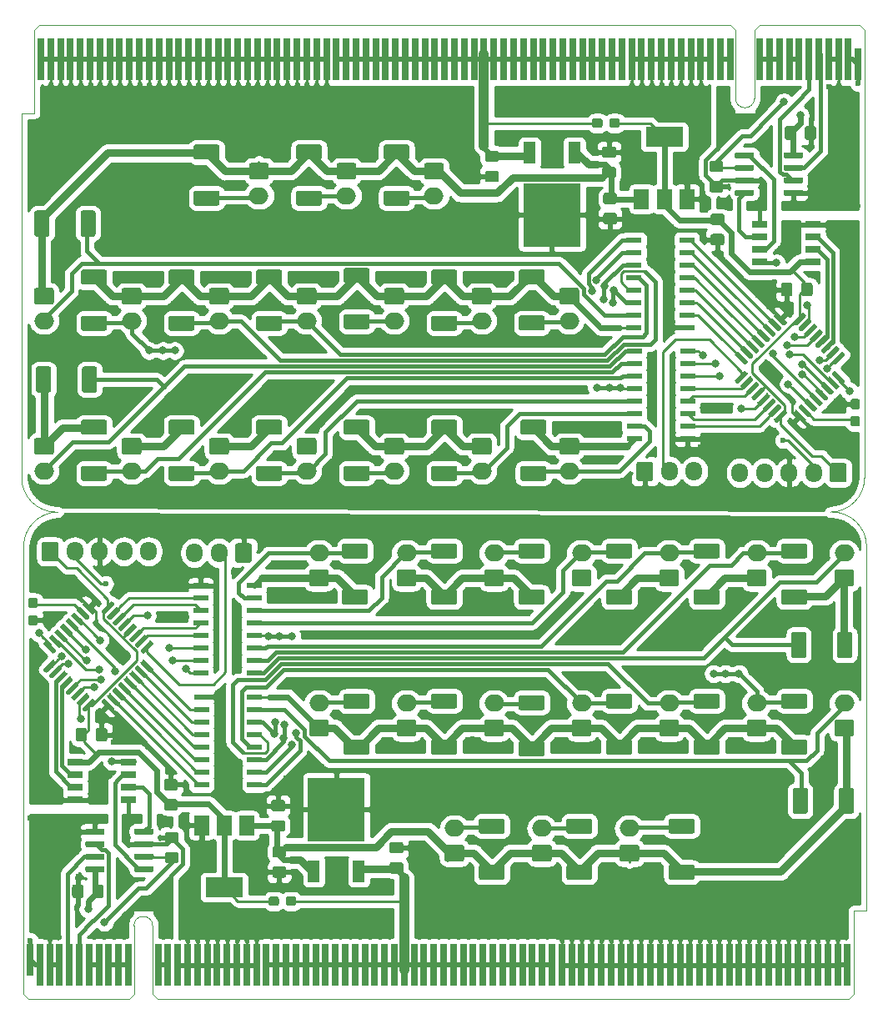
<source format=gbl>
G04 #@! TF.GenerationSoftware,KiCad,Pcbnew,(5.1.5)-3*
G04 #@! TF.CreationDate,2020-03-05T02:40:21+09:00*
G04 #@! TF.ProjectId,Solenoid_Valve-fin,536f6c65-6e6f-4696-945f-56616c76652d,rev?*
G04 #@! TF.SameCoordinates,Original*
G04 #@! TF.FileFunction,Copper,L2,Bot*
G04 #@! TF.FilePolarity,Positive*
%FSLAX46Y46*%
G04 Gerber Fmt 4.6, Leading zero omitted, Abs format (unit mm)*
G04 Created by KiCad (PCBNEW (5.1.5)-3) date 2020-03-05 02:40:21*
%MOMM*%
%LPD*%
G04 APERTURE LIST*
%ADD10C,0.100000*%
%ADD11R,0.700000X4.300000*%
%ADD12R,0.700000X3.200000*%
%ADD13O,2.000000X1.700000*%
%ADD14R,1.550000X0.600000*%
%ADD15R,1.200000X2.200000*%
%ADD16R,5.800000X6.400000*%
%ADD17O,1.700000X1.950000*%
%ADD18R,3.800000X2.000000*%
%ADD19R,1.500000X2.000000*%
%ADD20R,1.525000X0.700000*%
%ADD21C,0.600000*%
%ADD22C,0.800000*%
%ADD23C,0.250000*%
%ADD24C,0.400000*%
%ADD25C,0.500000*%
%ADD26C,0.600000*%
%ADD27C,0.800000*%
%ADD28C,1.000000*%
%ADD29C,0.254000*%
%ADD30C,0.300000*%
%ADD31C,0.350000*%
G04 APERTURE END LIST*
D10*
X125150000Y-76500000D02*
X125150000Y-39500000D01*
X210750000Y-76500000D02*
G75*
G02X207250000Y-80000000I-3500000J0D01*
G01*
X210750000Y-38950000D02*
X210750000Y-76500000D01*
X126450000Y-38950000D02*
X126450000Y-39500000D01*
X126450000Y-39500000D02*
X125150000Y-39500000D01*
X128650000Y-80000000D02*
G75*
G02X125150000Y-76500000I0J3500000D01*
G01*
X209650000Y-120500000D02*
X210950000Y-120500000D01*
X209650000Y-121050000D02*
X209650000Y-120500000D01*
X125350000Y-121050000D02*
X125350000Y-83500000D01*
X125350000Y-83500000D02*
G75*
G02X128850000Y-80000000I3500000J0D01*
G01*
X207450000Y-80000000D02*
G75*
G02X210950000Y-83500000I0J-3500000D01*
G01*
X210950000Y-83500000D02*
X210950000Y-120500000D01*
X199550000Y-38000000D02*
X199550000Y-31050000D01*
X197650000Y-38000000D02*
X197650000Y-31050000D01*
X210750000Y-38950000D02*
X210750000Y-31050000D01*
X210250000Y-30550000D02*
X200050000Y-30550000D01*
X126450000Y-38950000D02*
X126450000Y-31050000D01*
X197150000Y-30550000D02*
X126950000Y-30550000D01*
X210750000Y-31050000D02*
X210250000Y-30550000D01*
X199550000Y-31050000D02*
X200050000Y-30550000D01*
X197650000Y-31050000D02*
X197150000Y-30550000D01*
X126450000Y-31050000D02*
X126950000Y-30550000D01*
X199550000Y-38000000D02*
G75*
G02X197650000Y-38000000I-950000J0D01*
G01*
X136550000Y-122000000D02*
G75*
G02X138450000Y-122000000I950000J0D01*
G01*
X209650000Y-128950000D02*
X209150000Y-129450000D01*
X138450000Y-128950000D02*
X138950000Y-129450000D01*
X136550000Y-128950000D02*
X136050000Y-129450000D01*
X125350000Y-128950000D02*
X125850000Y-129450000D01*
X138950000Y-129450000D02*
X209150000Y-129450000D01*
X209650000Y-121050000D02*
X209650000Y-128950000D01*
X125850000Y-129450000D02*
X136050000Y-129450000D01*
X125350000Y-121050000D02*
X125350000Y-128950000D01*
X138450000Y-122000000D02*
X138450000Y-128950000D01*
X136550000Y-122000000D02*
X136550000Y-128950000D01*
D11*
X168100000Y-34000000D03*
X169100000Y-34000000D03*
X170100000Y-34000000D03*
X171100000Y-34000000D03*
X172100000Y-34000000D03*
X173100000Y-34000000D03*
X174100000Y-34000000D03*
X175100000Y-34000000D03*
X176100000Y-34000000D03*
X177100000Y-34000000D03*
X178100000Y-34000000D03*
X179100000Y-34000000D03*
X180100000Y-34000000D03*
X181100000Y-34000000D03*
X182100000Y-34000000D03*
X183100000Y-34000000D03*
X184100000Y-34000000D03*
X185100000Y-34000000D03*
X186100000Y-34000000D03*
X187100000Y-34000000D03*
X188100000Y-34000000D03*
X189100000Y-34000000D03*
X190100000Y-34000000D03*
D12*
X210100000Y-34550000D03*
D11*
X209100000Y-34000000D03*
X208100000Y-34000000D03*
X207100000Y-34000000D03*
X206100000Y-34000000D03*
X205100000Y-34000000D03*
X204100000Y-34000000D03*
X203100000Y-34000000D03*
X202100000Y-34000000D03*
X201100000Y-34000000D03*
X200100000Y-34000000D03*
X195100000Y-34000000D03*
X194100000Y-34000000D03*
X193100000Y-34000000D03*
X192100000Y-34000000D03*
X191100000Y-34000000D03*
X197100000Y-34000000D03*
X196100000Y-34000000D03*
X167100000Y-34000000D03*
X166100000Y-34000000D03*
X165100000Y-34000000D03*
X164100000Y-34000000D03*
X163100000Y-34000000D03*
X162100000Y-34000000D03*
X161100000Y-34000000D03*
X160100000Y-34000000D03*
X159100000Y-34000000D03*
X158100000Y-34000000D03*
X157100000Y-34000000D03*
X156100000Y-34000000D03*
X155100000Y-34000000D03*
X154100000Y-34000000D03*
X153100000Y-34000000D03*
X152100000Y-34000000D03*
X151100000Y-34000000D03*
X150100000Y-34000000D03*
X149100000Y-34000000D03*
X148100000Y-34000000D03*
X147100000Y-34000000D03*
X146100000Y-34000000D03*
X145100000Y-34000000D03*
X144100000Y-34000000D03*
X143100000Y-34000000D03*
X142100000Y-34000000D03*
X141100000Y-34000000D03*
X140100000Y-34000000D03*
X139100000Y-34000000D03*
X138100000Y-34000000D03*
X137100000Y-34000000D03*
X136100000Y-34000000D03*
X135100000Y-34000000D03*
X134100000Y-34000000D03*
X133100000Y-34000000D03*
X132100000Y-34000000D03*
X131100000Y-34000000D03*
X130100000Y-34000000D03*
X129100000Y-34000000D03*
X128100000Y-34000000D03*
X127100000Y-34000000D03*
G04 #@! TA.AperFunction,SMDPad,CuDef*
D10*
G36*
X185374505Y-47576204D02*
G01*
X185398773Y-47579804D01*
X185422572Y-47585765D01*
X185445671Y-47594030D01*
X185467850Y-47604520D01*
X185488893Y-47617132D01*
X185508599Y-47631747D01*
X185526777Y-47648223D01*
X185543253Y-47666401D01*
X185557868Y-47686107D01*
X185570480Y-47707150D01*
X185580970Y-47729329D01*
X185589235Y-47752428D01*
X185595196Y-47776227D01*
X185598796Y-47800495D01*
X185600000Y-47824999D01*
X185600000Y-48475001D01*
X185598796Y-48499505D01*
X185595196Y-48523773D01*
X185589235Y-48547572D01*
X185580970Y-48570671D01*
X185570480Y-48592850D01*
X185557868Y-48613893D01*
X185543253Y-48633599D01*
X185526777Y-48651777D01*
X185508599Y-48668253D01*
X185488893Y-48682868D01*
X185467850Y-48695480D01*
X185445671Y-48705970D01*
X185422572Y-48714235D01*
X185398773Y-48720196D01*
X185374505Y-48723796D01*
X185350001Y-48725000D01*
X184449999Y-48725000D01*
X184425495Y-48723796D01*
X184401227Y-48720196D01*
X184377428Y-48714235D01*
X184354329Y-48705970D01*
X184332150Y-48695480D01*
X184311107Y-48682868D01*
X184291401Y-48668253D01*
X184273223Y-48651777D01*
X184256747Y-48633599D01*
X184242132Y-48613893D01*
X184229520Y-48592850D01*
X184219030Y-48570671D01*
X184210765Y-48547572D01*
X184204804Y-48523773D01*
X184201204Y-48499505D01*
X184200000Y-48475001D01*
X184200000Y-47824999D01*
X184201204Y-47800495D01*
X184204804Y-47776227D01*
X184210765Y-47752428D01*
X184219030Y-47729329D01*
X184229520Y-47707150D01*
X184242132Y-47686107D01*
X184256747Y-47666401D01*
X184273223Y-47648223D01*
X184291401Y-47631747D01*
X184311107Y-47617132D01*
X184332150Y-47604520D01*
X184354329Y-47594030D01*
X184377428Y-47585765D01*
X184401227Y-47579804D01*
X184425495Y-47576204D01*
X184449999Y-47575000D01*
X185350001Y-47575000D01*
X185374505Y-47576204D01*
G37*
G04 #@! TD.AperFunction*
G04 #@! TA.AperFunction,SMDPad,CuDef*
G36*
X185374505Y-49626204D02*
G01*
X185398773Y-49629804D01*
X185422572Y-49635765D01*
X185445671Y-49644030D01*
X185467850Y-49654520D01*
X185488893Y-49667132D01*
X185508599Y-49681747D01*
X185526777Y-49698223D01*
X185543253Y-49716401D01*
X185557868Y-49736107D01*
X185570480Y-49757150D01*
X185580970Y-49779329D01*
X185589235Y-49802428D01*
X185595196Y-49826227D01*
X185598796Y-49850495D01*
X185600000Y-49874999D01*
X185600000Y-50525001D01*
X185598796Y-50549505D01*
X185595196Y-50573773D01*
X185589235Y-50597572D01*
X185580970Y-50620671D01*
X185570480Y-50642850D01*
X185557868Y-50663893D01*
X185543253Y-50683599D01*
X185526777Y-50701777D01*
X185508599Y-50718253D01*
X185488893Y-50732868D01*
X185467850Y-50745480D01*
X185445671Y-50755970D01*
X185422572Y-50764235D01*
X185398773Y-50770196D01*
X185374505Y-50773796D01*
X185350001Y-50775000D01*
X184449999Y-50775000D01*
X184425495Y-50773796D01*
X184401227Y-50770196D01*
X184377428Y-50764235D01*
X184354329Y-50755970D01*
X184332150Y-50745480D01*
X184311107Y-50732868D01*
X184291401Y-50718253D01*
X184273223Y-50701777D01*
X184256747Y-50683599D01*
X184242132Y-50663893D01*
X184229520Y-50642850D01*
X184219030Y-50620671D01*
X184210765Y-50597572D01*
X184204804Y-50573773D01*
X184201204Y-50549505D01*
X184200000Y-50525001D01*
X184200000Y-49874999D01*
X184201204Y-49850495D01*
X184204804Y-49826227D01*
X184210765Y-49802428D01*
X184219030Y-49779329D01*
X184229520Y-49757150D01*
X184242132Y-49736107D01*
X184256747Y-49716401D01*
X184273223Y-49698223D01*
X184291401Y-49681747D01*
X184311107Y-49667132D01*
X184332150Y-49654520D01*
X184354329Y-49644030D01*
X184377428Y-49635765D01*
X184401227Y-49629804D01*
X184425495Y-49626204D01*
X184449999Y-49625000D01*
X185350001Y-49625000D01*
X185374505Y-49626204D01*
G37*
G04 #@! TD.AperFunction*
G04 #@! TA.AperFunction,ComponentPad*
G36*
X181534504Y-72471204D02*
G01*
X181558773Y-72474804D01*
X181582571Y-72480765D01*
X181605671Y-72489030D01*
X181627849Y-72499520D01*
X181648893Y-72512133D01*
X181668598Y-72526747D01*
X181686777Y-72543223D01*
X181703253Y-72561402D01*
X181717867Y-72581107D01*
X181730480Y-72602151D01*
X181740970Y-72624329D01*
X181749235Y-72647429D01*
X181755196Y-72671227D01*
X181758796Y-72695496D01*
X181760000Y-72720000D01*
X181760000Y-73920000D01*
X181758796Y-73944504D01*
X181755196Y-73968773D01*
X181749235Y-73992571D01*
X181740970Y-74015671D01*
X181730480Y-74037849D01*
X181717867Y-74058893D01*
X181703253Y-74078598D01*
X181686777Y-74096777D01*
X181668598Y-74113253D01*
X181648893Y-74127867D01*
X181627849Y-74140480D01*
X181605671Y-74150970D01*
X181582571Y-74159235D01*
X181558773Y-74165196D01*
X181534504Y-74168796D01*
X181510000Y-74170000D01*
X180010000Y-74170000D01*
X179985496Y-74168796D01*
X179961227Y-74165196D01*
X179937429Y-74159235D01*
X179914329Y-74150970D01*
X179892151Y-74140480D01*
X179871107Y-74127867D01*
X179851402Y-74113253D01*
X179833223Y-74096777D01*
X179816747Y-74078598D01*
X179802133Y-74058893D01*
X179789520Y-74037849D01*
X179779030Y-74015671D01*
X179770765Y-73992571D01*
X179764804Y-73968773D01*
X179761204Y-73944504D01*
X179760000Y-73920000D01*
X179760000Y-72720000D01*
X179761204Y-72695496D01*
X179764804Y-72671227D01*
X179770765Y-72647429D01*
X179779030Y-72624329D01*
X179789520Y-72602151D01*
X179802133Y-72581107D01*
X179816747Y-72561402D01*
X179833223Y-72543223D01*
X179851402Y-72526747D01*
X179871107Y-72512133D01*
X179892151Y-72499520D01*
X179914329Y-72489030D01*
X179937429Y-72480765D01*
X179961227Y-72474804D01*
X179985496Y-72471204D01*
X180010000Y-72470000D01*
X181510000Y-72470000D01*
X181534504Y-72471204D01*
G37*
G04 #@! TD.AperFunction*
D13*
X180760000Y-75820000D03*
D14*
X192700000Y-52360000D03*
X192700000Y-53630000D03*
X192700000Y-54900000D03*
X192700000Y-56170000D03*
X192700000Y-57440000D03*
X192700000Y-58710000D03*
X192700000Y-59980000D03*
X192700000Y-61250000D03*
X187300000Y-61250000D03*
X187300000Y-59980000D03*
X187300000Y-58710000D03*
X187300000Y-57440000D03*
X187300000Y-56170000D03*
X187300000Y-54900000D03*
X187300000Y-53630000D03*
X187300000Y-52360000D03*
G04 #@! TA.AperFunction,SMDPad,CuDef*
D10*
G36*
X202555533Y-69611342D02*
G01*
X202567667Y-69613142D01*
X202579567Y-69616122D01*
X202591116Y-69620255D01*
X202602206Y-69625500D01*
X202612727Y-69631806D01*
X202622580Y-69639114D01*
X202631669Y-69647352D01*
X202808446Y-69824129D01*
X202816684Y-69833218D01*
X202823992Y-69843071D01*
X202830298Y-69853592D01*
X202835543Y-69864682D01*
X202839676Y-69876231D01*
X202842656Y-69888131D01*
X202844456Y-69900265D01*
X202845058Y-69912517D01*
X202844456Y-69924769D01*
X202842656Y-69936903D01*
X202839676Y-69948803D01*
X202835543Y-69960352D01*
X202830298Y-69971442D01*
X202823992Y-69981963D01*
X202816684Y-69991816D01*
X202808446Y-70000905D01*
X201924563Y-70884788D01*
X201915474Y-70893026D01*
X201905621Y-70900334D01*
X201895100Y-70906640D01*
X201884010Y-70911885D01*
X201872461Y-70916018D01*
X201860561Y-70918998D01*
X201848427Y-70920798D01*
X201836175Y-70921400D01*
X201823923Y-70920798D01*
X201811789Y-70918998D01*
X201799889Y-70916018D01*
X201788340Y-70911885D01*
X201777250Y-70906640D01*
X201766729Y-70900334D01*
X201756876Y-70893026D01*
X201747787Y-70884788D01*
X201571010Y-70708011D01*
X201562772Y-70698922D01*
X201555464Y-70689069D01*
X201549158Y-70678548D01*
X201543913Y-70667458D01*
X201539780Y-70655909D01*
X201536800Y-70644009D01*
X201535000Y-70631875D01*
X201534398Y-70619623D01*
X201535000Y-70607371D01*
X201536800Y-70595237D01*
X201539780Y-70583337D01*
X201543913Y-70571788D01*
X201549158Y-70560698D01*
X201555464Y-70550177D01*
X201562772Y-70540324D01*
X201571010Y-70531235D01*
X202454893Y-69647352D01*
X202463982Y-69639114D01*
X202473835Y-69631806D01*
X202484356Y-69625500D01*
X202495446Y-69620255D01*
X202506995Y-69616122D01*
X202518895Y-69613142D01*
X202531029Y-69611342D01*
X202543281Y-69610740D01*
X202555533Y-69611342D01*
G37*
G04 #@! TD.AperFunction*
G04 #@! TA.AperFunction,SMDPad,CuDef*
G36*
X201989848Y-69045656D02*
G01*
X202001982Y-69047456D01*
X202013882Y-69050436D01*
X202025431Y-69054569D01*
X202036521Y-69059814D01*
X202047042Y-69066120D01*
X202056895Y-69073428D01*
X202065984Y-69081666D01*
X202242761Y-69258443D01*
X202250999Y-69267532D01*
X202258307Y-69277385D01*
X202264613Y-69287906D01*
X202269858Y-69298996D01*
X202273991Y-69310545D01*
X202276971Y-69322445D01*
X202278771Y-69334579D01*
X202279373Y-69346831D01*
X202278771Y-69359083D01*
X202276971Y-69371217D01*
X202273991Y-69383117D01*
X202269858Y-69394666D01*
X202264613Y-69405756D01*
X202258307Y-69416277D01*
X202250999Y-69426130D01*
X202242761Y-69435219D01*
X201358878Y-70319102D01*
X201349789Y-70327340D01*
X201339936Y-70334648D01*
X201329415Y-70340954D01*
X201318325Y-70346199D01*
X201306776Y-70350332D01*
X201294876Y-70353312D01*
X201282742Y-70355112D01*
X201270490Y-70355714D01*
X201258238Y-70355112D01*
X201246104Y-70353312D01*
X201234204Y-70350332D01*
X201222655Y-70346199D01*
X201211565Y-70340954D01*
X201201044Y-70334648D01*
X201191191Y-70327340D01*
X201182102Y-70319102D01*
X201005325Y-70142325D01*
X200997087Y-70133236D01*
X200989779Y-70123383D01*
X200983473Y-70112862D01*
X200978228Y-70101772D01*
X200974095Y-70090223D01*
X200971115Y-70078323D01*
X200969315Y-70066189D01*
X200968713Y-70053937D01*
X200969315Y-70041685D01*
X200971115Y-70029551D01*
X200974095Y-70017651D01*
X200978228Y-70006102D01*
X200983473Y-69995012D01*
X200989779Y-69984491D01*
X200997087Y-69974638D01*
X201005325Y-69965549D01*
X201889208Y-69081666D01*
X201898297Y-69073428D01*
X201908150Y-69066120D01*
X201918671Y-69059814D01*
X201929761Y-69054569D01*
X201941310Y-69050436D01*
X201953210Y-69047456D01*
X201965344Y-69045656D01*
X201977596Y-69045054D01*
X201989848Y-69045656D01*
G37*
G04 #@! TD.AperFunction*
G04 #@! TA.AperFunction,SMDPad,CuDef*
G36*
X201424162Y-68479971D02*
G01*
X201436296Y-68481771D01*
X201448196Y-68484751D01*
X201459745Y-68488884D01*
X201470835Y-68494129D01*
X201481356Y-68500435D01*
X201491209Y-68507743D01*
X201500298Y-68515981D01*
X201677075Y-68692758D01*
X201685313Y-68701847D01*
X201692621Y-68711700D01*
X201698927Y-68722221D01*
X201704172Y-68733311D01*
X201708305Y-68744860D01*
X201711285Y-68756760D01*
X201713085Y-68768894D01*
X201713687Y-68781146D01*
X201713085Y-68793398D01*
X201711285Y-68805532D01*
X201708305Y-68817432D01*
X201704172Y-68828981D01*
X201698927Y-68840071D01*
X201692621Y-68850592D01*
X201685313Y-68860445D01*
X201677075Y-68869534D01*
X200793192Y-69753417D01*
X200784103Y-69761655D01*
X200774250Y-69768963D01*
X200763729Y-69775269D01*
X200752639Y-69780514D01*
X200741090Y-69784647D01*
X200729190Y-69787627D01*
X200717056Y-69789427D01*
X200704804Y-69790029D01*
X200692552Y-69789427D01*
X200680418Y-69787627D01*
X200668518Y-69784647D01*
X200656969Y-69780514D01*
X200645879Y-69775269D01*
X200635358Y-69768963D01*
X200625505Y-69761655D01*
X200616416Y-69753417D01*
X200439639Y-69576640D01*
X200431401Y-69567551D01*
X200424093Y-69557698D01*
X200417787Y-69547177D01*
X200412542Y-69536087D01*
X200408409Y-69524538D01*
X200405429Y-69512638D01*
X200403629Y-69500504D01*
X200403027Y-69488252D01*
X200403629Y-69476000D01*
X200405429Y-69463866D01*
X200408409Y-69451966D01*
X200412542Y-69440417D01*
X200417787Y-69429327D01*
X200424093Y-69418806D01*
X200431401Y-69408953D01*
X200439639Y-69399864D01*
X201323522Y-68515981D01*
X201332611Y-68507743D01*
X201342464Y-68500435D01*
X201352985Y-68494129D01*
X201364075Y-68488884D01*
X201375624Y-68484751D01*
X201387524Y-68481771D01*
X201399658Y-68479971D01*
X201411910Y-68479369D01*
X201424162Y-68479971D01*
G37*
G04 #@! TD.AperFunction*
G04 #@! TA.AperFunction,SMDPad,CuDef*
G36*
X200858477Y-67914286D02*
G01*
X200870611Y-67916086D01*
X200882511Y-67919066D01*
X200894060Y-67923199D01*
X200905150Y-67928444D01*
X200915671Y-67934750D01*
X200925524Y-67942058D01*
X200934613Y-67950296D01*
X201111390Y-68127073D01*
X201119628Y-68136162D01*
X201126936Y-68146015D01*
X201133242Y-68156536D01*
X201138487Y-68167626D01*
X201142620Y-68179175D01*
X201145600Y-68191075D01*
X201147400Y-68203209D01*
X201148002Y-68215461D01*
X201147400Y-68227713D01*
X201145600Y-68239847D01*
X201142620Y-68251747D01*
X201138487Y-68263296D01*
X201133242Y-68274386D01*
X201126936Y-68284907D01*
X201119628Y-68294760D01*
X201111390Y-68303849D01*
X200227507Y-69187732D01*
X200218418Y-69195970D01*
X200208565Y-69203278D01*
X200198044Y-69209584D01*
X200186954Y-69214829D01*
X200175405Y-69218962D01*
X200163505Y-69221942D01*
X200151371Y-69223742D01*
X200139119Y-69224344D01*
X200126867Y-69223742D01*
X200114733Y-69221942D01*
X200102833Y-69218962D01*
X200091284Y-69214829D01*
X200080194Y-69209584D01*
X200069673Y-69203278D01*
X200059820Y-69195970D01*
X200050731Y-69187732D01*
X199873954Y-69010955D01*
X199865716Y-69001866D01*
X199858408Y-68992013D01*
X199852102Y-68981492D01*
X199846857Y-68970402D01*
X199842724Y-68958853D01*
X199839744Y-68946953D01*
X199837944Y-68934819D01*
X199837342Y-68922567D01*
X199837944Y-68910315D01*
X199839744Y-68898181D01*
X199842724Y-68886281D01*
X199846857Y-68874732D01*
X199852102Y-68863642D01*
X199858408Y-68853121D01*
X199865716Y-68843268D01*
X199873954Y-68834179D01*
X200757837Y-67950296D01*
X200766926Y-67942058D01*
X200776779Y-67934750D01*
X200787300Y-67928444D01*
X200798390Y-67923199D01*
X200809939Y-67919066D01*
X200821839Y-67916086D01*
X200833973Y-67914286D01*
X200846225Y-67913684D01*
X200858477Y-67914286D01*
G37*
G04 #@! TD.AperFunction*
G04 #@! TA.AperFunction,SMDPad,CuDef*
G36*
X200292791Y-67348600D02*
G01*
X200304925Y-67350400D01*
X200316825Y-67353380D01*
X200328374Y-67357513D01*
X200339464Y-67362758D01*
X200349985Y-67369064D01*
X200359838Y-67376372D01*
X200368927Y-67384610D01*
X200545704Y-67561387D01*
X200553942Y-67570476D01*
X200561250Y-67580329D01*
X200567556Y-67590850D01*
X200572801Y-67601940D01*
X200576934Y-67613489D01*
X200579914Y-67625389D01*
X200581714Y-67637523D01*
X200582316Y-67649775D01*
X200581714Y-67662027D01*
X200579914Y-67674161D01*
X200576934Y-67686061D01*
X200572801Y-67697610D01*
X200567556Y-67708700D01*
X200561250Y-67719221D01*
X200553942Y-67729074D01*
X200545704Y-67738163D01*
X199661821Y-68622046D01*
X199652732Y-68630284D01*
X199642879Y-68637592D01*
X199632358Y-68643898D01*
X199621268Y-68649143D01*
X199609719Y-68653276D01*
X199597819Y-68656256D01*
X199585685Y-68658056D01*
X199573433Y-68658658D01*
X199561181Y-68658056D01*
X199549047Y-68656256D01*
X199537147Y-68653276D01*
X199525598Y-68649143D01*
X199514508Y-68643898D01*
X199503987Y-68637592D01*
X199494134Y-68630284D01*
X199485045Y-68622046D01*
X199308268Y-68445269D01*
X199300030Y-68436180D01*
X199292722Y-68426327D01*
X199286416Y-68415806D01*
X199281171Y-68404716D01*
X199277038Y-68393167D01*
X199274058Y-68381267D01*
X199272258Y-68369133D01*
X199271656Y-68356881D01*
X199272258Y-68344629D01*
X199274058Y-68332495D01*
X199277038Y-68320595D01*
X199281171Y-68309046D01*
X199286416Y-68297956D01*
X199292722Y-68287435D01*
X199300030Y-68277582D01*
X199308268Y-68268493D01*
X200192151Y-67384610D01*
X200201240Y-67376372D01*
X200211093Y-67369064D01*
X200221614Y-67362758D01*
X200232704Y-67357513D01*
X200244253Y-67353380D01*
X200256153Y-67350400D01*
X200268287Y-67348600D01*
X200280539Y-67347998D01*
X200292791Y-67348600D01*
G37*
G04 #@! TD.AperFunction*
G04 #@! TA.AperFunction,SMDPad,CuDef*
G36*
X199727106Y-66782915D02*
G01*
X199739240Y-66784715D01*
X199751140Y-66787695D01*
X199762689Y-66791828D01*
X199773779Y-66797073D01*
X199784300Y-66803379D01*
X199794153Y-66810687D01*
X199803242Y-66818925D01*
X199980019Y-66995702D01*
X199988257Y-67004791D01*
X199995565Y-67014644D01*
X200001871Y-67025165D01*
X200007116Y-67036255D01*
X200011249Y-67047804D01*
X200014229Y-67059704D01*
X200016029Y-67071838D01*
X200016631Y-67084090D01*
X200016029Y-67096342D01*
X200014229Y-67108476D01*
X200011249Y-67120376D01*
X200007116Y-67131925D01*
X200001871Y-67143015D01*
X199995565Y-67153536D01*
X199988257Y-67163389D01*
X199980019Y-67172478D01*
X199096136Y-68056361D01*
X199087047Y-68064599D01*
X199077194Y-68071907D01*
X199066673Y-68078213D01*
X199055583Y-68083458D01*
X199044034Y-68087591D01*
X199032134Y-68090571D01*
X199020000Y-68092371D01*
X199007748Y-68092973D01*
X198995496Y-68092371D01*
X198983362Y-68090571D01*
X198971462Y-68087591D01*
X198959913Y-68083458D01*
X198948823Y-68078213D01*
X198938302Y-68071907D01*
X198928449Y-68064599D01*
X198919360Y-68056361D01*
X198742583Y-67879584D01*
X198734345Y-67870495D01*
X198727037Y-67860642D01*
X198720731Y-67850121D01*
X198715486Y-67839031D01*
X198711353Y-67827482D01*
X198708373Y-67815582D01*
X198706573Y-67803448D01*
X198705971Y-67791196D01*
X198706573Y-67778944D01*
X198708373Y-67766810D01*
X198711353Y-67754910D01*
X198715486Y-67743361D01*
X198720731Y-67732271D01*
X198727037Y-67721750D01*
X198734345Y-67711897D01*
X198742583Y-67702808D01*
X199626466Y-66818925D01*
X199635555Y-66810687D01*
X199645408Y-66803379D01*
X199655929Y-66797073D01*
X199667019Y-66791828D01*
X199678568Y-66787695D01*
X199690468Y-66784715D01*
X199702602Y-66782915D01*
X199714854Y-66782313D01*
X199727106Y-66782915D01*
G37*
G04 #@! TD.AperFunction*
G04 #@! TA.AperFunction,SMDPad,CuDef*
G36*
X199161421Y-66217229D02*
G01*
X199173555Y-66219029D01*
X199185455Y-66222009D01*
X199197004Y-66226142D01*
X199208094Y-66231387D01*
X199218615Y-66237693D01*
X199228468Y-66245001D01*
X199237557Y-66253239D01*
X199414334Y-66430016D01*
X199422572Y-66439105D01*
X199429880Y-66448958D01*
X199436186Y-66459479D01*
X199441431Y-66470569D01*
X199445564Y-66482118D01*
X199448544Y-66494018D01*
X199450344Y-66506152D01*
X199450946Y-66518404D01*
X199450344Y-66530656D01*
X199448544Y-66542790D01*
X199445564Y-66554690D01*
X199441431Y-66566239D01*
X199436186Y-66577329D01*
X199429880Y-66587850D01*
X199422572Y-66597703D01*
X199414334Y-66606792D01*
X198530451Y-67490675D01*
X198521362Y-67498913D01*
X198511509Y-67506221D01*
X198500988Y-67512527D01*
X198489898Y-67517772D01*
X198478349Y-67521905D01*
X198466449Y-67524885D01*
X198454315Y-67526685D01*
X198442063Y-67527287D01*
X198429811Y-67526685D01*
X198417677Y-67524885D01*
X198405777Y-67521905D01*
X198394228Y-67517772D01*
X198383138Y-67512527D01*
X198372617Y-67506221D01*
X198362764Y-67498913D01*
X198353675Y-67490675D01*
X198176898Y-67313898D01*
X198168660Y-67304809D01*
X198161352Y-67294956D01*
X198155046Y-67284435D01*
X198149801Y-67273345D01*
X198145668Y-67261796D01*
X198142688Y-67249896D01*
X198140888Y-67237762D01*
X198140286Y-67225510D01*
X198140888Y-67213258D01*
X198142688Y-67201124D01*
X198145668Y-67189224D01*
X198149801Y-67177675D01*
X198155046Y-67166585D01*
X198161352Y-67156064D01*
X198168660Y-67146211D01*
X198176898Y-67137122D01*
X199060781Y-66253239D01*
X199069870Y-66245001D01*
X199079723Y-66237693D01*
X199090244Y-66231387D01*
X199101334Y-66226142D01*
X199112883Y-66222009D01*
X199124783Y-66219029D01*
X199136917Y-66217229D01*
X199149169Y-66216627D01*
X199161421Y-66217229D01*
G37*
G04 #@! TD.AperFunction*
G04 #@! TA.AperFunction,SMDPad,CuDef*
G36*
X198595735Y-65651544D02*
G01*
X198607869Y-65653344D01*
X198619769Y-65656324D01*
X198631318Y-65660457D01*
X198642408Y-65665702D01*
X198652929Y-65672008D01*
X198662782Y-65679316D01*
X198671871Y-65687554D01*
X198848648Y-65864331D01*
X198856886Y-65873420D01*
X198864194Y-65883273D01*
X198870500Y-65893794D01*
X198875745Y-65904884D01*
X198879878Y-65916433D01*
X198882858Y-65928333D01*
X198884658Y-65940467D01*
X198885260Y-65952719D01*
X198884658Y-65964971D01*
X198882858Y-65977105D01*
X198879878Y-65989005D01*
X198875745Y-66000554D01*
X198870500Y-66011644D01*
X198864194Y-66022165D01*
X198856886Y-66032018D01*
X198848648Y-66041107D01*
X197964765Y-66924990D01*
X197955676Y-66933228D01*
X197945823Y-66940536D01*
X197935302Y-66946842D01*
X197924212Y-66952087D01*
X197912663Y-66956220D01*
X197900763Y-66959200D01*
X197888629Y-66961000D01*
X197876377Y-66961602D01*
X197864125Y-66961000D01*
X197851991Y-66959200D01*
X197840091Y-66956220D01*
X197828542Y-66952087D01*
X197817452Y-66946842D01*
X197806931Y-66940536D01*
X197797078Y-66933228D01*
X197787989Y-66924990D01*
X197611212Y-66748213D01*
X197602974Y-66739124D01*
X197595666Y-66729271D01*
X197589360Y-66718750D01*
X197584115Y-66707660D01*
X197579982Y-66696111D01*
X197577002Y-66684211D01*
X197575202Y-66672077D01*
X197574600Y-66659825D01*
X197575202Y-66647573D01*
X197577002Y-66635439D01*
X197579982Y-66623539D01*
X197584115Y-66611990D01*
X197589360Y-66600900D01*
X197595666Y-66590379D01*
X197602974Y-66580526D01*
X197611212Y-66571437D01*
X198495095Y-65687554D01*
X198504184Y-65679316D01*
X198514037Y-65672008D01*
X198524558Y-65665702D01*
X198535648Y-65660457D01*
X198547197Y-65656324D01*
X198559097Y-65653344D01*
X198571231Y-65651544D01*
X198583483Y-65650942D01*
X198595735Y-65651544D01*
G37*
G04 #@! TD.AperFunction*
G04 #@! TA.AperFunction,SMDPad,CuDef*
G36*
X197888629Y-63707000D02*
G01*
X197900763Y-63708800D01*
X197912663Y-63711780D01*
X197924212Y-63715913D01*
X197935302Y-63721158D01*
X197945823Y-63727464D01*
X197955676Y-63734772D01*
X197964765Y-63743010D01*
X198848648Y-64626893D01*
X198856886Y-64635982D01*
X198864194Y-64645835D01*
X198870500Y-64656356D01*
X198875745Y-64667446D01*
X198879878Y-64678995D01*
X198882858Y-64690895D01*
X198884658Y-64703029D01*
X198885260Y-64715281D01*
X198884658Y-64727533D01*
X198882858Y-64739667D01*
X198879878Y-64751567D01*
X198875745Y-64763116D01*
X198870500Y-64774206D01*
X198864194Y-64784727D01*
X198856886Y-64794580D01*
X198848648Y-64803669D01*
X198671871Y-64980446D01*
X198662782Y-64988684D01*
X198652929Y-64995992D01*
X198642408Y-65002298D01*
X198631318Y-65007543D01*
X198619769Y-65011676D01*
X198607869Y-65014656D01*
X198595735Y-65016456D01*
X198583483Y-65017058D01*
X198571231Y-65016456D01*
X198559097Y-65014656D01*
X198547197Y-65011676D01*
X198535648Y-65007543D01*
X198524558Y-65002298D01*
X198514037Y-64995992D01*
X198504184Y-64988684D01*
X198495095Y-64980446D01*
X197611212Y-64096563D01*
X197602974Y-64087474D01*
X197595666Y-64077621D01*
X197589360Y-64067100D01*
X197584115Y-64056010D01*
X197579982Y-64044461D01*
X197577002Y-64032561D01*
X197575202Y-64020427D01*
X197574600Y-64008175D01*
X197575202Y-63995923D01*
X197577002Y-63983789D01*
X197579982Y-63971889D01*
X197584115Y-63960340D01*
X197589360Y-63949250D01*
X197595666Y-63938729D01*
X197602974Y-63928876D01*
X197611212Y-63919787D01*
X197787989Y-63743010D01*
X197797078Y-63734772D01*
X197806931Y-63727464D01*
X197817452Y-63721158D01*
X197828542Y-63715913D01*
X197840091Y-63711780D01*
X197851991Y-63708800D01*
X197864125Y-63707000D01*
X197876377Y-63706398D01*
X197888629Y-63707000D01*
G37*
G04 #@! TD.AperFunction*
G04 #@! TA.AperFunction,SMDPad,CuDef*
G36*
X198454315Y-63141315D02*
G01*
X198466449Y-63143115D01*
X198478349Y-63146095D01*
X198489898Y-63150228D01*
X198500988Y-63155473D01*
X198511509Y-63161779D01*
X198521362Y-63169087D01*
X198530451Y-63177325D01*
X199414334Y-64061208D01*
X199422572Y-64070297D01*
X199429880Y-64080150D01*
X199436186Y-64090671D01*
X199441431Y-64101761D01*
X199445564Y-64113310D01*
X199448544Y-64125210D01*
X199450344Y-64137344D01*
X199450946Y-64149596D01*
X199450344Y-64161848D01*
X199448544Y-64173982D01*
X199445564Y-64185882D01*
X199441431Y-64197431D01*
X199436186Y-64208521D01*
X199429880Y-64219042D01*
X199422572Y-64228895D01*
X199414334Y-64237984D01*
X199237557Y-64414761D01*
X199228468Y-64422999D01*
X199218615Y-64430307D01*
X199208094Y-64436613D01*
X199197004Y-64441858D01*
X199185455Y-64445991D01*
X199173555Y-64448971D01*
X199161421Y-64450771D01*
X199149169Y-64451373D01*
X199136917Y-64450771D01*
X199124783Y-64448971D01*
X199112883Y-64445991D01*
X199101334Y-64441858D01*
X199090244Y-64436613D01*
X199079723Y-64430307D01*
X199069870Y-64422999D01*
X199060781Y-64414761D01*
X198176898Y-63530878D01*
X198168660Y-63521789D01*
X198161352Y-63511936D01*
X198155046Y-63501415D01*
X198149801Y-63490325D01*
X198145668Y-63478776D01*
X198142688Y-63466876D01*
X198140888Y-63454742D01*
X198140286Y-63442490D01*
X198140888Y-63430238D01*
X198142688Y-63418104D01*
X198145668Y-63406204D01*
X198149801Y-63394655D01*
X198155046Y-63383565D01*
X198161352Y-63373044D01*
X198168660Y-63363191D01*
X198176898Y-63354102D01*
X198353675Y-63177325D01*
X198362764Y-63169087D01*
X198372617Y-63161779D01*
X198383138Y-63155473D01*
X198394228Y-63150228D01*
X198405777Y-63146095D01*
X198417677Y-63143115D01*
X198429811Y-63141315D01*
X198442063Y-63140713D01*
X198454315Y-63141315D01*
G37*
G04 #@! TD.AperFunction*
G04 #@! TA.AperFunction,SMDPad,CuDef*
G36*
X199020000Y-62575629D02*
G01*
X199032134Y-62577429D01*
X199044034Y-62580409D01*
X199055583Y-62584542D01*
X199066673Y-62589787D01*
X199077194Y-62596093D01*
X199087047Y-62603401D01*
X199096136Y-62611639D01*
X199980019Y-63495522D01*
X199988257Y-63504611D01*
X199995565Y-63514464D01*
X200001871Y-63524985D01*
X200007116Y-63536075D01*
X200011249Y-63547624D01*
X200014229Y-63559524D01*
X200016029Y-63571658D01*
X200016631Y-63583910D01*
X200016029Y-63596162D01*
X200014229Y-63608296D01*
X200011249Y-63620196D01*
X200007116Y-63631745D01*
X200001871Y-63642835D01*
X199995565Y-63653356D01*
X199988257Y-63663209D01*
X199980019Y-63672298D01*
X199803242Y-63849075D01*
X199794153Y-63857313D01*
X199784300Y-63864621D01*
X199773779Y-63870927D01*
X199762689Y-63876172D01*
X199751140Y-63880305D01*
X199739240Y-63883285D01*
X199727106Y-63885085D01*
X199714854Y-63885687D01*
X199702602Y-63885085D01*
X199690468Y-63883285D01*
X199678568Y-63880305D01*
X199667019Y-63876172D01*
X199655929Y-63870927D01*
X199645408Y-63864621D01*
X199635555Y-63857313D01*
X199626466Y-63849075D01*
X198742583Y-62965192D01*
X198734345Y-62956103D01*
X198727037Y-62946250D01*
X198720731Y-62935729D01*
X198715486Y-62924639D01*
X198711353Y-62913090D01*
X198708373Y-62901190D01*
X198706573Y-62889056D01*
X198705971Y-62876804D01*
X198706573Y-62864552D01*
X198708373Y-62852418D01*
X198711353Y-62840518D01*
X198715486Y-62828969D01*
X198720731Y-62817879D01*
X198727037Y-62807358D01*
X198734345Y-62797505D01*
X198742583Y-62788416D01*
X198919360Y-62611639D01*
X198928449Y-62603401D01*
X198938302Y-62596093D01*
X198948823Y-62589787D01*
X198959913Y-62584542D01*
X198971462Y-62580409D01*
X198983362Y-62577429D01*
X198995496Y-62575629D01*
X199007748Y-62575027D01*
X199020000Y-62575629D01*
G37*
G04 #@! TD.AperFunction*
G04 #@! TA.AperFunction,SMDPad,CuDef*
G36*
X199585685Y-62009944D02*
G01*
X199597819Y-62011744D01*
X199609719Y-62014724D01*
X199621268Y-62018857D01*
X199632358Y-62024102D01*
X199642879Y-62030408D01*
X199652732Y-62037716D01*
X199661821Y-62045954D01*
X200545704Y-62929837D01*
X200553942Y-62938926D01*
X200561250Y-62948779D01*
X200567556Y-62959300D01*
X200572801Y-62970390D01*
X200576934Y-62981939D01*
X200579914Y-62993839D01*
X200581714Y-63005973D01*
X200582316Y-63018225D01*
X200581714Y-63030477D01*
X200579914Y-63042611D01*
X200576934Y-63054511D01*
X200572801Y-63066060D01*
X200567556Y-63077150D01*
X200561250Y-63087671D01*
X200553942Y-63097524D01*
X200545704Y-63106613D01*
X200368927Y-63283390D01*
X200359838Y-63291628D01*
X200349985Y-63298936D01*
X200339464Y-63305242D01*
X200328374Y-63310487D01*
X200316825Y-63314620D01*
X200304925Y-63317600D01*
X200292791Y-63319400D01*
X200280539Y-63320002D01*
X200268287Y-63319400D01*
X200256153Y-63317600D01*
X200244253Y-63314620D01*
X200232704Y-63310487D01*
X200221614Y-63305242D01*
X200211093Y-63298936D01*
X200201240Y-63291628D01*
X200192151Y-63283390D01*
X199308268Y-62399507D01*
X199300030Y-62390418D01*
X199292722Y-62380565D01*
X199286416Y-62370044D01*
X199281171Y-62358954D01*
X199277038Y-62347405D01*
X199274058Y-62335505D01*
X199272258Y-62323371D01*
X199271656Y-62311119D01*
X199272258Y-62298867D01*
X199274058Y-62286733D01*
X199277038Y-62274833D01*
X199281171Y-62263284D01*
X199286416Y-62252194D01*
X199292722Y-62241673D01*
X199300030Y-62231820D01*
X199308268Y-62222731D01*
X199485045Y-62045954D01*
X199494134Y-62037716D01*
X199503987Y-62030408D01*
X199514508Y-62024102D01*
X199525598Y-62018857D01*
X199537147Y-62014724D01*
X199549047Y-62011744D01*
X199561181Y-62009944D01*
X199573433Y-62009342D01*
X199585685Y-62009944D01*
G37*
G04 #@! TD.AperFunction*
G04 #@! TA.AperFunction,SMDPad,CuDef*
G36*
X200151371Y-61444258D02*
G01*
X200163505Y-61446058D01*
X200175405Y-61449038D01*
X200186954Y-61453171D01*
X200198044Y-61458416D01*
X200208565Y-61464722D01*
X200218418Y-61472030D01*
X200227507Y-61480268D01*
X201111390Y-62364151D01*
X201119628Y-62373240D01*
X201126936Y-62383093D01*
X201133242Y-62393614D01*
X201138487Y-62404704D01*
X201142620Y-62416253D01*
X201145600Y-62428153D01*
X201147400Y-62440287D01*
X201148002Y-62452539D01*
X201147400Y-62464791D01*
X201145600Y-62476925D01*
X201142620Y-62488825D01*
X201138487Y-62500374D01*
X201133242Y-62511464D01*
X201126936Y-62521985D01*
X201119628Y-62531838D01*
X201111390Y-62540927D01*
X200934613Y-62717704D01*
X200925524Y-62725942D01*
X200915671Y-62733250D01*
X200905150Y-62739556D01*
X200894060Y-62744801D01*
X200882511Y-62748934D01*
X200870611Y-62751914D01*
X200858477Y-62753714D01*
X200846225Y-62754316D01*
X200833973Y-62753714D01*
X200821839Y-62751914D01*
X200809939Y-62748934D01*
X200798390Y-62744801D01*
X200787300Y-62739556D01*
X200776779Y-62733250D01*
X200766926Y-62725942D01*
X200757837Y-62717704D01*
X199873954Y-61833821D01*
X199865716Y-61824732D01*
X199858408Y-61814879D01*
X199852102Y-61804358D01*
X199846857Y-61793268D01*
X199842724Y-61781719D01*
X199839744Y-61769819D01*
X199837944Y-61757685D01*
X199837342Y-61745433D01*
X199837944Y-61733181D01*
X199839744Y-61721047D01*
X199842724Y-61709147D01*
X199846857Y-61697598D01*
X199852102Y-61686508D01*
X199858408Y-61675987D01*
X199865716Y-61666134D01*
X199873954Y-61657045D01*
X200050731Y-61480268D01*
X200059820Y-61472030D01*
X200069673Y-61464722D01*
X200080194Y-61458416D01*
X200091284Y-61453171D01*
X200102833Y-61449038D01*
X200114733Y-61446058D01*
X200126867Y-61444258D01*
X200139119Y-61443656D01*
X200151371Y-61444258D01*
G37*
G04 #@! TD.AperFunction*
G04 #@! TA.AperFunction,SMDPad,CuDef*
G36*
X200717056Y-60878573D02*
G01*
X200729190Y-60880373D01*
X200741090Y-60883353D01*
X200752639Y-60887486D01*
X200763729Y-60892731D01*
X200774250Y-60899037D01*
X200784103Y-60906345D01*
X200793192Y-60914583D01*
X201677075Y-61798466D01*
X201685313Y-61807555D01*
X201692621Y-61817408D01*
X201698927Y-61827929D01*
X201704172Y-61839019D01*
X201708305Y-61850568D01*
X201711285Y-61862468D01*
X201713085Y-61874602D01*
X201713687Y-61886854D01*
X201713085Y-61899106D01*
X201711285Y-61911240D01*
X201708305Y-61923140D01*
X201704172Y-61934689D01*
X201698927Y-61945779D01*
X201692621Y-61956300D01*
X201685313Y-61966153D01*
X201677075Y-61975242D01*
X201500298Y-62152019D01*
X201491209Y-62160257D01*
X201481356Y-62167565D01*
X201470835Y-62173871D01*
X201459745Y-62179116D01*
X201448196Y-62183249D01*
X201436296Y-62186229D01*
X201424162Y-62188029D01*
X201411910Y-62188631D01*
X201399658Y-62188029D01*
X201387524Y-62186229D01*
X201375624Y-62183249D01*
X201364075Y-62179116D01*
X201352985Y-62173871D01*
X201342464Y-62167565D01*
X201332611Y-62160257D01*
X201323522Y-62152019D01*
X200439639Y-61268136D01*
X200431401Y-61259047D01*
X200424093Y-61249194D01*
X200417787Y-61238673D01*
X200412542Y-61227583D01*
X200408409Y-61216034D01*
X200405429Y-61204134D01*
X200403629Y-61192000D01*
X200403027Y-61179748D01*
X200403629Y-61167496D01*
X200405429Y-61155362D01*
X200408409Y-61143462D01*
X200412542Y-61131913D01*
X200417787Y-61120823D01*
X200424093Y-61110302D01*
X200431401Y-61100449D01*
X200439639Y-61091360D01*
X200616416Y-60914583D01*
X200625505Y-60906345D01*
X200635358Y-60899037D01*
X200645879Y-60892731D01*
X200656969Y-60887486D01*
X200668518Y-60883353D01*
X200680418Y-60880373D01*
X200692552Y-60878573D01*
X200704804Y-60877971D01*
X200717056Y-60878573D01*
G37*
G04 #@! TD.AperFunction*
G04 #@! TA.AperFunction,SMDPad,CuDef*
G36*
X201282742Y-60312888D02*
G01*
X201294876Y-60314688D01*
X201306776Y-60317668D01*
X201318325Y-60321801D01*
X201329415Y-60327046D01*
X201339936Y-60333352D01*
X201349789Y-60340660D01*
X201358878Y-60348898D01*
X202242761Y-61232781D01*
X202250999Y-61241870D01*
X202258307Y-61251723D01*
X202264613Y-61262244D01*
X202269858Y-61273334D01*
X202273991Y-61284883D01*
X202276971Y-61296783D01*
X202278771Y-61308917D01*
X202279373Y-61321169D01*
X202278771Y-61333421D01*
X202276971Y-61345555D01*
X202273991Y-61357455D01*
X202269858Y-61369004D01*
X202264613Y-61380094D01*
X202258307Y-61390615D01*
X202250999Y-61400468D01*
X202242761Y-61409557D01*
X202065984Y-61586334D01*
X202056895Y-61594572D01*
X202047042Y-61601880D01*
X202036521Y-61608186D01*
X202025431Y-61613431D01*
X202013882Y-61617564D01*
X202001982Y-61620544D01*
X201989848Y-61622344D01*
X201977596Y-61622946D01*
X201965344Y-61622344D01*
X201953210Y-61620544D01*
X201941310Y-61617564D01*
X201929761Y-61613431D01*
X201918671Y-61608186D01*
X201908150Y-61601880D01*
X201898297Y-61594572D01*
X201889208Y-61586334D01*
X201005325Y-60702451D01*
X200997087Y-60693362D01*
X200989779Y-60683509D01*
X200983473Y-60672988D01*
X200978228Y-60661898D01*
X200974095Y-60650349D01*
X200971115Y-60638449D01*
X200969315Y-60626315D01*
X200968713Y-60614063D01*
X200969315Y-60601811D01*
X200971115Y-60589677D01*
X200974095Y-60577777D01*
X200978228Y-60566228D01*
X200983473Y-60555138D01*
X200989779Y-60544617D01*
X200997087Y-60534764D01*
X201005325Y-60525675D01*
X201182102Y-60348898D01*
X201191191Y-60340660D01*
X201201044Y-60333352D01*
X201211565Y-60327046D01*
X201222655Y-60321801D01*
X201234204Y-60317668D01*
X201246104Y-60314688D01*
X201258238Y-60312888D01*
X201270490Y-60312286D01*
X201282742Y-60312888D01*
G37*
G04 #@! TD.AperFunction*
G04 #@! TA.AperFunction,SMDPad,CuDef*
G36*
X201848427Y-59747202D02*
G01*
X201860561Y-59749002D01*
X201872461Y-59751982D01*
X201884010Y-59756115D01*
X201895100Y-59761360D01*
X201905621Y-59767666D01*
X201915474Y-59774974D01*
X201924563Y-59783212D01*
X202808446Y-60667095D01*
X202816684Y-60676184D01*
X202823992Y-60686037D01*
X202830298Y-60696558D01*
X202835543Y-60707648D01*
X202839676Y-60719197D01*
X202842656Y-60731097D01*
X202844456Y-60743231D01*
X202845058Y-60755483D01*
X202844456Y-60767735D01*
X202842656Y-60779869D01*
X202839676Y-60791769D01*
X202835543Y-60803318D01*
X202830298Y-60814408D01*
X202823992Y-60824929D01*
X202816684Y-60834782D01*
X202808446Y-60843871D01*
X202631669Y-61020648D01*
X202622580Y-61028886D01*
X202612727Y-61036194D01*
X202602206Y-61042500D01*
X202591116Y-61047745D01*
X202579567Y-61051878D01*
X202567667Y-61054858D01*
X202555533Y-61056658D01*
X202543281Y-61057260D01*
X202531029Y-61056658D01*
X202518895Y-61054858D01*
X202506995Y-61051878D01*
X202495446Y-61047745D01*
X202484356Y-61042500D01*
X202473835Y-61036194D01*
X202463982Y-61028886D01*
X202454893Y-61020648D01*
X201571010Y-60136765D01*
X201562772Y-60127676D01*
X201555464Y-60117823D01*
X201549158Y-60107302D01*
X201543913Y-60096212D01*
X201539780Y-60084663D01*
X201536800Y-60072763D01*
X201535000Y-60060629D01*
X201534398Y-60048377D01*
X201535000Y-60036125D01*
X201536800Y-60023991D01*
X201539780Y-60012091D01*
X201543913Y-60000542D01*
X201549158Y-59989452D01*
X201555464Y-59978931D01*
X201562772Y-59969078D01*
X201571010Y-59959989D01*
X201747787Y-59783212D01*
X201756876Y-59774974D01*
X201766729Y-59767666D01*
X201777250Y-59761360D01*
X201788340Y-59756115D01*
X201799889Y-59751982D01*
X201811789Y-59749002D01*
X201823923Y-59747202D01*
X201836175Y-59746600D01*
X201848427Y-59747202D01*
G37*
G04 #@! TD.AperFunction*
G04 #@! TA.AperFunction,SMDPad,CuDef*
G36*
X204500077Y-59747202D02*
G01*
X204512211Y-59749002D01*
X204524111Y-59751982D01*
X204535660Y-59756115D01*
X204546750Y-59761360D01*
X204557271Y-59767666D01*
X204567124Y-59774974D01*
X204576213Y-59783212D01*
X204752990Y-59959989D01*
X204761228Y-59969078D01*
X204768536Y-59978931D01*
X204774842Y-59989452D01*
X204780087Y-60000542D01*
X204784220Y-60012091D01*
X204787200Y-60023991D01*
X204789000Y-60036125D01*
X204789602Y-60048377D01*
X204789000Y-60060629D01*
X204787200Y-60072763D01*
X204784220Y-60084663D01*
X204780087Y-60096212D01*
X204774842Y-60107302D01*
X204768536Y-60117823D01*
X204761228Y-60127676D01*
X204752990Y-60136765D01*
X203869107Y-61020648D01*
X203860018Y-61028886D01*
X203850165Y-61036194D01*
X203839644Y-61042500D01*
X203828554Y-61047745D01*
X203817005Y-61051878D01*
X203805105Y-61054858D01*
X203792971Y-61056658D01*
X203780719Y-61057260D01*
X203768467Y-61056658D01*
X203756333Y-61054858D01*
X203744433Y-61051878D01*
X203732884Y-61047745D01*
X203721794Y-61042500D01*
X203711273Y-61036194D01*
X203701420Y-61028886D01*
X203692331Y-61020648D01*
X203515554Y-60843871D01*
X203507316Y-60834782D01*
X203500008Y-60824929D01*
X203493702Y-60814408D01*
X203488457Y-60803318D01*
X203484324Y-60791769D01*
X203481344Y-60779869D01*
X203479544Y-60767735D01*
X203478942Y-60755483D01*
X203479544Y-60743231D01*
X203481344Y-60731097D01*
X203484324Y-60719197D01*
X203488457Y-60707648D01*
X203493702Y-60696558D01*
X203500008Y-60686037D01*
X203507316Y-60676184D01*
X203515554Y-60667095D01*
X204399437Y-59783212D01*
X204408526Y-59774974D01*
X204418379Y-59767666D01*
X204428900Y-59761360D01*
X204439990Y-59756115D01*
X204451539Y-59751982D01*
X204463439Y-59749002D01*
X204475573Y-59747202D01*
X204487825Y-59746600D01*
X204500077Y-59747202D01*
G37*
G04 #@! TD.AperFunction*
G04 #@! TA.AperFunction,SMDPad,CuDef*
G36*
X205065762Y-60312888D02*
G01*
X205077896Y-60314688D01*
X205089796Y-60317668D01*
X205101345Y-60321801D01*
X205112435Y-60327046D01*
X205122956Y-60333352D01*
X205132809Y-60340660D01*
X205141898Y-60348898D01*
X205318675Y-60525675D01*
X205326913Y-60534764D01*
X205334221Y-60544617D01*
X205340527Y-60555138D01*
X205345772Y-60566228D01*
X205349905Y-60577777D01*
X205352885Y-60589677D01*
X205354685Y-60601811D01*
X205355287Y-60614063D01*
X205354685Y-60626315D01*
X205352885Y-60638449D01*
X205349905Y-60650349D01*
X205345772Y-60661898D01*
X205340527Y-60672988D01*
X205334221Y-60683509D01*
X205326913Y-60693362D01*
X205318675Y-60702451D01*
X204434792Y-61586334D01*
X204425703Y-61594572D01*
X204415850Y-61601880D01*
X204405329Y-61608186D01*
X204394239Y-61613431D01*
X204382690Y-61617564D01*
X204370790Y-61620544D01*
X204358656Y-61622344D01*
X204346404Y-61622946D01*
X204334152Y-61622344D01*
X204322018Y-61620544D01*
X204310118Y-61617564D01*
X204298569Y-61613431D01*
X204287479Y-61608186D01*
X204276958Y-61601880D01*
X204267105Y-61594572D01*
X204258016Y-61586334D01*
X204081239Y-61409557D01*
X204073001Y-61400468D01*
X204065693Y-61390615D01*
X204059387Y-61380094D01*
X204054142Y-61369004D01*
X204050009Y-61357455D01*
X204047029Y-61345555D01*
X204045229Y-61333421D01*
X204044627Y-61321169D01*
X204045229Y-61308917D01*
X204047029Y-61296783D01*
X204050009Y-61284883D01*
X204054142Y-61273334D01*
X204059387Y-61262244D01*
X204065693Y-61251723D01*
X204073001Y-61241870D01*
X204081239Y-61232781D01*
X204965122Y-60348898D01*
X204974211Y-60340660D01*
X204984064Y-60333352D01*
X204994585Y-60327046D01*
X205005675Y-60321801D01*
X205017224Y-60317668D01*
X205029124Y-60314688D01*
X205041258Y-60312888D01*
X205053510Y-60312286D01*
X205065762Y-60312888D01*
G37*
G04 #@! TD.AperFunction*
G04 #@! TA.AperFunction,SMDPad,CuDef*
G36*
X205631448Y-60878573D02*
G01*
X205643582Y-60880373D01*
X205655482Y-60883353D01*
X205667031Y-60887486D01*
X205678121Y-60892731D01*
X205688642Y-60899037D01*
X205698495Y-60906345D01*
X205707584Y-60914583D01*
X205884361Y-61091360D01*
X205892599Y-61100449D01*
X205899907Y-61110302D01*
X205906213Y-61120823D01*
X205911458Y-61131913D01*
X205915591Y-61143462D01*
X205918571Y-61155362D01*
X205920371Y-61167496D01*
X205920973Y-61179748D01*
X205920371Y-61192000D01*
X205918571Y-61204134D01*
X205915591Y-61216034D01*
X205911458Y-61227583D01*
X205906213Y-61238673D01*
X205899907Y-61249194D01*
X205892599Y-61259047D01*
X205884361Y-61268136D01*
X205000478Y-62152019D01*
X204991389Y-62160257D01*
X204981536Y-62167565D01*
X204971015Y-62173871D01*
X204959925Y-62179116D01*
X204948376Y-62183249D01*
X204936476Y-62186229D01*
X204924342Y-62188029D01*
X204912090Y-62188631D01*
X204899838Y-62188029D01*
X204887704Y-62186229D01*
X204875804Y-62183249D01*
X204864255Y-62179116D01*
X204853165Y-62173871D01*
X204842644Y-62167565D01*
X204832791Y-62160257D01*
X204823702Y-62152019D01*
X204646925Y-61975242D01*
X204638687Y-61966153D01*
X204631379Y-61956300D01*
X204625073Y-61945779D01*
X204619828Y-61934689D01*
X204615695Y-61923140D01*
X204612715Y-61911240D01*
X204610915Y-61899106D01*
X204610313Y-61886854D01*
X204610915Y-61874602D01*
X204612715Y-61862468D01*
X204615695Y-61850568D01*
X204619828Y-61839019D01*
X204625073Y-61827929D01*
X204631379Y-61817408D01*
X204638687Y-61807555D01*
X204646925Y-61798466D01*
X205530808Y-60914583D01*
X205539897Y-60906345D01*
X205549750Y-60899037D01*
X205560271Y-60892731D01*
X205571361Y-60887486D01*
X205582910Y-60883353D01*
X205594810Y-60880373D01*
X205606944Y-60878573D01*
X205619196Y-60877971D01*
X205631448Y-60878573D01*
G37*
G04 #@! TD.AperFunction*
G04 #@! TA.AperFunction,SMDPad,CuDef*
G36*
X206197133Y-61444258D02*
G01*
X206209267Y-61446058D01*
X206221167Y-61449038D01*
X206232716Y-61453171D01*
X206243806Y-61458416D01*
X206254327Y-61464722D01*
X206264180Y-61472030D01*
X206273269Y-61480268D01*
X206450046Y-61657045D01*
X206458284Y-61666134D01*
X206465592Y-61675987D01*
X206471898Y-61686508D01*
X206477143Y-61697598D01*
X206481276Y-61709147D01*
X206484256Y-61721047D01*
X206486056Y-61733181D01*
X206486658Y-61745433D01*
X206486056Y-61757685D01*
X206484256Y-61769819D01*
X206481276Y-61781719D01*
X206477143Y-61793268D01*
X206471898Y-61804358D01*
X206465592Y-61814879D01*
X206458284Y-61824732D01*
X206450046Y-61833821D01*
X205566163Y-62717704D01*
X205557074Y-62725942D01*
X205547221Y-62733250D01*
X205536700Y-62739556D01*
X205525610Y-62744801D01*
X205514061Y-62748934D01*
X205502161Y-62751914D01*
X205490027Y-62753714D01*
X205477775Y-62754316D01*
X205465523Y-62753714D01*
X205453389Y-62751914D01*
X205441489Y-62748934D01*
X205429940Y-62744801D01*
X205418850Y-62739556D01*
X205408329Y-62733250D01*
X205398476Y-62725942D01*
X205389387Y-62717704D01*
X205212610Y-62540927D01*
X205204372Y-62531838D01*
X205197064Y-62521985D01*
X205190758Y-62511464D01*
X205185513Y-62500374D01*
X205181380Y-62488825D01*
X205178400Y-62476925D01*
X205176600Y-62464791D01*
X205175998Y-62452539D01*
X205176600Y-62440287D01*
X205178400Y-62428153D01*
X205181380Y-62416253D01*
X205185513Y-62404704D01*
X205190758Y-62393614D01*
X205197064Y-62383093D01*
X205204372Y-62373240D01*
X205212610Y-62364151D01*
X206096493Y-61480268D01*
X206105582Y-61472030D01*
X206115435Y-61464722D01*
X206125956Y-61458416D01*
X206137046Y-61453171D01*
X206148595Y-61449038D01*
X206160495Y-61446058D01*
X206172629Y-61444258D01*
X206184881Y-61443656D01*
X206197133Y-61444258D01*
G37*
G04 #@! TD.AperFunction*
G04 #@! TA.AperFunction,SMDPad,CuDef*
G36*
X206762819Y-62009944D02*
G01*
X206774953Y-62011744D01*
X206786853Y-62014724D01*
X206798402Y-62018857D01*
X206809492Y-62024102D01*
X206820013Y-62030408D01*
X206829866Y-62037716D01*
X206838955Y-62045954D01*
X207015732Y-62222731D01*
X207023970Y-62231820D01*
X207031278Y-62241673D01*
X207037584Y-62252194D01*
X207042829Y-62263284D01*
X207046962Y-62274833D01*
X207049942Y-62286733D01*
X207051742Y-62298867D01*
X207052344Y-62311119D01*
X207051742Y-62323371D01*
X207049942Y-62335505D01*
X207046962Y-62347405D01*
X207042829Y-62358954D01*
X207037584Y-62370044D01*
X207031278Y-62380565D01*
X207023970Y-62390418D01*
X207015732Y-62399507D01*
X206131849Y-63283390D01*
X206122760Y-63291628D01*
X206112907Y-63298936D01*
X206102386Y-63305242D01*
X206091296Y-63310487D01*
X206079747Y-63314620D01*
X206067847Y-63317600D01*
X206055713Y-63319400D01*
X206043461Y-63320002D01*
X206031209Y-63319400D01*
X206019075Y-63317600D01*
X206007175Y-63314620D01*
X205995626Y-63310487D01*
X205984536Y-63305242D01*
X205974015Y-63298936D01*
X205964162Y-63291628D01*
X205955073Y-63283390D01*
X205778296Y-63106613D01*
X205770058Y-63097524D01*
X205762750Y-63087671D01*
X205756444Y-63077150D01*
X205751199Y-63066060D01*
X205747066Y-63054511D01*
X205744086Y-63042611D01*
X205742286Y-63030477D01*
X205741684Y-63018225D01*
X205742286Y-63005973D01*
X205744086Y-62993839D01*
X205747066Y-62981939D01*
X205751199Y-62970390D01*
X205756444Y-62959300D01*
X205762750Y-62948779D01*
X205770058Y-62938926D01*
X205778296Y-62929837D01*
X206662179Y-62045954D01*
X206671268Y-62037716D01*
X206681121Y-62030408D01*
X206691642Y-62024102D01*
X206702732Y-62018857D01*
X206714281Y-62014724D01*
X206726181Y-62011744D01*
X206738315Y-62009944D01*
X206750567Y-62009342D01*
X206762819Y-62009944D01*
G37*
G04 #@! TD.AperFunction*
G04 #@! TA.AperFunction,SMDPad,CuDef*
G36*
X207328504Y-62575629D02*
G01*
X207340638Y-62577429D01*
X207352538Y-62580409D01*
X207364087Y-62584542D01*
X207375177Y-62589787D01*
X207385698Y-62596093D01*
X207395551Y-62603401D01*
X207404640Y-62611639D01*
X207581417Y-62788416D01*
X207589655Y-62797505D01*
X207596963Y-62807358D01*
X207603269Y-62817879D01*
X207608514Y-62828969D01*
X207612647Y-62840518D01*
X207615627Y-62852418D01*
X207617427Y-62864552D01*
X207618029Y-62876804D01*
X207617427Y-62889056D01*
X207615627Y-62901190D01*
X207612647Y-62913090D01*
X207608514Y-62924639D01*
X207603269Y-62935729D01*
X207596963Y-62946250D01*
X207589655Y-62956103D01*
X207581417Y-62965192D01*
X206697534Y-63849075D01*
X206688445Y-63857313D01*
X206678592Y-63864621D01*
X206668071Y-63870927D01*
X206656981Y-63876172D01*
X206645432Y-63880305D01*
X206633532Y-63883285D01*
X206621398Y-63885085D01*
X206609146Y-63885687D01*
X206596894Y-63885085D01*
X206584760Y-63883285D01*
X206572860Y-63880305D01*
X206561311Y-63876172D01*
X206550221Y-63870927D01*
X206539700Y-63864621D01*
X206529847Y-63857313D01*
X206520758Y-63849075D01*
X206343981Y-63672298D01*
X206335743Y-63663209D01*
X206328435Y-63653356D01*
X206322129Y-63642835D01*
X206316884Y-63631745D01*
X206312751Y-63620196D01*
X206309771Y-63608296D01*
X206307971Y-63596162D01*
X206307369Y-63583910D01*
X206307971Y-63571658D01*
X206309771Y-63559524D01*
X206312751Y-63547624D01*
X206316884Y-63536075D01*
X206322129Y-63524985D01*
X206328435Y-63514464D01*
X206335743Y-63504611D01*
X206343981Y-63495522D01*
X207227864Y-62611639D01*
X207236953Y-62603401D01*
X207246806Y-62596093D01*
X207257327Y-62589787D01*
X207268417Y-62584542D01*
X207279966Y-62580409D01*
X207291866Y-62577429D01*
X207304000Y-62575629D01*
X207316252Y-62575027D01*
X207328504Y-62575629D01*
G37*
G04 #@! TD.AperFunction*
G04 #@! TA.AperFunction,SMDPad,CuDef*
G36*
X207894189Y-63141315D02*
G01*
X207906323Y-63143115D01*
X207918223Y-63146095D01*
X207929772Y-63150228D01*
X207940862Y-63155473D01*
X207951383Y-63161779D01*
X207961236Y-63169087D01*
X207970325Y-63177325D01*
X208147102Y-63354102D01*
X208155340Y-63363191D01*
X208162648Y-63373044D01*
X208168954Y-63383565D01*
X208174199Y-63394655D01*
X208178332Y-63406204D01*
X208181312Y-63418104D01*
X208183112Y-63430238D01*
X208183714Y-63442490D01*
X208183112Y-63454742D01*
X208181312Y-63466876D01*
X208178332Y-63478776D01*
X208174199Y-63490325D01*
X208168954Y-63501415D01*
X208162648Y-63511936D01*
X208155340Y-63521789D01*
X208147102Y-63530878D01*
X207263219Y-64414761D01*
X207254130Y-64422999D01*
X207244277Y-64430307D01*
X207233756Y-64436613D01*
X207222666Y-64441858D01*
X207211117Y-64445991D01*
X207199217Y-64448971D01*
X207187083Y-64450771D01*
X207174831Y-64451373D01*
X207162579Y-64450771D01*
X207150445Y-64448971D01*
X207138545Y-64445991D01*
X207126996Y-64441858D01*
X207115906Y-64436613D01*
X207105385Y-64430307D01*
X207095532Y-64422999D01*
X207086443Y-64414761D01*
X206909666Y-64237984D01*
X206901428Y-64228895D01*
X206894120Y-64219042D01*
X206887814Y-64208521D01*
X206882569Y-64197431D01*
X206878436Y-64185882D01*
X206875456Y-64173982D01*
X206873656Y-64161848D01*
X206873054Y-64149596D01*
X206873656Y-64137344D01*
X206875456Y-64125210D01*
X206878436Y-64113310D01*
X206882569Y-64101761D01*
X206887814Y-64090671D01*
X206894120Y-64080150D01*
X206901428Y-64070297D01*
X206909666Y-64061208D01*
X207793549Y-63177325D01*
X207802638Y-63169087D01*
X207812491Y-63161779D01*
X207823012Y-63155473D01*
X207834102Y-63150228D01*
X207845651Y-63146095D01*
X207857551Y-63143115D01*
X207869685Y-63141315D01*
X207881937Y-63140713D01*
X207894189Y-63141315D01*
G37*
G04 #@! TD.AperFunction*
G04 #@! TA.AperFunction,SMDPad,CuDef*
G36*
X208459875Y-63707000D02*
G01*
X208472009Y-63708800D01*
X208483909Y-63711780D01*
X208495458Y-63715913D01*
X208506548Y-63721158D01*
X208517069Y-63727464D01*
X208526922Y-63734772D01*
X208536011Y-63743010D01*
X208712788Y-63919787D01*
X208721026Y-63928876D01*
X208728334Y-63938729D01*
X208734640Y-63949250D01*
X208739885Y-63960340D01*
X208744018Y-63971889D01*
X208746998Y-63983789D01*
X208748798Y-63995923D01*
X208749400Y-64008175D01*
X208748798Y-64020427D01*
X208746998Y-64032561D01*
X208744018Y-64044461D01*
X208739885Y-64056010D01*
X208734640Y-64067100D01*
X208728334Y-64077621D01*
X208721026Y-64087474D01*
X208712788Y-64096563D01*
X207828905Y-64980446D01*
X207819816Y-64988684D01*
X207809963Y-64995992D01*
X207799442Y-65002298D01*
X207788352Y-65007543D01*
X207776803Y-65011676D01*
X207764903Y-65014656D01*
X207752769Y-65016456D01*
X207740517Y-65017058D01*
X207728265Y-65016456D01*
X207716131Y-65014656D01*
X207704231Y-65011676D01*
X207692682Y-65007543D01*
X207681592Y-65002298D01*
X207671071Y-64995992D01*
X207661218Y-64988684D01*
X207652129Y-64980446D01*
X207475352Y-64803669D01*
X207467114Y-64794580D01*
X207459806Y-64784727D01*
X207453500Y-64774206D01*
X207448255Y-64763116D01*
X207444122Y-64751567D01*
X207441142Y-64739667D01*
X207439342Y-64727533D01*
X207438740Y-64715281D01*
X207439342Y-64703029D01*
X207441142Y-64690895D01*
X207444122Y-64678995D01*
X207448255Y-64667446D01*
X207453500Y-64656356D01*
X207459806Y-64645835D01*
X207467114Y-64635982D01*
X207475352Y-64626893D01*
X208359235Y-63743010D01*
X208368324Y-63734772D01*
X208378177Y-63727464D01*
X208388698Y-63721158D01*
X208399788Y-63715913D01*
X208411337Y-63711780D01*
X208423237Y-63708800D01*
X208435371Y-63707000D01*
X208447623Y-63706398D01*
X208459875Y-63707000D01*
G37*
G04 #@! TD.AperFunction*
G04 #@! TA.AperFunction,SMDPad,CuDef*
G36*
X207752769Y-65651544D02*
G01*
X207764903Y-65653344D01*
X207776803Y-65656324D01*
X207788352Y-65660457D01*
X207799442Y-65665702D01*
X207809963Y-65672008D01*
X207819816Y-65679316D01*
X207828905Y-65687554D01*
X208712788Y-66571437D01*
X208721026Y-66580526D01*
X208728334Y-66590379D01*
X208734640Y-66600900D01*
X208739885Y-66611990D01*
X208744018Y-66623539D01*
X208746998Y-66635439D01*
X208748798Y-66647573D01*
X208749400Y-66659825D01*
X208748798Y-66672077D01*
X208746998Y-66684211D01*
X208744018Y-66696111D01*
X208739885Y-66707660D01*
X208734640Y-66718750D01*
X208728334Y-66729271D01*
X208721026Y-66739124D01*
X208712788Y-66748213D01*
X208536011Y-66924990D01*
X208526922Y-66933228D01*
X208517069Y-66940536D01*
X208506548Y-66946842D01*
X208495458Y-66952087D01*
X208483909Y-66956220D01*
X208472009Y-66959200D01*
X208459875Y-66961000D01*
X208447623Y-66961602D01*
X208435371Y-66961000D01*
X208423237Y-66959200D01*
X208411337Y-66956220D01*
X208399788Y-66952087D01*
X208388698Y-66946842D01*
X208378177Y-66940536D01*
X208368324Y-66933228D01*
X208359235Y-66924990D01*
X207475352Y-66041107D01*
X207467114Y-66032018D01*
X207459806Y-66022165D01*
X207453500Y-66011644D01*
X207448255Y-66000554D01*
X207444122Y-65989005D01*
X207441142Y-65977105D01*
X207439342Y-65964971D01*
X207438740Y-65952719D01*
X207439342Y-65940467D01*
X207441142Y-65928333D01*
X207444122Y-65916433D01*
X207448255Y-65904884D01*
X207453500Y-65893794D01*
X207459806Y-65883273D01*
X207467114Y-65873420D01*
X207475352Y-65864331D01*
X207652129Y-65687554D01*
X207661218Y-65679316D01*
X207671071Y-65672008D01*
X207681592Y-65665702D01*
X207692682Y-65660457D01*
X207704231Y-65656324D01*
X207716131Y-65653344D01*
X207728265Y-65651544D01*
X207740517Y-65650942D01*
X207752769Y-65651544D01*
G37*
G04 #@! TD.AperFunction*
G04 #@! TA.AperFunction,SMDPad,CuDef*
G36*
X207187083Y-66217229D02*
G01*
X207199217Y-66219029D01*
X207211117Y-66222009D01*
X207222666Y-66226142D01*
X207233756Y-66231387D01*
X207244277Y-66237693D01*
X207254130Y-66245001D01*
X207263219Y-66253239D01*
X208147102Y-67137122D01*
X208155340Y-67146211D01*
X208162648Y-67156064D01*
X208168954Y-67166585D01*
X208174199Y-67177675D01*
X208178332Y-67189224D01*
X208181312Y-67201124D01*
X208183112Y-67213258D01*
X208183714Y-67225510D01*
X208183112Y-67237762D01*
X208181312Y-67249896D01*
X208178332Y-67261796D01*
X208174199Y-67273345D01*
X208168954Y-67284435D01*
X208162648Y-67294956D01*
X208155340Y-67304809D01*
X208147102Y-67313898D01*
X207970325Y-67490675D01*
X207961236Y-67498913D01*
X207951383Y-67506221D01*
X207940862Y-67512527D01*
X207929772Y-67517772D01*
X207918223Y-67521905D01*
X207906323Y-67524885D01*
X207894189Y-67526685D01*
X207881937Y-67527287D01*
X207869685Y-67526685D01*
X207857551Y-67524885D01*
X207845651Y-67521905D01*
X207834102Y-67517772D01*
X207823012Y-67512527D01*
X207812491Y-67506221D01*
X207802638Y-67498913D01*
X207793549Y-67490675D01*
X206909666Y-66606792D01*
X206901428Y-66597703D01*
X206894120Y-66587850D01*
X206887814Y-66577329D01*
X206882569Y-66566239D01*
X206878436Y-66554690D01*
X206875456Y-66542790D01*
X206873656Y-66530656D01*
X206873054Y-66518404D01*
X206873656Y-66506152D01*
X206875456Y-66494018D01*
X206878436Y-66482118D01*
X206882569Y-66470569D01*
X206887814Y-66459479D01*
X206894120Y-66448958D01*
X206901428Y-66439105D01*
X206909666Y-66430016D01*
X207086443Y-66253239D01*
X207095532Y-66245001D01*
X207105385Y-66237693D01*
X207115906Y-66231387D01*
X207126996Y-66226142D01*
X207138545Y-66222009D01*
X207150445Y-66219029D01*
X207162579Y-66217229D01*
X207174831Y-66216627D01*
X207187083Y-66217229D01*
G37*
G04 #@! TD.AperFunction*
G04 #@! TA.AperFunction,SMDPad,CuDef*
G36*
X206621398Y-66782915D02*
G01*
X206633532Y-66784715D01*
X206645432Y-66787695D01*
X206656981Y-66791828D01*
X206668071Y-66797073D01*
X206678592Y-66803379D01*
X206688445Y-66810687D01*
X206697534Y-66818925D01*
X207581417Y-67702808D01*
X207589655Y-67711897D01*
X207596963Y-67721750D01*
X207603269Y-67732271D01*
X207608514Y-67743361D01*
X207612647Y-67754910D01*
X207615627Y-67766810D01*
X207617427Y-67778944D01*
X207618029Y-67791196D01*
X207617427Y-67803448D01*
X207615627Y-67815582D01*
X207612647Y-67827482D01*
X207608514Y-67839031D01*
X207603269Y-67850121D01*
X207596963Y-67860642D01*
X207589655Y-67870495D01*
X207581417Y-67879584D01*
X207404640Y-68056361D01*
X207395551Y-68064599D01*
X207385698Y-68071907D01*
X207375177Y-68078213D01*
X207364087Y-68083458D01*
X207352538Y-68087591D01*
X207340638Y-68090571D01*
X207328504Y-68092371D01*
X207316252Y-68092973D01*
X207304000Y-68092371D01*
X207291866Y-68090571D01*
X207279966Y-68087591D01*
X207268417Y-68083458D01*
X207257327Y-68078213D01*
X207246806Y-68071907D01*
X207236953Y-68064599D01*
X207227864Y-68056361D01*
X206343981Y-67172478D01*
X206335743Y-67163389D01*
X206328435Y-67153536D01*
X206322129Y-67143015D01*
X206316884Y-67131925D01*
X206312751Y-67120376D01*
X206309771Y-67108476D01*
X206307971Y-67096342D01*
X206307369Y-67084090D01*
X206307971Y-67071838D01*
X206309771Y-67059704D01*
X206312751Y-67047804D01*
X206316884Y-67036255D01*
X206322129Y-67025165D01*
X206328435Y-67014644D01*
X206335743Y-67004791D01*
X206343981Y-66995702D01*
X206520758Y-66818925D01*
X206529847Y-66810687D01*
X206539700Y-66803379D01*
X206550221Y-66797073D01*
X206561311Y-66791828D01*
X206572860Y-66787695D01*
X206584760Y-66784715D01*
X206596894Y-66782915D01*
X206609146Y-66782313D01*
X206621398Y-66782915D01*
G37*
G04 #@! TD.AperFunction*
G04 #@! TA.AperFunction,SMDPad,CuDef*
G36*
X206055713Y-67348600D02*
G01*
X206067847Y-67350400D01*
X206079747Y-67353380D01*
X206091296Y-67357513D01*
X206102386Y-67362758D01*
X206112907Y-67369064D01*
X206122760Y-67376372D01*
X206131849Y-67384610D01*
X207015732Y-68268493D01*
X207023970Y-68277582D01*
X207031278Y-68287435D01*
X207037584Y-68297956D01*
X207042829Y-68309046D01*
X207046962Y-68320595D01*
X207049942Y-68332495D01*
X207051742Y-68344629D01*
X207052344Y-68356881D01*
X207051742Y-68369133D01*
X207049942Y-68381267D01*
X207046962Y-68393167D01*
X207042829Y-68404716D01*
X207037584Y-68415806D01*
X207031278Y-68426327D01*
X207023970Y-68436180D01*
X207015732Y-68445269D01*
X206838955Y-68622046D01*
X206829866Y-68630284D01*
X206820013Y-68637592D01*
X206809492Y-68643898D01*
X206798402Y-68649143D01*
X206786853Y-68653276D01*
X206774953Y-68656256D01*
X206762819Y-68658056D01*
X206750567Y-68658658D01*
X206738315Y-68658056D01*
X206726181Y-68656256D01*
X206714281Y-68653276D01*
X206702732Y-68649143D01*
X206691642Y-68643898D01*
X206681121Y-68637592D01*
X206671268Y-68630284D01*
X206662179Y-68622046D01*
X205778296Y-67738163D01*
X205770058Y-67729074D01*
X205762750Y-67719221D01*
X205756444Y-67708700D01*
X205751199Y-67697610D01*
X205747066Y-67686061D01*
X205744086Y-67674161D01*
X205742286Y-67662027D01*
X205741684Y-67649775D01*
X205742286Y-67637523D01*
X205744086Y-67625389D01*
X205747066Y-67613489D01*
X205751199Y-67601940D01*
X205756444Y-67590850D01*
X205762750Y-67580329D01*
X205770058Y-67570476D01*
X205778296Y-67561387D01*
X205955073Y-67384610D01*
X205964162Y-67376372D01*
X205974015Y-67369064D01*
X205984536Y-67362758D01*
X205995626Y-67357513D01*
X206007175Y-67353380D01*
X206019075Y-67350400D01*
X206031209Y-67348600D01*
X206043461Y-67347998D01*
X206055713Y-67348600D01*
G37*
G04 #@! TD.AperFunction*
G04 #@! TA.AperFunction,SMDPad,CuDef*
G36*
X205490027Y-67914286D02*
G01*
X205502161Y-67916086D01*
X205514061Y-67919066D01*
X205525610Y-67923199D01*
X205536700Y-67928444D01*
X205547221Y-67934750D01*
X205557074Y-67942058D01*
X205566163Y-67950296D01*
X206450046Y-68834179D01*
X206458284Y-68843268D01*
X206465592Y-68853121D01*
X206471898Y-68863642D01*
X206477143Y-68874732D01*
X206481276Y-68886281D01*
X206484256Y-68898181D01*
X206486056Y-68910315D01*
X206486658Y-68922567D01*
X206486056Y-68934819D01*
X206484256Y-68946953D01*
X206481276Y-68958853D01*
X206477143Y-68970402D01*
X206471898Y-68981492D01*
X206465592Y-68992013D01*
X206458284Y-69001866D01*
X206450046Y-69010955D01*
X206273269Y-69187732D01*
X206264180Y-69195970D01*
X206254327Y-69203278D01*
X206243806Y-69209584D01*
X206232716Y-69214829D01*
X206221167Y-69218962D01*
X206209267Y-69221942D01*
X206197133Y-69223742D01*
X206184881Y-69224344D01*
X206172629Y-69223742D01*
X206160495Y-69221942D01*
X206148595Y-69218962D01*
X206137046Y-69214829D01*
X206125956Y-69209584D01*
X206115435Y-69203278D01*
X206105582Y-69195970D01*
X206096493Y-69187732D01*
X205212610Y-68303849D01*
X205204372Y-68294760D01*
X205197064Y-68284907D01*
X205190758Y-68274386D01*
X205185513Y-68263296D01*
X205181380Y-68251747D01*
X205178400Y-68239847D01*
X205176600Y-68227713D01*
X205175998Y-68215461D01*
X205176600Y-68203209D01*
X205178400Y-68191075D01*
X205181380Y-68179175D01*
X205185513Y-68167626D01*
X205190758Y-68156536D01*
X205197064Y-68146015D01*
X205204372Y-68136162D01*
X205212610Y-68127073D01*
X205389387Y-67950296D01*
X205398476Y-67942058D01*
X205408329Y-67934750D01*
X205418850Y-67928444D01*
X205429940Y-67923199D01*
X205441489Y-67919066D01*
X205453389Y-67916086D01*
X205465523Y-67914286D01*
X205477775Y-67913684D01*
X205490027Y-67914286D01*
G37*
G04 #@! TD.AperFunction*
G04 #@! TA.AperFunction,SMDPad,CuDef*
G36*
X204924342Y-68479971D02*
G01*
X204936476Y-68481771D01*
X204948376Y-68484751D01*
X204959925Y-68488884D01*
X204971015Y-68494129D01*
X204981536Y-68500435D01*
X204991389Y-68507743D01*
X205000478Y-68515981D01*
X205884361Y-69399864D01*
X205892599Y-69408953D01*
X205899907Y-69418806D01*
X205906213Y-69429327D01*
X205911458Y-69440417D01*
X205915591Y-69451966D01*
X205918571Y-69463866D01*
X205920371Y-69476000D01*
X205920973Y-69488252D01*
X205920371Y-69500504D01*
X205918571Y-69512638D01*
X205915591Y-69524538D01*
X205911458Y-69536087D01*
X205906213Y-69547177D01*
X205899907Y-69557698D01*
X205892599Y-69567551D01*
X205884361Y-69576640D01*
X205707584Y-69753417D01*
X205698495Y-69761655D01*
X205688642Y-69768963D01*
X205678121Y-69775269D01*
X205667031Y-69780514D01*
X205655482Y-69784647D01*
X205643582Y-69787627D01*
X205631448Y-69789427D01*
X205619196Y-69790029D01*
X205606944Y-69789427D01*
X205594810Y-69787627D01*
X205582910Y-69784647D01*
X205571361Y-69780514D01*
X205560271Y-69775269D01*
X205549750Y-69768963D01*
X205539897Y-69761655D01*
X205530808Y-69753417D01*
X204646925Y-68869534D01*
X204638687Y-68860445D01*
X204631379Y-68850592D01*
X204625073Y-68840071D01*
X204619828Y-68828981D01*
X204615695Y-68817432D01*
X204612715Y-68805532D01*
X204610915Y-68793398D01*
X204610313Y-68781146D01*
X204610915Y-68768894D01*
X204612715Y-68756760D01*
X204615695Y-68744860D01*
X204619828Y-68733311D01*
X204625073Y-68722221D01*
X204631379Y-68711700D01*
X204638687Y-68701847D01*
X204646925Y-68692758D01*
X204823702Y-68515981D01*
X204832791Y-68507743D01*
X204842644Y-68500435D01*
X204853165Y-68494129D01*
X204864255Y-68488884D01*
X204875804Y-68484751D01*
X204887704Y-68481771D01*
X204899838Y-68479971D01*
X204912090Y-68479369D01*
X204924342Y-68479971D01*
G37*
G04 #@! TD.AperFunction*
G04 #@! TA.AperFunction,SMDPad,CuDef*
G36*
X204358656Y-69045656D02*
G01*
X204370790Y-69047456D01*
X204382690Y-69050436D01*
X204394239Y-69054569D01*
X204405329Y-69059814D01*
X204415850Y-69066120D01*
X204425703Y-69073428D01*
X204434792Y-69081666D01*
X205318675Y-69965549D01*
X205326913Y-69974638D01*
X205334221Y-69984491D01*
X205340527Y-69995012D01*
X205345772Y-70006102D01*
X205349905Y-70017651D01*
X205352885Y-70029551D01*
X205354685Y-70041685D01*
X205355287Y-70053937D01*
X205354685Y-70066189D01*
X205352885Y-70078323D01*
X205349905Y-70090223D01*
X205345772Y-70101772D01*
X205340527Y-70112862D01*
X205334221Y-70123383D01*
X205326913Y-70133236D01*
X205318675Y-70142325D01*
X205141898Y-70319102D01*
X205132809Y-70327340D01*
X205122956Y-70334648D01*
X205112435Y-70340954D01*
X205101345Y-70346199D01*
X205089796Y-70350332D01*
X205077896Y-70353312D01*
X205065762Y-70355112D01*
X205053510Y-70355714D01*
X205041258Y-70355112D01*
X205029124Y-70353312D01*
X205017224Y-70350332D01*
X205005675Y-70346199D01*
X204994585Y-70340954D01*
X204984064Y-70334648D01*
X204974211Y-70327340D01*
X204965122Y-70319102D01*
X204081239Y-69435219D01*
X204073001Y-69426130D01*
X204065693Y-69416277D01*
X204059387Y-69405756D01*
X204054142Y-69394666D01*
X204050009Y-69383117D01*
X204047029Y-69371217D01*
X204045229Y-69359083D01*
X204044627Y-69346831D01*
X204045229Y-69334579D01*
X204047029Y-69322445D01*
X204050009Y-69310545D01*
X204054142Y-69298996D01*
X204059387Y-69287906D01*
X204065693Y-69277385D01*
X204073001Y-69267532D01*
X204081239Y-69258443D01*
X204258016Y-69081666D01*
X204267105Y-69073428D01*
X204276958Y-69066120D01*
X204287479Y-69059814D01*
X204298569Y-69054569D01*
X204310118Y-69050436D01*
X204322018Y-69047456D01*
X204334152Y-69045656D01*
X204346404Y-69045054D01*
X204358656Y-69045656D01*
G37*
G04 #@! TD.AperFunction*
G04 #@! TA.AperFunction,SMDPad,CuDef*
G36*
X203792971Y-69611342D02*
G01*
X203805105Y-69613142D01*
X203817005Y-69616122D01*
X203828554Y-69620255D01*
X203839644Y-69625500D01*
X203850165Y-69631806D01*
X203860018Y-69639114D01*
X203869107Y-69647352D01*
X204752990Y-70531235D01*
X204761228Y-70540324D01*
X204768536Y-70550177D01*
X204774842Y-70560698D01*
X204780087Y-70571788D01*
X204784220Y-70583337D01*
X204787200Y-70595237D01*
X204789000Y-70607371D01*
X204789602Y-70619623D01*
X204789000Y-70631875D01*
X204787200Y-70644009D01*
X204784220Y-70655909D01*
X204780087Y-70667458D01*
X204774842Y-70678548D01*
X204768536Y-70689069D01*
X204761228Y-70698922D01*
X204752990Y-70708011D01*
X204576213Y-70884788D01*
X204567124Y-70893026D01*
X204557271Y-70900334D01*
X204546750Y-70906640D01*
X204535660Y-70911885D01*
X204524111Y-70916018D01*
X204512211Y-70918998D01*
X204500077Y-70920798D01*
X204487825Y-70921400D01*
X204475573Y-70920798D01*
X204463439Y-70918998D01*
X204451539Y-70916018D01*
X204439990Y-70911885D01*
X204428900Y-70906640D01*
X204418379Y-70900334D01*
X204408526Y-70893026D01*
X204399437Y-70884788D01*
X203515554Y-70000905D01*
X203507316Y-69991816D01*
X203500008Y-69981963D01*
X203493702Y-69971442D01*
X203488457Y-69960352D01*
X203484324Y-69948803D01*
X203481344Y-69936903D01*
X203479544Y-69924769D01*
X203478942Y-69912517D01*
X203479544Y-69900265D01*
X203481344Y-69888131D01*
X203484324Y-69876231D01*
X203488457Y-69864682D01*
X203493702Y-69853592D01*
X203500008Y-69843071D01*
X203507316Y-69833218D01*
X203515554Y-69824129D01*
X203692331Y-69647352D01*
X203701420Y-69639114D01*
X203711273Y-69631806D01*
X203721794Y-69625500D01*
X203732884Y-69620255D01*
X203744433Y-69616122D01*
X203756333Y-69613142D01*
X203768467Y-69611342D01*
X203780719Y-69610740D01*
X203792971Y-69611342D01*
G37*
G04 #@! TD.AperFunction*
D15*
X176720000Y-43525000D03*
X181280000Y-43525000D03*
D16*
X179000000Y-49825000D03*
G04 #@! TA.AperFunction,SMDPad,CuDef*
D10*
G36*
X205599505Y-40801204D02*
G01*
X205623773Y-40804804D01*
X205647572Y-40810765D01*
X205670671Y-40819030D01*
X205692850Y-40829520D01*
X205713893Y-40842132D01*
X205733599Y-40856747D01*
X205751777Y-40873223D01*
X205768253Y-40891401D01*
X205782868Y-40911107D01*
X205795480Y-40932150D01*
X205805970Y-40954329D01*
X205814235Y-40977428D01*
X205820196Y-41001227D01*
X205823796Y-41025495D01*
X205825000Y-41049999D01*
X205825000Y-41950001D01*
X205823796Y-41974505D01*
X205820196Y-41998773D01*
X205814235Y-42022572D01*
X205805970Y-42045671D01*
X205795480Y-42067850D01*
X205782868Y-42088893D01*
X205768253Y-42108599D01*
X205751777Y-42126777D01*
X205733599Y-42143253D01*
X205713893Y-42157868D01*
X205692850Y-42170480D01*
X205670671Y-42180970D01*
X205647572Y-42189235D01*
X205623773Y-42195196D01*
X205599505Y-42198796D01*
X205575001Y-42200000D01*
X204924999Y-42200000D01*
X204900495Y-42198796D01*
X204876227Y-42195196D01*
X204852428Y-42189235D01*
X204829329Y-42180970D01*
X204807150Y-42170480D01*
X204786107Y-42157868D01*
X204766401Y-42143253D01*
X204748223Y-42126777D01*
X204731747Y-42108599D01*
X204717132Y-42088893D01*
X204704520Y-42067850D01*
X204694030Y-42045671D01*
X204685765Y-42022572D01*
X204679804Y-41998773D01*
X204676204Y-41974505D01*
X204675000Y-41950001D01*
X204675000Y-41049999D01*
X204676204Y-41025495D01*
X204679804Y-41001227D01*
X204685765Y-40977428D01*
X204694030Y-40954329D01*
X204704520Y-40932150D01*
X204717132Y-40911107D01*
X204731747Y-40891401D01*
X204748223Y-40873223D01*
X204766401Y-40856747D01*
X204786107Y-40842132D01*
X204807150Y-40829520D01*
X204829329Y-40819030D01*
X204852428Y-40810765D01*
X204876227Y-40804804D01*
X204900495Y-40801204D01*
X204924999Y-40800000D01*
X205575001Y-40800000D01*
X205599505Y-40801204D01*
G37*
G04 #@! TD.AperFunction*
G04 #@! TA.AperFunction,SMDPad,CuDef*
G36*
X203549505Y-40801204D02*
G01*
X203573773Y-40804804D01*
X203597572Y-40810765D01*
X203620671Y-40819030D01*
X203642850Y-40829520D01*
X203663893Y-40842132D01*
X203683599Y-40856747D01*
X203701777Y-40873223D01*
X203718253Y-40891401D01*
X203732868Y-40911107D01*
X203745480Y-40932150D01*
X203755970Y-40954329D01*
X203764235Y-40977428D01*
X203770196Y-41001227D01*
X203773796Y-41025495D01*
X203775000Y-41049999D01*
X203775000Y-41950001D01*
X203773796Y-41974505D01*
X203770196Y-41998773D01*
X203764235Y-42022572D01*
X203755970Y-42045671D01*
X203745480Y-42067850D01*
X203732868Y-42088893D01*
X203718253Y-42108599D01*
X203701777Y-42126777D01*
X203683599Y-42143253D01*
X203663893Y-42157868D01*
X203642850Y-42170480D01*
X203620671Y-42180970D01*
X203597572Y-42189235D01*
X203573773Y-42195196D01*
X203549505Y-42198796D01*
X203525001Y-42200000D01*
X202874999Y-42200000D01*
X202850495Y-42198796D01*
X202826227Y-42195196D01*
X202802428Y-42189235D01*
X202779329Y-42180970D01*
X202757150Y-42170480D01*
X202736107Y-42157868D01*
X202716401Y-42143253D01*
X202698223Y-42126777D01*
X202681747Y-42108599D01*
X202667132Y-42088893D01*
X202654520Y-42067850D01*
X202644030Y-42045671D01*
X202635765Y-42022572D01*
X202629804Y-41998773D01*
X202626204Y-41974505D01*
X202625000Y-41950001D01*
X202625000Y-41049999D01*
X202626204Y-41025495D01*
X202629804Y-41001227D01*
X202635765Y-40977428D01*
X202644030Y-40954329D01*
X202654520Y-40932150D01*
X202667132Y-40911107D01*
X202681747Y-40891401D01*
X202698223Y-40873223D01*
X202716401Y-40856747D01*
X202736107Y-40842132D01*
X202757150Y-40829520D01*
X202779329Y-40819030D01*
X202802428Y-40810765D01*
X202826227Y-40804804D01*
X202850495Y-40801204D01*
X202874999Y-40800000D01*
X203525001Y-40800000D01*
X203549505Y-40801204D01*
G37*
G04 #@! TD.AperFunction*
D14*
X192760000Y-63655000D03*
X192760000Y-64925000D03*
X192760000Y-66195000D03*
X192760000Y-67465000D03*
X192760000Y-68735000D03*
X192760000Y-70005000D03*
X192760000Y-71275000D03*
X192760000Y-72545000D03*
X187360000Y-72545000D03*
X187360000Y-71275000D03*
X187360000Y-70005000D03*
X187360000Y-68735000D03*
X187360000Y-67465000D03*
X187360000Y-66195000D03*
X187360000Y-64925000D03*
X187360000Y-63655000D03*
G04 #@! TA.AperFunction,SMDPad,CuDef*
D10*
G36*
X196174505Y-46389204D02*
G01*
X196198773Y-46392804D01*
X196222572Y-46398765D01*
X196245671Y-46407030D01*
X196267850Y-46417520D01*
X196288893Y-46430132D01*
X196308599Y-46444747D01*
X196326777Y-46461223D01*
X196343253Y-46479401D01*
X196357868Y-46499107D01*
X196370480Y-46520150D01*
X196380970Y-46542329D01*
X196389235Y-46565428D01*
X196395196Y-46589227D01*
X196398796Y-46613495D01*
X196400000Y-46637999D01*
X196400000Y-47288001D01*
X196398796Y-47312505D01*
X196395196Y-47336773D01*
X196389235Y-47360572D01*
X196380970Y-47383671D01*
X196370480Y-47405850D01*
X196357868Y-47426893D01*
X196343253Y-47446599D01*
X196326777Y-47464777D01*
X196308599Y-47481253D01*
X196288893Y-47495868D01*
X196267850Y-47508480D01*
X196245671Y-47518970D01*
X196222572Y-47527235D01*
X196198773Y-47533196D01*
X196174505Y-47536796D01*
X196150001Y-47538000D01*
X195249999Y-47538000D01*
X195225495Y-47536796D01*
X195201227Y-47533196D01*
X195177428Y-47527235D01*
X195154329Y-47518970D01*
X195132150Y-47508480D01*
X195111107Y-47495868D01*
X195091401Y-47481253D01*
X195073223Y-47464777D01*
X195056747Y-47446599D01*
X195042132Y-47426893D01*
X195029520Y-47405850D01*
X195019030Y-47383671D01*
X195010765Y-47360572D01*
X195004804Y-47336773D01*
X195001204Y-47312505D01*
X195000000Y-47288001D01*
X195000000Y-46637999D01*
X195001204Y-46613495D01*
X195004804Y-46589227D01*
X195010765Y-46565428D01*
X195019030Y-46542329D01*
X195029520Y-46520150D01*
X195042132Y-46499107D01*
X195056747Y-46479401D01*
X195073223Y-46461223D01*
X195091401Y-46444747D01*
X195111107Y-46430132D01*
X195132150Y-46417520D01*
X195154329Y-46407030D01*
X195177428Y-46398765D01*
X195201227Y-46392804D01*
X195225495Y-46389204D01*
X195249999Y-46388000D01*
X196150001Y-46388000D01*
X196174505Y-46389204D01*
G37*
G04 #@! TD.AperFunction*
G04 #@! TA.AperFunction,SMDPad,CuDef*
G36*
X196174505Y-44339204D02*
G01*
X196198773Y-44342804D01*
X196222572Y-44348765D01*
X196245671Y-44357030D01*
X196267850Y-44367520D01*
X196288893Y-44380132D01*
X196308599Y-44394747D01*
X196326777Y-44411223D01*
X196343253Y-44429401D01*
X196357868Y-44449107D01*
X196370480Y-44470150D01*
X196380970Y-44492329D01*
X196389235Y-44515428D01*
X196395196Y-44539227D01*
X196398796Y-44563495D01*
X196400000Y-44587999D01*
X196400000Y-45238001D01*
X196398796Y-45262505D01*
X196395196Y-45286773D01*
X196389235Y-45310572D01*
X196380970Y-45333671D01*
X196370480Y-45355850D01*
X196357868Y-45376893D01*
X196343253Y-45396599D01*
X196326777Y-45414777D01*
X196308599Y-45431253D01*
X196288893Y-45445868D01*
X196267850Y-45458480D01*
X196245671Y-45468970D01*
X196222572Y-45477235D01*
X196198773Y-45483196D01*
X196174505Y-45486796D01*
X196150001Y-45488000D01*
X195249999Y-45488000D01*
X195225495Y-45486796D01*
X195201227Y-45483196D01*
X195177428Y-45477235D01*
X195154329Y-45468970D01*
X195132150Y-45458480D01*
X195111107Y-45445868D01*
X195091401Y-45431253D01*
X195073223Y-45414777D01*
X195056747Y-45396599D01*
X195042132Y-45376893D01*
X195029520Y-45355850D01*
X195019030Y-45333671D01*
X195010765Y-45310572D01*
X195004804Y-45286773D01*
X195001204Y-45262505D01*
X195000000Y-45238001D01*
X195000000Y-44587999D01*
X195001204Y-44563495D01*
X195004804Y-44539227D01*
X195010765Y-44515428D01*
X195019030Y-44492329D01*
X195029520Y-44470150D01*
X195042132Y-44449107D01*
X195056747Y-44429401D01*
X195073223Y-44411223D01*
X195091401Y-44394747D01*
X195111107Y-44380132D01*
X195132150Y-44367520D01*
X195154329Y-44357030D01*
X195177428Y-44348765D01*
X195201227Y-44342804D01*
X195225495Y-44339204D01*
X195249999Y-44338000D01*
X196150001Y-44338000D01*
X196174505Y-44339204D01*
G37*
G04 #@! TD.AperFunction*
G04 #@! TA.AperFunction,ComponentPad*
G36*
X189044504Y-74886204D02*
G01*
X189068773Y-74889804D01*
X189092571Y-74895765D01*
X189115671Y-74904030D01*
X189137849Y-74914520D01*
X189158893Y-74927133D01*
X189178598Y-74941747D01*
X189196777Y-74958223D01*
X189213253Y-74976402D01*
X189227867Y-74996107D01*
X189240480Y-75017151D01*
X189250970Y-75039329D01*
X189259235Y-75062429D01*
X189265196Y-75086227D01*
X189268796Y-75110496D01*
X189270000Y-75135000D01*
X189270000Y-76585000D01*
X189268796Y-76609504D01*
X189265196Y-76633773D01*
X189259235Y-76657571D01*
X189250970Y-76680671D01*
X189240480Y-76702849D01*
X189227867Y-76723893D01*
X189213253Y-76743598D01*
X189196777Y-76761777D01*
X189178598Y-76778253D01*
X189158893Y-76792867D01*
X189137849Y-76805480D01*
X189115671Y-76815970D01*
X189092571Y-76824235D01*
X189068773Y-76830196D01*
X189044504Y-76833796D01*
X189020000Y-76835000D01*
X187820000Y-76835000D01*
X187795496Y-76833796D01*
X187771227Y-76830196D01*
X187747429Y-76824235D01*
X187724329Y-76815970D01*
X187702151Y-76805480D01*
X187681107Y-76792867D01*
X187661402Y-76778253D01*
X187643223Y-76761777D01*
X187626747Y-76743598D01*
X187612133Y-76723893D01*
X187599520Y-76702849D01*
X187589030Y-76680671D01*
X187580765Y-76657571D01*
X187574804Y-76633773D01*
X187571204Y-76609504D01*
X187570000Y-76585000D01*
X187570000Y-75135000D01*
X187571204Y-75110496D01*
X187574804Y-75086227D01*
X187580765Y-75062429D01*
X187589030Y-75039329D01*
X187599520Y-75017151D01*
X187612133Y-74996107D01*
X187626747Y-74976402D01*
X187643223Y-74958223D01*
X187661402Y-74941747D01*
X187681107Y-74927133D01*
X187702151Y-74914520D01*
X187724329Y-74904030D01*
X187747429Y-74895765D01*
X187771227Y-74889804D01*
X187795496Y-74886204D01*
X187820000Y-74885000D01*
X189020000Y-74885000D01*
X189044504Y-74886204D01*
G37*
G04 #@! TD.AperFunction*
D17*
X190920000Y-75860000D03*
X193420000Y-75860000D03*
G04 #@! TA.AperFunction,SMDPad,CuDef*
D10*
G36*
X173374505Y-43301204D02*
G01*
X173398773Y-43304804D01*
X173422572Y-43310765D01*
X173445671Y-43319030D01*
X173467850Y-43329520D01*
X173488893Y-43342132D01*
X173508599Y-43356747D01*
X173526777Y-43373223D01*
X173543253Y-43391401D01*
X173557868Y-43411107D01*
X173570480Y-43432150D01*
X173580970Y-43454329D01*
X173589235Y-43477428D01*
X173595196Y-43501227D01*
X173598796Y-43525495D01*
X173600000Y-43549999D01*
X173600000Y-44200001D01*
X173598796Y-44224505D01*
X173595196Y-44248773D01*
X173589235Y-44272572D01*
X173580970Y-44295671D01*
X173570480Y-44317850D01*
X173557868Y-44338893D01*
X173543253Y-44358599D01*
X173526777Y-44376777D01*
X173508599Y-44393253D01*
X173488893Y-44407868D01*
X173467850Y-44420480D01*
X173445671Y-44430970D01*
X173422572Y-44439235D01*
X173398773Y-44445196D01*
X173374505Y-44448796D01*
X173350001Y-44450000D01*
X172449999Y-44450000D01*
X172425495Y-44448796D01*
X172401227Y-44445196D01*
X172377428Y-44439235D01*
X172354329Y-44430970D01*
X172332150Y-44420480D01*
X172311107Y-44407868D01*
X172291401Y-44393253D01*
X172273223Y-44376777D01*
X172256747Y-44358599D01*
X172242132Y-44338893D01*
X172229520Y-44317850D01*
X172219030Y-44295671D01*
X172210765Y-44272572D01*
X172204804Y-44248773D01*
X172201204Y-44224505D01*
X172200000Y-44200001D01*
X172200000Y-43549999D01*
X172201204Y-43525495D01*
X172204804Y-43501227D01*
X172210765Y-43477428D01*
X172219030Y-43454329D01*
X172229520Y-43432150D01*
X172242132Y-43411107D01*
X172256747Y-43391401D01*
X172273223Y-43373223D01*
X172291401Y-43356747D01*
X172311107Y-43342132D01*
X172332150Y-43329520D01*
X172354329Y-43319030D01*
X172377428Y-43310765D01*
X172401227Y-43304804D01*
X172425495Y-43301204D01*
X172449999Y-43300000D01*
X173350001Y-43300000D01*
X173374505Y-43301204D01*
G37*
G04 #@! TD.AperFunction*
G04 #@! TA.AperFunction,SMDPad,CuDef*
G36*
X173374505Y-45351204D02*
G01*
X173398773Y-45354804D01*
X173422572Y-45360765D01*
X173445671Y-45369030D01*
X173467850Y-45379520D01*
X173488893Y-45392132D01*
X173508599Y-45406747D01*
X173526777Y-45423223D01*
X173543253Y-45441401D01*
X173557868Y-45461107D01*
X173570480Y-45482150D01*
X173580970Y-45504329D01*
X173589235Y-45527428D01*
X173595196Y-45551227D01*
X173598796Y-45575495D01*
X173600000Y-45599999D01*
X173600000Y-46250001D01*
X173598796Y-46274505D01*
X173595196Y-46298773D01*
X173589235Y-46322572D01*
X173580970Y-46345671D01*
X173570480Y-46367850D01*
X173557868Y-46388893D01*
X173543253Y-46408599D01*
X173526777Y-46426777D01*
X173508599Y-46443253D01*
X173488893Y-46457868D01*
X173467850Y-46470480D01*
X173445671Y-46480970D01*
X173422572Y-46489235D01*
X173398773Y-46495196D01*
X173374505Y-46498796D01*
X173350001Y-46500000D01*
X172449999Y-46500000D01*
X172425495Y-46498796D01*
X172401227Y-46495196D01*
X172377428Y-46489235D01*
X172354329Y-46480970D01*
X172332150Y-46470480D01*
X172311107Y-46457868D01*
X172291401Y-46443253D01*
X172273223Y-46426777D01*
X172256747Y-46408599D01*
X172242132Y-46388893D01*
X172229520Y-46367850D01*
X172219030Y-46345671D01*
X172210765Y-46322572D01*
X172204804Y-46298773D01*
X172201204Y-46274505D01*
X172200000Y-46250001D01*
X172200000Y-45599999D01*
X172201204Y-45575495D01*
X172204804Y-45551227D01*
X172210765Y-45527428D01*
X172219030Y-45504329D01*
X172229520Y-45482150D01*
X172242132Y-45461107D01*
X172256747Y-45441401D01*
X172273223Y-45423223D01*
X172291401Y-45406747D01*
X172311107Y-45392132D01*
X172332150Y-45379520D01*
X172354329Y-45369030D01*
X172377428Y-45360765D01*
X172401227Y-45354804D01*
X172425495Y-45351204D01*
X172449999Y-45350000D01*
X173350001Y-45350000D01*
X173374505Y-45351204D01*
G37*
G04 #@! TD.AperFunction*
D18*
X190400000Y-41900000D03*
D19*
X190400000Y-48200000D03*
X188100000Y-48200000D03*
X192700000Y-48200000D03*
G04 #@! TA.AperFunction,SMDPad,CuDef*
D10*
G36*
X199389703Y-47270722D02*
G01*
X199404264Y-47272882D01*
X199418543Y-47276459D01*
X199432403Y-47281418D01*
X199445710Y-47287712D01*
X199458336Y-47295280D01*
X199470159Y-47304048D01*
X199481066Y-47313934D01*
X199490952Y-47324841D01*
X199499720Y-47336664D01*
X199507288Y-47349290D01*
X199513582Y-47362597D01*
X199518541Y-47376457D01*
X199522118Y-47390736D01*
X199524278Y-47405297D01*
X199525000Y-47420000D01*
X199525000Y-47720000D01*
X199524278Y-47734703D01*
X199522118Y-47749264D01*
X199518541Y-47763543D01*
X199513582Y-47777403D01*
X199507288Y-47790710D01*
X199499720Y-47803336D01*
X199490952Y-47815159D01*
X199481066Y-47826066D01*
X199470159Y-47835952D01*
X199458336Y-47844720D01*
X199445710Y-47852288D01*
X199432403Y-47858582D01*
X199418543Y-47863541D01*
X199404264Y-47867118D01*
X199389703Y-47869278D01*
X199375000Y-47870000D01*
X197725000Y-47870000D01*
X197710297Y-47869278D01*
X197695736Y-47867118D01*
X197681457Y-47863541D01*
X197667597Y-47858582D01*
X197654290Y-47852288D01*
X197641664Y-47844720D01*
X197629841Y-47835952D01*
X197618934Y-47826066D01*
X197609048Y-47815159D01*
X197600280Y-47803336D01*
X197592712Y-47790710D01*
X197586418Y-47777403D01*
X197581459Y-47763543D01*
X197577882Y-47749264D01*
X197575722Y-47734703D01*
X197575000Y-47720000D01*
X197575000Y-47420000D01*
X197575722Y-47405297D01*
X197577882Y-47390736D01*
X197581459Y-47376457D01*
X197586418Y-47362597D01*
X197592712Y-47349290D01*
X197600280Y-47336664D01*
X197609048Y-47324841D01*
X197618934Y-47313934D01*
X197629841Y-47304048D01*
X197641664Y-47295280D01*
X197654290Y-47287712D01*
X197667597Y-47281418D01*
X197681457Y-47276459D01*
X197695736Y-47272882D01*
X197710297Y-47270722D01*
X197725000Y-47270000D01*
X199375000Y-47270000D01*
X199389703Y-47270722D01*
G37*
G04 #@! TD.AperFunction*
G04 #@! TA.AperFunction,SMDPad,CuDef*
G36*
X199389703Y-46000722D02*
G01*
X199404264Y-46002882D01*
X199418543Y-46006459D01*
X199432403Y-46011418D01*
X199445710Y-46017712D01*
X199458336Y-46025280D01*
X199470159Y-46034048D01*
X199481066Y-46043934D01*
X199490952Y-46054841D01*
X199499720Y-46066664D01*
X199507288Y-46079290D01*
X199513582Y-46092597D01*
X199518541Y-46106457D01*
X199522118Y-46120736D01*
X199524278Y-46135297D01*
X199525000Y-46150000D01*
X199525000Y-46450000D01*
X199524278Y-46464703D01*
X199522118Y-46479264D01*
X199518541Y-46493543D01*
X199513582Y-46507403D01*
X199507288Y-46520710D01*
X199499720Y-46533336D01*
X199490952Y-46545159D01*
X199481066Y-46556066D01*
X199470159Y-46565952D01*
X199458336Y-46574720D01*
X199445710Y-46582288D01*
X199432403Y-46588582D01*
X199418543Y-46593541D01*
X199404264Y-46597118D01*
X199389703Y-46599278D01*
X199375000Y-46600000D01*
X197725000Y-46600000D01*
X197710297Y-46599278D01*
X197695736Y-46597118D01*
X197681457Y-46593541D01*
X197667597Y-46588582D01*
X197654290Y-46582288D01*
X197641664Y-46574720D01*
X197629841Y-46565952D01*
X197618934Y-46556066D01*
X197609048Y-46545159D01*
X197600280Y-46533336D01*
X197592712Y-46520710D01*
X197586418Y-46507403D01*
X197581459Y-46493543D01*
X197577882Y-46479264D01*
X197575722Y-46464703D01*
X197575000Y-46450000D01*
X197575000Y-46150000D01*
X197575722Y-46135297D01*
X197577882Y-46120736D01*
X197581459Y-46106457D01*
X197586418Y-46092597D01*
X197592712Y-46079290D01*
X197600280Y-46066664D01*
X197609048Y-46054841D01*
X197618934Y-46043934D01*
X197629841Y-46034048D01*
X197641664Y-46025280D01*
X197654290Y-46017712D01*
X197667597Y-46011418D01*
X197681457Y-46006459D01*
X197695736Y-46002882D01*
X197710297Y-46000722D01*
X197725000Y-46000000D01*
X199375000Y-46000000D01*
X199389703Y-46000722D01*
G37*
G04 #@! TD.AperFunction*
G04 #@! TA.AperFunction,SMDPad,CuDef*
G36*
X199389703Y-44730722D02*
G01*
X199404264Y-44732882D01*
X199418543Y-44736459D01*
X199432403Y-44741418D01*
X199445710Y-44747712D01*
X199458336Y-44755280D01*
X199470159Y-44764048D01*
X199481066Y-44773934D01*
X199490952Y-44784841D01*
X199499720Y-44796664D01*
X199507288Y-44809290D01*
X199513582Y-44822597D01*
X199518541Y-44836457D01*
X199522118Y-44850736D01*
X199524278Y-44865297D01*
X199525000Y-44880000D01*
X199525000Y-45180000D01*
X199524278Y-45194703D01*
X199522118Y-45209264D01*
X199518541Y-45223543D01*
X199513582Y-45237403D01*
X199507288Y-45250710D01*
X199499720Y-45263336D01*
X199490952Y-45275159D01*
X199481066Y-45286066D01*
X199470159Y-45295952D01*
X199458336Y-45304720D01*
X199445710Y-45312288D01*
X199432403Y-45318582D01*
X199418543Y-45323541D01*
X199404264Y-45327118D01*
X199389703Y-45329278D01*
X199375000Y-45330000D01*
X197725000Y-45330000D01*
X197710297Y-45329278D01*
X197695736Y-45327118D01*
X197681457Y-45323541D01*
X197667597Y-45318582D01*
X197654290Y-45312288D01*
X197641664Y-45304720D01*
X197629841Y-45295952D01*
X197618934Y-45286066D01*
X197609048Y-45275159D01*
X197600280Y-45263336D01*
X197592712Y-45250710D01*
X197586418Y-45237403D01*
X197581459Y-45223543D01*
X197577882Y-45209264D01*
X197575722Y-45194703D01*
X197575000Y-45180000D01*
X197575000Y-44880000D01*
X197575722Y-44865297D01*
X197577882Y-44850736D01*
X197581459Y-44836457D01*
X197586418Y-44822597D01*
X197592712Y-44809290D01*
X197600280Y-44796664D01*
X197609048Y-44784841D01*
X197618934Y-44773934D01*
X197629841Y-44764048D01*
X197641664Y-44755280D01*
X197654290Y-44747712D01*
X197667597Y-44741418D01*
X197681457Y-44736459D01*
X197695736Y-44732882D01*
X197710297Y-44730722D01*
X197725000Y-44730000D01*
X199375000Y-44730000D01*
X199389703Y-44730722D01*
G37*
G04 #@! TD.AperFunction*
G04 #@! TA.AperFunction,SMDPad,CuDef*
G36*
X199389703Y-43460722D02*
G01*
X199404264Y-43462882D01*
X199418543Y-43466459D01*
X199432403Y-43471418D01*
X199445710Y-43477712D01*
X199458336Y-43485280D01*
X199470159Y-43494048D01*
X199481066Y-43503934D01*
X199490952Y-43514841D01*
X199499720Y-43526664D01*
X199507288Y-43539290D01*
X199513582Y-43552597D01*
X199518541Y-43566457D01*
X199522118Y-43580736D01*
X199524278Y-43595297D01*
X199525000Y-43610000D01*
X199525000Y-43910000D01*
X199524278Y-43924703D01*
X199522118Y-43939264D01*
X199518541Y-43953543D01*
X199513582Y-43967403D01*
X199507288Y-43980710D01*
X199499720Y-43993336D01*
X199490952Y-44005159D01*
X199481066Y-44016066D01*
X199470159Y-44025952D01*
X199458336Y-44034720D01*
X199445710Y-44042288D01*
X199432403Y-44048582D01*
X199418543Y-44053541D01*
X199404264Y-44057118D01*
X199389703Y-44059278D01*
X199375000Y-44060000D01*
X197725000Y-44060000D01*
X197710297Y-44059278D01*
X197695736Y-44057118D01*
X197681457Y-44053541D01*
X197667597Y-44048582D01*
X197654290Y-44042288D01*
X197641664Y-44034720D01*
X197629841Y-44025952D01*
X197618934Y-44016066D01*
X197609048Y-44005159D01*
X197600280Y-43993336D01*
X197592712Y-43980710D01*
X197586418Y-43967403D01*
X197581459Y-43953543D01*
X197577882Y-43939264D01*
X197575722Y-43924703D01*
X197575000Y-43910000D01*
X197575000Y-43610000D01*
X197575722Y-43595297D01*
X197577882Y-43580736D01*
X197581459Y-43566457D01*
X197586418Y-43552597D01*
X197592712Y-43539290D01*
X197600280Y-43526664D01*
X197609048Y-43514841D01*
X197618934Y-43503934D01*
X197629841Y-43494048D01*
X197641664Y-43485280D01*
X197654290Y-43477712D01*
X197667597Y-43471418D01*
X197681457Y-43466459D01*
X197695736Y-43462882D01*
X197710297Y-43460722D01*
X197725000Y-43460000D01*
X199375000Y-43460000D01*
X199389703Y-43460722D01*
G37*
G04 #@! TD.AperFunction*
G04 #@! TA.AperFunction,SMDPad,CuDef*
G36*
X204339703Y-43460722D02*
G01*
X204354264Y-43462882D01*
X204368543Y-43466459D01*
X204382403Y-43471418D01*
X204395710Y-43477712D01*
X204408336Y-43485280D01*
X204420159Y-43494048D01*
X204431066Y-43503934D01*
X204440952Y-43514841D01*
X204449720Y-43526664D01*
X204457288Y-43539290D01*
X204463582Y-43552597D01*
X204468541Y-43566457D01*
X204472118Y-43580736D01*
X204474278Y-43595297D01*
X204475000Y-43610000D01*
X204475000Y-43910000D01*
X204474278Y-43924703D01*
X204472118Y-43939264D01*
X204468541Y-43953543D01*
X204463582Y-43967403D01*
X204457288Y-43980710D01*
X204449720Y-43993336D01*
X204440952Y-44005159D01*
X204431066Y-44016066D01*
X204420159Y-44025952D01*
X204408336Y-44034720D01*
X204395710Y-44042288D01*
X204382403Y-44048582D01*
X204368543Y-44053541D01*
X204354264Y-44057118D01*
X204339703Y-44059278D01*
X204325000Y-44060000D01*
X202675000Y-44060000D01*
X202660297Y-44059278D01*
X202645736Y-44057118D01*
X202631457Y-44053541D01*
X202617597Y-44048582D01*
X202604290Y-44042288D01*
X202591664Y-44034720D01*
X202579841Y-44025952D01*
X202568934Y-44016066D01*
X202559048Y-44005159D01*
X202550280Y-43993336D01*
X202542712Y-43980710D01*
X202536418Y-43967403D01*
X202531459Y-43953543D01*
X202527882Y-43939264D01*
X202525722Y-43924703D01*
X202525000Y-43910000D01*
X202525000Y-43610000D01*
X202525722Y-43595297D01*
X202527882Y-43580736D01*
X202531459Y-43566457D01*
X202536418Y-43552597D01*
X202542712Y-43539290D01*
X202550280Y-43526664D01*
X202559048Y-43514841D01*
X202568934Y-43503934D01*
X202579841Y-43494048D01*
X202591664Y-43485280D01*
X202604290Y-43477712D01*
X202617597Y-43471418D01*
X202631457Y-43466459D01*
X202645736Y-43462882D01*
X202660297Y-43460722D01*
X202675000Y-43460000D01*
X204325000Y-43460000D01*
X204339703Y-43460722D01*
G37*
G04 #@! TD.AperFunction*
G04 #@! TA.AperFunction,SMDPad,CuDef*
G36*
X204339703Y-44730722D02*
G01*
X204354264Y-44732882D01*
X204368543Y-44736459D01*
X204382403Y-44741418D01*
X204395710Y-44747712D01*
X204408336Y-44755280D01*
X204420159Y-44764048D01*
X204431066Y-44773934D01*
X204440952Y-44784841D01*
X204449720Y-44796664D01*
X204457288Y-44809290D01*
X204463582Y-44822597D01*
X204468541Y-44836457D01*
X204472118Y-44850736D01*
X204474278Y-44865297D01*
X204475000Y-44880000D01*
X204475000Y-45180000D01*
X204474278Y-45194703D01*
X204472118Y-45209264D01*
X204468541Y-45223543D01*
X204463582Y-45237403D01*
X204457288Y-45250710D01*
X204449720Y-45263336D01*
X204440952Y-45275159D01*
X204431066Y-45286066D01*
X204420159Y-45295952D01*
X204408336Y-45304720D01*
X204395710Y-45312288D01*
X204382403Y-45318582D01*
X204368543Y-45323541D01*
X204354264Y-45327118D01*
X204339703Y-45329278D01*
X204325000Y-45330000D01*
X202675000Y-45330000D01*
X202660297Y-45329278D01*
X202645736Y-45327118D01*
X202631457Y-45323541D01*
X202617597Y-45318582D01*
X202604290Y-45312288D01*
X202591664Y-45304720D01*
X202579841Y-45295952D01*
X202568934Y-45286066D01*
X202559048Y-45275159D01*
X202550280Y-45263336D01*
X202542712Y-45250710D01*
X202536418Y-45237403D01*
X202531459Y-45223543D01*
X202527882Y-45209264D01*
X202525722Y-45194703D01*
X202525000Y-45180000D01*
X202525000Y-44880000D01*
X202525722Y-44865297D01*
X202527882Y-44850736D01*
X202531459Y-44836457D01*
X202536418Y-44822597D01*
X202542712Y-44809290D01*
X202550280Y-44796664D01*
X202559048Y-44784841D01*
X202568934Y-44773934D01*
X202579841Y-44764048D01*
X202591664Y-44755280D01*
X202604290Y-44747712D01*
X202617597Y-44741418D01*
X202631457Y-44736459D01*
X202645736Y-44732882D01*
X202660297Y-44730722D01*
X202675000Y-44730000D01*
X204325000Y-44730000D01*
X204339703Y-44730722D01*
G37*
G04 #@! TD.AperFunction*
G04 #@! TA.AperFunction,SMDPad,CuDef*
G36*
X204339703Y-46000722D02*
G01*
X204354264Y-46002882D01*
X204368543Y-46006459D01*
X204382403Y-46011418D01*
X204395710Y-46017712D01*
X204408336Y-46025280D01*
X204420159Y-46034048D01*
X204431066Y-46043934D01*
X204440952Y-46054841D01*
X204449720Y-46066664D01*
X204457288Y-46079290D01*
X204463582Y-46092597D01*
X204468541Y-46106457D01*
X204472118Y-46120736D01*
X204474278Y-46135297D01*
X204475000Y-46150000D01*
X204475000Y-46450000D01*
X204474278Y-46464703D01*
X204472118Y-46479264D01*
X204468541Y-46493543D01*
X204463582Y-46507403D01*
X204457288Y-46520710D01*
X204449720Y-46533336D01*
X204440952Y-46545159D01*
X204431066Y-46556066D01*
X204420159Y-46565952D01*
X204408336Y-46574720D01*
X204395710Y-46582288D01*
X204382403Y-46588582D01*
X204368543Y-46593541D01*
X204354264Y-46597118D01*
X204339703Y-46599278D01*
X204325000Y-46600000D01*
X202675000Y-46600000D01*
X202660297Y-46599278D01*
X202645736Y-46597118D01*
X202631457Y-46593541D01*
X202617597Y-46588582D01*
X202604290Y-46582288D01*
X202591664Y-46574720D01*
X202579841Y-46565952D01*
X202568934Y-46556066D01*
X202559048Y-46545159D01*
X202550280Y-46533336D01*
X202542712Y-46520710D01*
X202536418Y-46507403D01*
X202531459Y-46493543D01*
X202527882Y-46479264D01*
X202525722Y-46464703D01*
X202525000Y-46450000D01*
X202525000Y-46150000D01*
X202525722Y-46135297D01*
X202527882Y-46120736D01*
X202531459Y-46106457D01*
X202536418Y-46092597D01*
X202542712Y-46079290D01*
X202550280Y-46066664D01*
X202559048Y-46054841D01*
X202568934Y-46043934D01*
X202579841Y-46034048D01*
X202591664Y-46025280D01*
X202604290Y-46017712D01*
X202617597Y-46011418D01*
X202631457Y-46006459D01*
X202645736Y-46002882D01*
X202660297Y-46000722D01*
X202675000Y-46000000D01*
X204325000Y-46000000D01*
X204339703Y-46000722D01*
G37*
G04 #@! TD.AperFunction*
G04 #@! TA.AperFunction,SMDPad,CuDef*
G36*
X204339703Y-47270722D02*
G01*
X204354264Y-47272882D01*
X204368543Y-47276459D01*
X204382403Y-47281418D01*
X204395710Y-47287712D01*
X204408336Y-47295280D01*
X204420159Y-47304048D01*
X204431066Y-47313934D01*
X204440952Y-47324841D01*
X204449720Y-47336664D01*
X204457288Y-47349290D01*
X204463582Y-47362597D01*
X204468541Y-47376457D01*
X204472118Y-47390736D01*
X204474278Y-47405297D01*
X204475000Y-47420000D01*
X204475000Y-47720000D01*
X204474278Y-47734703D01*
X204472118Y-47749264D01*
X204468541Y-47763543D01*
X204463582Y-47777403D01*
X204457288Y-47790710D01*
X204449720Y-47803336D01*
X204440952Y-47815159D01*
X204431066Y-47826066D01*
X204420159Y-47835952D01*
X204408336Y-47844720D01*
X204395710Y-47852288D01*
X204382403Y-47858582D01*
X204368543Y-47863541D01*
X204354264Y-47867118D01*
X204339703Y-47869278D01*
X204325000Y-47870000D01*
X202675000Y-47870000D01*
X202660297Y-47869278D01*
X202645736Y-47867118D01*
X202631457Y-47863541D01*
X202617597Y-47858582D01*
X202604290Y-47852288D01*
X202591664Y-47844720D01*
X202579841Y-47835952D01*
X202568934Y-47826066D01*
X202559048Y-47815159D01*
X202550280Y-47803336D01*
X202542712Y-47790710D01*
X202536418Y-47777403D01*
X202531459Y-47763543D01*
X202527882Y-47749264D01*
X202525722Y-47734703D01*
X202525000Y-47720000D01*
X202525000Y-47420000D01*
X202525722Y-47405297D01*
X202527882Y-47390736D01*
X202531459Y-47376457D01*
X202536418Y-47362597D01*
X202542712Y-47349290D01*
X202550280Y-47336664D01*
X202559048Y-47324841D01*
X202568934Y-47313934D01*
X202579841Y-47304048D01*
X202591664Y-47295280D01*
X202604290Y-47287712D01*
X202617597Y-47281418D01*
X202631457Y-47276459D01*
X202645736Y-47272882D01*
X202660297Y-47270722D01*
X202675000Y-47270000D01*
X204325000Y-47270000D01*
X204339703Y-47270722D01*
G37*
G04 #@! TD.AperFunction*
G04 #@! TA.AperFunction,SMDPad,CuDef*
G36*
X127909505Y-65206204D02*
G01*
X127933773Y-65209804D01*
X127957572Y-65215765D01*
X127980671Y-65224030D01*
X128002850Y-65234520D01*
X128023893Y-65247132D01*
X128043599Y-65261747D01*
X128061777Y-65278223D01*
X128078253Y-65296401D01*
X128092868Y-65316107D01*
X128105480Y-65337150D01*
X128115970Y-65359329D01*
X128124235Y-65382428D01*
X128130196Y-65406227D01*
X128133796Y-65430495D01*
X128135000Y-65454999D01*
X128135000Y-67605001D01*
X128133796Y-67629505D01*
X128130196Y-67653773D01*
X128124235Y-67677572D01*
X128115970Y-67700671D01*
X128105480Y-67722850D01*
X128092868Y-67743893D01*
X128078253Y-67763599D01*
X128061777Y-67781777D01*
X128043599Y-67798253D01*
X128023893Y-67812868D01*
X128002850Y-67825480D01*
X127980671Y-67835970D01*
X127957572Y-67844235D01*
X127933773Y-67850196D01*
X127909505Y-67853796D01*
X127885001Y-67855000D01*
X126859999Y-67855000D01*
X126835495Y-67853796D01*
X126811227Y-67850196D01*
X126787428Y-67844235D01*
X126764329Y-67835970D01*
X126742150Y-67825480D01*
X126721107Y-67812868D01*
X126701401Y-67798253D01*
X126683223Y-67781777D01*
X126666747Y-67763599D01*
X126652132Y-67743893D01*
X126639520Y-67722850D01*
X126629030Y-67700671D01*
X126620765Y-67677572D01*
X126614804Y-67653773D01*
X126611204Y-67629505D01*
X126610000Y-67605001D01*
X126610000Y-65454999D01*
X126611204Y-65430495D01*
X126614804Y-65406227D01*
X126620765Y-65382428D01*
X126629030Y-65359329D01*
X126639520Y-65337150D01*
X126652132Y-65316107D01*
X126666747Y-65296401D01*
X126683223Y-65278223D01*
X126701401Y-65261747D01*
X126721107Y-65247132D01*
X126742150Y-65234520D01*
X126764329Y-65224030D01*
X126787428Y-65215765D01*
X126811227Y-65209804D01*
X126835495Y-65206204D01*
X126859999Y-65205000D01*
X127885001Y-65205000D01*
X127909505Y-65206204D01*
G37*
G04 #@! TD.AperFunction*
G04 #@! TA.AperFunction,SMDPad,CuDef*
G36*
X132584505Y-65206204D02*
G01*
X132608773Y-65209804D01*
X132632572Y-65215765D01*
X132655671Y-65224030D01*
X132677850Y-65234520D01*
X132698893Y-65247132D01*
X132718599Y-65261747D01*
X132736777Y-65278223D01*
X132753253Y-65296401D01*
X132767868Y-65316107D01*
X132780480Y-65337150D01*
X132790970Y-65359329D01*
X132799235Y-65382428D01*
X132805196Y-65406227D01*
X132808796Y-65430495D01*
X132810000Y-65454999D01*
X132810000Y-67605001D01*
X132808796Y-67629505D01*
X132805196Y-67653773D01*
X132799235Y-67677572D01*
X132790970Y-67700671D01*
X132780480Y-67722850D01*
X132767868Y-67743893D01*
X132753253Y-67763599D01*
X132736777Y-67781777D01*
X132718599Y-67798253D01*
X132698893Y-67812868D01*
X132677850Y-67825480D01*
X132655671Y-67835970D01*
X132632572Y-67844235D01*
X132608773Y-67850196D01*
X132584505Y-67853796D01*
X132560001Y-67855000D01*
X131534999Y-67855000D01*
X131510495Y-67853796D01*
X131486227Y-67850196D01*
X131462428Y-67844235D01*
X131439329Y-67835970D01*
X131417150Y-67825480D01*
X131396107Y-67812868D01*
X131376401Y-67798253D01*
X131358223Y-67781777D01*
X131341747Y-67763599D01*
X131327132Y-67743893D01*
X131314520Y-67722850D01*
X131304030Y-67700671D01*
X131295765Y-67677572D01*
X131289804Y-67653773D01*
X131286204Y-67629505D01*
X131285000Y-67605001D01*
X131285000Y-65454999D01*
X131286204Y-65430495D01*
X131289804Y-65406227D01*
X131295765Y-65382428D01*
X131304030Y-65359329D01*
X131314520Y-65337150D01*
X131327132Y-65316107D01*
X131341747Y-65296401D01*
X131358223Y-65278223D01*
X131376401Y-65261747D01*
X131396107Y-65247132D01*
X131417150Y-65234520D01*
X131439329Y-65224030D01*
X131462428Y-65215765D01*
X131486227Y-65209804D01*
X131510495Y-65206204D01*
X131534999Y-65205000D01*
X132560001Y-65205000D01*
X132584505Y-65206204D01*
G37*
G04 #@! TD.AperFunction*
G04 #@! TA.AperFunction,SMDPad,CuDef*
G36*
X145029505Y-42683204D02*
G01*
X145053773Y-42686804D01*
X145077572Y-42692765D01*
X145100671Y-42701030D01*
X145122850Y-42711520D01*
X145143893Y-42724132D01*
X145163599Y-42738747D01*
X145181777Y-42755223D01*
X145198253Y-42773401D01*
X145212868Y-42793107D01*
X145225480Y-42814150D01*
X145235970Y-42836329D01*
X145244235Y-42859428D01*
X145250196Y-42883227D01*
X145253796Y-42907495D01*
X145255000Y-42931999D01*
X145255000Y-43957001D01*
X145253796Y-43981505D01*
X145250196Y-44005773D01*
X145244235Y-44029572D01*
X145235970Y-44052671D01*
X145225480Y-44074850D01*
X145212868Y-44095893D01*
X145198253Y-44115599D01*
X145181777Y-44133777D01*
X145163599Y-44150253D01*
X145143893Y-44164868D01*
X145122850Y-44177480D01*
X145100671Y-44187970D01*
X145077572Y-44196235D01*
X145053773Y-44202196D01*
X145029505Y-44205796D01*
X145005001Y-44207000D01*
X142854999Y-44207000D01*
X142830495Y-44205796D01*
X142806227Y-44202196D01*
X142782428Y-44196235D01*
X142759329Y-44187970D01*
X142737150Y-44177480D01*
X142716107Y-44164868D01*
X142696401Y-44150253D01*
X142678223Y-44133777D01*
X142661747Y-44115599D01*
X142647132Y-44095893D01*
X142634520Y-44074850D01*
X142624030Y-44052671D01*
X142615765Y-44029572D01*
X142609804Y-44005773D01*
X142606204Y-43981505D01*
X142605000Y-43957001D01*
X142605000Y-42931999D01*
X142606204Y-42907495D01*
X142609804Y-42883227D01*
X142615765Y-42859428D01*
X142624030Y-42836329D01*
X142634520Y-42814150D01*
X142647132Y-42793107D01*
X142661747Y-42773401D01*
X142678223Y-42755223D01*
X142696401Y-42738747D01*
X142716107Y-42724132D01*
X142737150Y-42711520D01*
X142759329Y-42701030D01*
X142782428Y-42692765D01*
X142806227Y-42686804D01*
X142830495Y-42683204D01*
X142854999Y-42682000D01*
X145005001Y-42682000D01*
X145029505Y-42683204D01*
G37*
G04 #@! TD.AperFunction*
G04 #@! TA.AperFunction,SMDPad,CuDef*
G36*
X145029505Y-47358204D02*
G01*
X145053773Y-47361804D01*
X145077572Y-47367765D01*
X145100671Y-47376030D01*
X145122850Y-47386520D01*
X145143893Y-47399132D01*
X145163599Y-47413747D01*
X145181777Y-47430223D01*
X145198253Y-47448401D01*
X145212868Y-47468107D01*
X145225480Y-47489150D01*
X145235970Y-47511329D01*
X145244235Y-47534428D01*
X145250196Y-47558227D01*
X145253796Y-47582495D01*
X145255000Y-47606999D01*
X145255000Y-48632001D01*
X145253796Y-48656505D01*
X145250196Y-48680773D01*
X145244235Y-48704572D01*
X145235970Y-48727671D01*
X145225480Y-48749850D01*
X145212868Y-48770893D01*
X145198253Y-48790599D01*
X145181777Y-48808777D01*
X145163599Y-48825253D01*
X145143893Y-48839868D01*
X145122850Y-48852480D01*
X145100671Y-48862970D01*
X145077572Y-48871235D01*
X145053773Y-48877196D01*
X145029505Y-48880796D01*
X145005001Y-48882000D01*
X142854999Y-48882000D01*
X142830495Y-48880796D01*
X142806227Y-48877196D01*
X142782428Y-48871235D01*
X142759329Y-48862970D01*
X142737150Y-48852480D01*
X142716107Y-48839868D01*
X142696401Y-48825253D01*
X142678223Y-48808777D01*
X142661747Y-48790599D01*
X142647132Y-48770893D01*
X142634520Y-48749850D01*
X142624030Y-48727671D01*
X142615765Y-48704572D01*
X142609804Y-48680773D01*
X142606204Y-48656505D01*
X142605000Y-48632001D01*
X142605000Y-47606999D01*
X142606204Y-47582495D01*
X142609804Y-47558227D01*
X142615765Y-47534428D01*
X142624030Y-47511329D01*
X142634520Y-47489150D01*
X142647132Y-47468107D01*
X142661747Y-47448401D01*
X142678223Y-47430223D01*
X142696401Y-47413747D01*
X142716107Y-47399132D01*
X142737150Y-47386520D01*
X142759329Y-47376030D01*
X142782428Y-47367765D01*
X142806227Y-47361804D01*
X142830495Y-47358204D01*
X142854999Y-47357000D01*
X145005001Y-47357000D01*
X145029505Y-47358204D01*
G37*
G04 #@! TD.AperFunction*
G04 #@! TA.AperFunction,SMDPad,CuDef*
G36*
X142489505Y-70623204D02*
G01*
X142513773Y-70626804D01*
X142537572Y-70632765D01*
X142560671Y-70641030D01*
X142582850Y-70651520D01*
X142603893Y-70664132D01*
X142623599Y-70678747D01*
X142641777Y-70695223D01*
X142658253Y-70713401D01*
X142672868Y-70733107D01*
X142685480Y-70754150D01*
X142695970Y-70776329D01*
X142704235Y-70799428D01*
X142710196Y-70823227D01*
X142713796Y-70847495D01*
X142715000Y-70871999D01*
X142715000Y-71897001D01*
X142713796Y-71921505D01*
X142710196Y-71945773D01*
X142704235Y-71969572D01*
X142695970Y-71992671D01*
X142685480Y-72014850D01*
X142672868Y-72035893D01*
X142658253Y-72055599D01*
X142641777Y-72073777D01*
X142623599Y-72090253D01*
X142603893Y-72104868D01*
X142582850Y-72117480D01*
X142560671Y-72127970D01*
X142537572Y-72136235D01*
X142513773Y-72142196D01*
X142489505Y-72145796D01*
X142465001Y-72147000D01*
X140314999Y-72147000D01*
X140290495Y-72145796D01*
X140266227Y-72142196D01*
X140242428Y-72136235D01*
X140219329Y-72127970D01*
X140197150Y-72117480D01*
X140176107Y-72104868D01*
X140156401Y-72090253D01*
X140138223Y-72073777D01*
X140121747Y-72055599D01*
X140107132Y-72035893D01*
X140094520Y-72014850D01*
X140084030Y-71992671D01*
X140075765Y-71969572D01*
X140069804Y-71945773D01*
X140066204Y-71921505D01*
X140065000Y-71897001D01*
X140065000Y-70871999D01*
X140066204Y-70847495D01*
X140069804Y-70823227D01*
X140075765Y-70799428D01*
X140084030Y-70776329D01*
X140094520Y-70754150D01*
X140107132Y-70733107D01*
X140121747Y-70713401D01*
X140138223Y-70695223D01*
X140156401Y-70678747D01*
X140176107Y-70664132D01*
X140197150Y-70651520D01*
X140219329Y-70641030D01*
X140242428Y-70632765D01*
X140266227Y-70626804D01*
X140290495Y-70623204D01*
X140314999Y-70622000D01*
X142465001Y-70622000D01*
X142489505Y-70623204D01*
G37*
G04 #@! TD.AperFunction*
G04 #@! TA.AperFunction,SMDPad,CuDef*
G36*
X142489505Y-75298204D02*
G01*
X142513773Y-75301804D01*
X142537572Y-75307765D01*
X142560671Y-75316030D01*
X142582850Y-75326520D01*
X142603893Y-75339132D01*
X142623599Y-75353747D01*
X142641777Y-75370223D01*
X142658253Y-75388401D01*
X142672868Y-75408107D01*
X142685480Y-75429150D01*
X142695970Y-75451329D01*
X142704235Y-75474428D01*
X142710196Y-75498227D01*
X142713796Y-75522495D01*
X142715000Y-75546999D01*
X142715000Y-76572001D01*
X142713796Y-76596505D01*
X142710196Y-76620773D01*
X142704235Y-76644572D01*
X142695970Y-76667671D01*
X142685480Y-76689850D01*
X142672868Y-76710893D01*
X142658253Y-76730599D01*
X142641777Y-76748777D01*
X142623599Y-76765253D01*
X142603893Y-76779868D01*
X142582850Y-76792480D01*
X142560671Y-76802970D01*
X142537572Y-76811235D01*
X142513773Y-76817196D01*
X142489505Y-76820796D01*
X142465001Y-76822000D01*
X140314999Y-76822000D01*
X140290495Y-76820796D01*
X140266227Y-76817196D01*
X140242428Y-76811235D01*
X140219329Y-76802970D01*
X140197150Y-76792480D01*
X140176107Y-76779868D01*
X140156401Y-76765253D01*
X140138223Y-76748777D01*
X140121747Y-76730599D01*
X140107132Y-76710893D01*
X140094520Y-76689850D01*
X140084030Y-76667671D01*
X140075765Y-76644572D01*
X140069804Y-76620773D01*
X140066204Y-76596505D01*
X140065000Y-76572001D01*
X140065000Y-75546999D01*
X140066204Y-75522495D01*
X140069804Y-75498227D01*
X140075765Y-75474428D01*
X140084030Y-75451329D01*
X140094520Y-75429150D01*
X140107132Y-75408107D01*
X140121747Y-75388401D01*
X140138223Y-75370223D01*
X140156401Y-75353747D01*
X140176107Y-75339132D01*
X140197150Y-75326520D01*
X140219329Y-75316030D01*
X140242428Y-75307765D01*
X140266227Y-75301804D01*
X140290495Y-75298204D01*
X140314999Y-75297000D01*
X142465001Y-75297000D01*
X142489505Y-75298204D01*
G37*
G04 #@! TD.AperFunction*
G04 #@! TA.AperFunction,SMDPad,CuDef*
G36*
X155419505Y-42683204D02*
G01*
X155443773Y-42686804D01*
X155467572Y-42692765D01*
X155490671Y-42701030D01*
X155512850Y-42711520D01*
X155533893Y-42724132D01*
X155553599Y-42738747D01*
X155571777Y-42755223D01*
X155588253Y-42773401D01*
X155602868Y-42793107D01*
X155615480Y-42814150D01*
X155625970Y-42836329D01*
X155634235Y-42859428D01*
X155640196Y-42883227D01*
X155643796Y-42907495D01*
X155645000Y-42931999D01*
X155645000Y-43957001D01*
X155643796Y-43981505D01*
X155640196Y-44005773D01*
X155634235Y-44029572D01*
X155625970Y-44052671D01*
X155615480Y-44074850D01*
X155602868Y-44095893D01*
X155588253Y-44115599D01*
X155571777Y-44133777D01*
X155553599Y-44150253D01*
X155533893Y-44164868D01*
X155512850Y-44177480D01*
X155490671Y-44187970D01*
X155467572Y-44196235D01*
X155443773Y-44202196D01*
X155419505Y-44205796D01*
X155395001Y-44207000D01*
X153244999Y-44207000D01*
X153220495Y-44205796D01*
X153196227Y-44202196D01*
X153172428Y-44196235D01*
X153149329Y-44187970D01*
X153127150Y-44177480D01*
X153106107Y-44164868D01*
X153086401Y-44150253D01*
X153068223Y-44133777D01*
X153051747Y-44115599D01*
X153037132Y-44095893D01*
X153024520Y-44074850D01*
X153014030Y-44052671D01*
X153005765Y-44029572D01*
X152999804Y-44005773D01*
X152996204Y-43981505D01*
X152995000Y-43957001D01*
X152995000Y-42931999D01*
X152996204Y-42907495D01*
X152999804Y-42883227D01*
X153005765Y-42859428D01*
X153014030Y-42836329D01*
X153024520Y-42814150D01*
X153037132Y-42793107D01*
X153051747Y-42773401D01*
X153068223Y-42755223D01*
X153086401Y-42738747D01*
X153106107Y-42724132D01*
X153127150Y-42711520D01*
X153149329Y-42701030D01*
X153172428Y-42692765D01*
X153196227Y-42686804D01*
X153220495Y-42683204D01*
X153244999Y-42682000D01*
X155395001Y-42682000D01*
X155419505Y-42683204D01*
G37*
G04 #@! TD.AperFunction*
G04 #@! TA.AperFunction,SMDPad,CuDef*
G36*
X155419505Y-47358204D02*
G01*
X155443773Y-47361804D01*
X155467572Y-47367765D01*
X155490671Y-47376030D01*
X155512850Y-47386520D01*
X155533893Y-47399132D01*
X155553599Y-47413747D01*
X155571777Y-47430223D01*
X155588253Y-47448401D01*
X155602868Y-47468107D01*
X155615480Y-47489150D01*
X155625970Y-47511329D01*
X155634235Y-47534428D01*
X155640196Y-47558227D01*
X155643796Y-47582495D01*
X155645000Y-47606999D01*
X155645000Y-48632001D01*
X155643796Y-48656505D01*
X155640196Y-48680773D01*
X155634235Y-48704572D01*
X155625970Y-48727671D01*
X155615480Y-48749850D01*
X155602868Y-48770893D01*
X155588253Y-48790599D01*
X155571777Y-48808777D01*
X155553599Y-48825253D01*
X155533893Y-48839868D01*
X155512850Y-48852480D01*
X155490671Y-48862970D01*
X155467572Y-48871235D01*
X155443773Y-48877196D01*
X155419505Y-48880796D01*
X155395001Y-48882000D01*
X153244999Y-48882000D01*
X153220495Y-48880796D01*
X153196227Y-48877196D01*
X153172428Y-48871235D01*
X153149329Y-48862970D01*
X153127150Y-48852480D01*
X153106107Y-48839868D01*
X153086401Y-48825253D01*
X153068223Y-48808777D01*
X153051747Y-48790599D01*
X153037132Y-48770893D01*
X153024520Y-48749850D01*
X153014030Y-48727671D01*
X153005765Y-48704572D01*
X152999804Y-48680773D01*
X152996204Y-48656505D01*
X152995000Y-48632001D01*
X152995000Y-47606999D01*
X152996204Y-47582495D01*
X152999804Y-47558227D01*
X153005765Y-47534428D01*
X153014030Y-47511329D01*
X153024520Y-47489150D01*
X153037132Y-47468107D01*
X153051747Y-47448401D01*
X153068223Y-47430223D01*
X153086401Y-47413747D01*
X153106107Y-47399132D01*
X153127150Y-47386520D01*
X153149329Y-47376030D01*
X153172428Y-47367765D01*
X153196227Y-47361804D01*
X153220495Y-47358204D01*
X153244999Y-47357000D01*
X155395001Y-47357000D01*
X155419505Y-47358204D01*
G37*
G04 #@! TD.AperFunction*
G04 #@! TA.AperFunction,SMDPad,CuDef*
G36*
X160269505Y-70623204D02*
G01*
X160293773Y-70626804D01*
X160317572Y-70632765D01*
X160340671Y-70641030D01*
X160362850Y-70651520D01*
X160383893Y-70664132D01*
X160403599Y-70678747D01*
X160421777Y-70695223D01*
X160438253Y-70713401D01*
X160452868Y-70733107D01*
X160465480Y-70754150D01*
X160475970Y-70776329D01*
X160484235Y-70799428D01*
X160490196Y-70823227D01*
X160493796Y-70847495D01*
X160495000Y-70871999D01*
X160495000Y-71897001D01*
X160493796Y-71921505D01*
X160490196Y-71945773D01*
X160484235Y-71969572D01*
X160475970Y-71992671D01*
X160465480Y-72014850D01*
X160452868Y-72035893D01*
X160438253Y-72055599D01*
X160421777Y-72073777D01*
X160403599Y-72090253D01*
X160383893Y-72104868D01*
X160362850Y-72117480D01*
X160340671Y-72127970D01*
X160317572Y-72136235D01*
X160293773Y-72142196D01*
X160269505Y-72145796D01*
X160245001Y-72147000D01*
X158094999Y-72147000D01*
X158070495Y-72145796D01*
X158046227Y-72142196D01*
X158022428Y-72136235D01*
X157999329Y-72127970D01*
X157977150Y-72117480D01*
X157956107Y-72104868D01*
X157936401Y-72090253D01*
X157918223Y-72073777D01*
X157901747Y-72055599D01*
X157887132Y-72035893D01*
X157874520Y-72014850D01*
X157864030Y-71992671D01*
X157855765Y-71969572D01*
X157849804Y-71945773D01*
X157846204Y-71921505D01*
X157845000Y-71897001D01*
X157845000Y-70871999D01*
X157846204Y-70847495D01*
X157849804Y-70823227D01*
X157855765Y-70799428D01*
X157864030Y-70776329D01*
X157874520Y-70754150D01*
X157887132Y-70733107D01*
X157901747Y-70713401D01*
X157918223Y-70695223D01*
X157936401Y-70678747D01*
X157956107Y-70664132D01*
X157977150Y-70651520D01*
X157999329Y-70641030D01*
X158022428Y-70632765D01*
X158046227Y-70626804D01*
X158070495Y-70623204D01*
X158094999Y-70622000D01*
X160245001Y-70622000D01*
X160269505Y-70623204D01*
G37*
G04 #@! TD.AperFunction*
G04 #@! TA.AperFunction,SMDPad,CuDef*
G36*
X160269505Y-75298204D02*
G01*
X160293773Y-75301804D01*
X160317572Y-75307765D01*
X160340671Y-75316030D01*
X160362850Y-75326520D01*
X160383893Y-75339132D01*
X160403599Y-75353747D01*
X160421777Y-75370223D01*
X160438253Y-75388401D01*
X160452868Y-75408107D01*
X160465480Y-75429150D01*
X160475970Y-75451329D01*
X160484235Y-75474428D01*
X160490196Y-75498227D01*
X160493796Y-75522495D01*
X160495000Y-75546999D01*
X160495000Y-76572001D01*
X160493796Y-76596505D01*
X160490196Y-76620773D01*
X160484235Y-76644572D01*
X160475970Y-76667671D01*
X160465480Y-76689850D01*
X160452868Y-76710893D01*
X160438253Y-76730599D01*
X160421777Y-76748777D01*
X160403599Y-76765253D01*
X160383893Y-76779868D01*
X160362850Y-76792480D01*
X160340671Y-76802970D01*
X160317572Y-76811235D01*
X160293773Y-76817196D01*
X160269505Y-76820796D01*
X160245001Y-76822000D01*
X158094999Y-76822000D01*
X158070495Y-76820796D01*
X158046227Y-76817196D01*
X158022428Y-76811235D01*
X157999329Y-76802970D01*
X157977150Y-76792480D01*
X157956107Y-76779868D01*
X157936401Y-76765253D01*
X157918223Y-76748777D01*
X157901747Y-76730599D01*
X157887132Y-76710893D01*
X157874520Y-76689850D01*
X157864030Y-76667671D01*
X157855765Y-76644572D01*
X157849804Y-76620773D01*
X157846204Y-76596505D01*
X157845000Y-76572001D01*
X157845000Y-75546999D01*
X157846204Y-75522495D01*
X157849804Y-75498227D01*
X157855765Y-75474428D01*
X157864030Y-75451329D01*
X157874520Y-75429150D01*
X157887132Y-75408107D01*
X157901747Y-75388401D01*
X157918223Y-75370223D01*
X157936401Y-75353747D01*
X157956107Y-75339132D01*
X157977150Y-75326520D01*
X157999329Y-75316030D01*
X158022428Y-75307765D01*
X158046227Y-75301804D01*
X158070495Y-75298204D01*
X158094999Y-75297000D01*
X160245001Y-75297000D01*
X160269505Y-75298204D01*
G37*
G04 #@! TD.AperFunction*
G04 #@! TA.AperFunction,SMDPad,CuDef*
G36*
X151379505Y-70623204D02*
G01*
X151403773Y-70626804D01*
X151427572Y-70632765D01*
X151450671Y-70641030D01*
X151472850Y-70651520D01*
X151493893Y-70664132D01*
X151513599Y-70678747D01*
X151531777Y-70695223D01*
X151548253Y-70713401D01*
X151562868Y-70733107D01*
X151575480Y-70754150D01*
X151585970Y-70776329D01*
X151594235Y-70799428D01*
X151600196Y-70823227D01*
X151603796Y-70847495D01*
X151605000Y-70871999D01*
X151605000Y-71897001D01*
X151603796Y-71921505D01*
X151600196Y-71945773D01*
X151594235Y-71969572D01*
X151585970Y-71992671D01*
X151575480Y-72014850D01*
X151562868Y-72035893D01*
X151548253Y-72055599D01*
X151531777Y-72073777D01*
X151513599Y-72090253D01*
X151493893Y-72104868D01*
X151472850Y-72117480D01*
X151450671Y-72127970D01*
X151427572Y-72136235D01*
X151403773Y-72142196D01*
X151379505Y-72145796D01*
X151355001Y-72147000D01*
X149204999Y-72147000D01*
X149180495Y-72145796D01*
X149156227Y-72142196D01*
X149132428Y-72136235D01*
X149109329Y-72127970D01*
X149087150Y-72117480D01*
X149066107Y-72104868D01*
X149046401Y-72090253D01*
X149028223Y-72073777D01*
X149011747Y-72055599D01*
X148997132Y-72035893D01*
X148984520Y-72014850D01*
X148974030Y-71992671D01*
X148965765Y-71969572D01*
X148959804Y-71945773D01*
X148956204Y-71921505D01*
X148955000Y-71897001D01*
X148955000Y-70871999D01*
X148956204Y-70847495D01*
X148959804Y-70823227D01*
X148965765Y-70799428D01*
X148974030Y-70776329D01*
X148984520Y-70754150D01*
X148997132Y-70733107D01*
X149011747Y-70713401D01*
X149028223Y-70695223D01*
X149046401Y-70678747D01*
X149066107Y-70664132D01*
X149087150Y-70651520D01*
X149109329Y-70641030D01*
X149132428Y-70632765D01*
X149156227Y-70626804D01*
X149180495Y-70623204D01*
X149204999Y-70622000D01*
X151355001Y-70622000D01*
X151379505Y-70623204D01*
G37*
G04 #@! TD.AperFunction*
G04 #@! TA.AperFunction,SMDPad,CuDef*
G36*
X151379505Y-75298204D02*
G01*
X151403773Y-75301804D01*
X151427572Y-75307765D01*
X151450671Y-75316030D01*
X151472850Y-75326520D01*
X151493893Y-75339132D01*
X151513599Y-75353747D01*
X151531777Y-75370223D01*
X151548253Y-75388401D01*
X151562868Y-75408107D01*
X151575480Y-75429150D01*
X151585970Y-75451329D01*
X151594235Y-75474428D01*
X151600196Y-75498227D01*
X151603796Y-75522495D01*
X151605000Y-75546999D01*
X151605000Y-76572001D01*
X151603796Y-76596505D01*
X151600196Y-76620773D01*
X151594235Y-76644572D01*
X151585970Y-76667671D01*
X151575480Y-76689850D01*
X151562868Y-76710893D01*
X151548253Y-76730599D01*
X151531777Y-76748777D01*
X151513599Y-76765253D01*
X151493893Y-76779868D01*
X151472850Y-76792480D01*
X151450671Y-76802970D01*
X151427572Y-76811235D01*
X151403773Y-76817196D01*
X151379505Y-76820796D01*
X151355001Y-76822000D01*
X149204999Y-76822000D01*
X149180495Y-76820796D01*
X149156227Y-76817196D01*
X149132428Y-76811235D01*
X149109329Y-76802970D01*
X149087150Y-76792480D01*
X149066107Y-76779868D01*
X149046401Y-76765253D01*
X149028223Y-76748777D01*
X149011747Y-76730599D01*
X148997132Y-76710893D01*
X148984520Y-76689850D01*
X148974030Y-76667671D01*
X148965765Y-76644572D01*
X148959804Y-76620773D01*
X148956204Y-76596505D01*
X148955000Y-76572001D01*
X148955000Y-75546999D01*
X148956204Y-75522495D01*
X148959804Y-75498227D01*
X148965765Y-75474428D01*
X148974030Y-75451329D01*
X148984520Y-75429150D01*
X148997132Y-75408107D01*
X149011747Y-75388401D01*
X149028223Y-75370223D01*
X149046401Y-75353747D01*
X149066107Y-75339132D01*
X149087150Y-75326520D01*
X149109329Y-75316030D01*
X149132428Y-75307765D01*
X149156227Y-75301804D01*
X149180495Y-75298204D01*
X149204999Y-75297000D01*
X151355001Y-75297000D01*
X151379505Y-75298204D01*
G37*
G04 #@! TD.AperFunction*
G04 #@! TA.AperFunction,SMDPad,CuDef*
G36*
X203186505Y-56701204D02*
G01*
X203210773Y-56704804D01*
X203234572Y-56710765D01*
X203257671Y-56719030D01*
X203279850Y-56729520D01*
X203300893Y-56742132D01*
X203320599Y-56756747D01*
X203338777Y-56773223D01*
X203355253Y-56791401D01*
X203369868Y-56811107D01*
X203382480Y-56832150D01*
X203392970Y-56854329D01*
X203401235Y-56877428D01*
X203407196Y-56901227D01*
X203410796Y-56925495D01*
X203412000Y-56949999D01*
X203412000Y-57850001D01*
X203410796Y-57874505D01*
X203407196Y-57898773D01*
X203401235Y-57922572D01*
X203392970Y-57945671D01*
X203382480Y-57967850D01*
X203369868Y-57988893D01*
X203355253Y-58008599D01*
X203338777Y-58026777D01*
X203320599Y-58043253D01*
X203300893Y-58057868D01*
X203279850Y-58070480D01*
X203257671Y-58080970D01*
X203234572Y-58089235D01*
X203210773Y-58095196D01*
X203186505Y-58098796D01*
X203162001Y-58100000D01*
X202511999Y-58100000D01*
X202487495Y-58098796D01*
X202463227Y-58095196D01*
X202439428Y-58089235D01*
X202416329Y-58080970D01*
X202394150Y-58070480D01*
X202373107Y-58057868D01*
X202353401Y-58043253D01*
X202335223Y-58026777D01*
X202318747Y-58008599D01*
X202304132Y-57988893D01*
X202291520Y-57967850D01*
X202281030Y-57945671D01*
X202272765Y-57922572D01*
X202266804Y-57898773D01*
X202263204Y-57874505D01*
X202262000Y-57850001D01*
X202262000Y-56949999D01*
X202263204Y-56925495D01*
X202266804Y-56901227D01*
X202272765Y-56877428D01*
X202281030Y-56854329D01*
X202291520Y-56832150D01*
X202304132Y-56811107D01*
X202318747Y-56791401D01*
X202335223Y-56773223D01*
X202353401Y-56756747D01*
X202373107Y-56742132D01*
X202394150Y-56729520D01*
X202416329Y-56719030D01*
X202439428Y-56710765D01*
X202463227Y-56704804D01*
X202487495Y-56701204D01*
X202511999Y-56700000D01*
X203162001Y-56700000D01*
X203186505Y-56701204D01*
G37*
G04 #@! TD.AperFunction*
G04 #@! TA.AperFunction,SMDPad,CuDef*
G36*
X205236505Y-56701204D02*
G01*
X205260773Y-56704804D01*
X205284572Y-56710765D01*
X205307671Y-56719030D01*
X205329850Y-56729520D01*
X205350893Y-56742132D01*
X205370599Y-56756747D01*
X205388777Y-56773223D01*
X205405253Y-56791401D01*
X205419868Y-56811107D01*
X205432480Y-56832150D01*
X205442970Y-56854329D01*
X205451235Y-56877428D01*
X205457196Y-56901227D01*
X205460796Y-56925495D01*
X205462000Y-56949999D01*
X205462000Y-57850001D01*
X205460796Y-57874505D01*
X205457196Y-57898773D01*
X205451235Y-57922572D01*
X205442970Y-57945671D01*
X205432480Y-57967850D01*
X205419868Y-57988893D01*
X205405253Y-58008599D01*
X205388777Y-58026777D01*
X205370599Y-58043253D01*
X205350893Y-58057868D01*
X205329850Y-58070480D01*
X205307671Y-58080970D01*
X205284572Y-58089235D01*
X205260773Y-58095196D01*
X205236505Y-58098796D01*
X205212001Y-58100000D01*
X204561999Y-58100000D01*
X204537495Y-58098796D01*
X204513227Y-58095196D01*
X204489428Y-58089235D01*
X204466329Y-58080970D01*
X204444150Y-58070480D01*
X204423107Y-58057868D01*
X204403401Y-58043253D01*
X204385223Y-58026777D01*
X204368747Y-58008599D01*
X204354132Y-57988893D01*
X204341520Y-57967850D01*
X204331030Y-57945671D01*
X204322765Y-57922572D01*
X204316804Y-57898773D01*
X204313204Y-57874505D01*
X204312000Y-57850001D01*
X204312000Y-56949999D01*
X204313204Y-56925495D01*
X204316804Y-56901227D01*
X204322765Y-56877428D01*
X204331030Y-56854329D01*
X204341520Y-56832150D01*
X204354132Y-56811107D01*
X204368747Y-56791401D01*
X204385223Y-56773223D01*
X204403401Y-56756747D01*
X204423107Y-56742132D01*
X204444150Y-56729520D01*
X204466329Y-56719030D01*
X204489428Y-56710765D01*
X204513227Y-56704804D01*
X204537495Y-56701204D01*
X204561999Y-56700000D01*
X205212001Y-56700000D01*
X205236505Y-56701204D01*
G37*
G04 #@! TD.AperFunction*
G04 #@! TA.AperFunction,SMDPad,CuDef*
G36*
X169159505Y-55383204D02*
G01*
X169183773Y-55386804D01*
X169207572Y-55392765D01*
X169230671Y-55401030D01*
X169252850Y-55411520D01*
X169273893Y-55424132D01*
X169293599Y-55438747D01*
X169311777Y-55455223D01*
X169328253Y-55473401D01*
X169342868Y-55493107D01*
X169355480Y-55514150D01*
X169365970Y-55536329D01*
X169374235Y-55559428D01*
X169380196Y-55583227D01*
X169383796Y-55607495D01*
X169385000Y-55631999D01*
X169385000Y-56657001D01*
X169383796Y-56681505D01*
X169380196Y-56705773D01*
X169374235Y-56729572D01*
X169365970Y-56752671D01*
X169355480Y-56774850D01*
X169342868Y-56795893D01*
X169328253Y-56815599D01*
X169311777Y-56833777D01*
X169293599Y-56850253D01*
X169273893Y-56864868D01*
X169252850Y-56877480D01*
X169230671Y-56887970D01*
X169207572Y-56896235D01*
X169183773Y-56902196D01*
X169159505Y-56905796D01*
X169135001Y-56907000D01*
X166984999Y-56907000D01*
X166960495Y-56905796D01*
X166936227Y-56902196D01*
X166912428Y-56896235D01*
X166889329Y-56887970D01*
X166867150Y-56877480D01*
X166846107Y-56864868D01*
X166826401Y-56850253D01*
X166808223Y-56833777D01*
X166791747Y-56815599D01*
X166777132Y-56795893D01*
X166764520Y-56774850D01*
X166754030Y-56752671D01*
X166745765Y-56729572D01*
X166739804Y-56705773D01*
X166736204Y-56681505D01*
X166735000Y-56657001D01*
X166735000Y-55631999D01*
X166736204Y-55607495D01*
X166739804Y-55583227D01*
X166745765Y-55559428D01*
X166754030Y-55536329D01*
X166764520Y-55514150D01*
X166777132Y-55493107D01*
X166791747Y-55473401D01*
X166808223Y-55455223D01*
X166826401Y-55438747D01*
X166846107Y-55424132D01*
X166867150Y-55411520D01*
X166889329Y-55401030D01*
X166912428Y-55392765D01*
X166936227Y-55386804D01*
X166960495Y-55383204D01*
X166984999Y-55382000D01*
X169135001Y-55382000D01*
X169159505Y-55383204D01*
G37*
G04 #@! TD.AperFunction*
G04 #@! TA.AperFunction,SMDPad,CuDef*
G36*
X169159505Y-60058204D02*
G01*
X169183773Y-60061804D01*
X169207572Y-60067765D01*
X169230671Y-60076030D01*
X169252850Y-60086520D01*
X169273893Y-60099132D01*
X169293599Y-60113747D01*
X169311777Y-60130223D01*
X169328253Y-60148401D01*
X169342868Y-60168107D01*
X169355480Y-60189150D01*
X169365970Y-60211329D01*
X169374235Y-60234428D01*
X169380196Y-60258227D01*
X169383796Y-60282495D01*
X169385000Y-60306999D01*
X169385000Y-61332001D01*
X169383796Y-61356505D01*
X169380196Y-61380773D01*
X169374235Y-61404572D01*
X169365970Y-61427671D01*
X169355480Y-61449850D01*
X169342868Y-61470893D01*
X169328253Y-61490599D01*
X169311777Y-61508777D01*
X169293599Y-61525253D01*
X169273893Y-61539868D01*
X169252850Y-61552480D01*
X169230671Y-61562970D01*
X169207572Y-61571235D01*
X169183773Y-61577196D01*
X169159505Y-61580796D01*
X169135001Y-61582000D01*
X166984999Y-61582000D01*
X166960495Y-61580796D01*
X166936227Y-61577196D01*
X166912428Y-61571235D01*
X166889329Y-61562970D01*
X166867150Y-61552480D01*
X166846107Y-61539868D01*
X166826401Y-61525253D01*
X166808223Y-61508777D01*
X166791747Y-61490599D01*
X166777132Y-61470893D01*
X166764520Y-61449850D01*
X166754030Y-61427671D01*
X166745765Y-61404572D01*
X166739804Y-61380773D01*
X166736204Y-61356505D01*
X166735000Y-61332001D01*
X166735000Y-60306999D01*
X166736204Y-60282495D01*
X166739804Y-60258227D01*
X166745765Y-60234428D01*
X166754030Y-60211329D01*
X166764520Y-60189150D01*
X166777132Y-60168107D01*
X166791747Y-60148401D01*
X166808223Y-60130223D01*
X166826401Y-60113747D01*
X166846107Y-60099132D01*
X166867150Y-60086520D01*
X166889329Y-60076030D01*
X166912428Y-60067765D01*
X166936227Y-60061804D01*
X166960495Y-60058204D01*
X166984999Y-60057000D01*
X169135001Y-60057000D01*
X169159505Y-60058204D01*
G37*
G04 #@! TD.AperFunction*
G04 #@! TA.AperFunction,SMDPad,CuDef*
G36*
X164309505Y-42683204D02*
G01*
X164333773Y-42686804D01*
X164357572Y-42692765D01*
X164380671Y-42701030D01*
X164402850Y-42711520D01*
X164423893Y-42724132D01*
X164443599Y-42738747D01*
X164461777Y-42755223D01*
X164478253Y-42773401D01*
X164492868Y-42793107D01*
X164505480Y-42814150D01*
X164515970Y-42836329D01*
X164524235Y-42859428D01*
X164530196Y-42883227D01*
X164533796Y-42907495D01*
X164535000Y-42931999D01*
X164535000Y-43957001D01*
X164533796Y-43981505D01*
X164530196Y-44005773D01*
X164524235Y-44029572D01*
X164515970Y-44052671D01*
X164505480Y-44074850D01*
X164492868Y-44095893D01*
X164478253Y-44115599D01*
X164461777Y-44133777D01*
X164443599Y-44150253D01*
X164423893Y-44164868D01*
X164402850Y-44177480D01*
X164380671Y-44187970D01*
X164357572Y-44196235D01*
X164333773Y-44202196D01*
X164309505Y-44205796D01*
X164285001Y-44207000D01*
X162134999Y-44207000D01*
X162110495Y-44205796D01*
X162086227Y-44202196D01*
X162062428Y-44196235D01*
X162039329Y-44187970D01*
X162017150Y-44177480D01*
X161996107Y-44164868D01*
X161976401Y-44150253D01*
X161958223Y-44133777D01*
X161941747Y-44115599D01*
X161927132Y-44095893D01*
X161914520Y-44074850D01*
X161904030Y-44052671D01*
X161895765Y-44029572D01*
X161889804Y-44005773D01*
X161886204Y-43981505D01*
X161885000Y-43957001D01*
X161885000Y-42931999D01*
X161886204Y-42907495D01*
X161889804Y-42883227D01*
X161895765Y-42859428D01*
X161904030Y-42836329D01*
X161914520Y-42814150D01*
X161927132Y-42793107D01*
X161941747Y-42773401D01*
X161958223Y-42755223D01*
X161976401Y-42738747D01*
X161996107Y-42724132D01*
X162017150Y-42711520D01*
X162039329Y-42701030D01*
X162062428Y-42692765D01*
X162086227Y-42686804D01*
X162110495Y-42683204D01*
X162134999Y-42682000D01*
X164285001Y-42682000D01*
X164309505Y-42683204D01*
G37*
G04 #@! TD.AperFunction*
G04 #@! TA.AperFunction,SMDPad,CuDef*
G36*
X164309505Y-47358204D02*
G01*
X164333773Y-47361804D01*
X164357572Y-47367765D01*
X164380671Y-47376030D01*
X164402850Y-47386520D01*
X164423893Y-47399132D01*
X164443599Y-47413747D01*
X164461777Y-47430223D01*
X164478253Y-47448401D01*
X164492868Y-47468107D01*
X164505480Y-47489150D01*
X164515970Y-47511329D01*
X164524235Y-47534428D01*
X164530196Y-47558227D01*
X164533796Y-47582495D01*
X164535000Y-47606999D01*
X164535000Y-48632001D01*
X164533796Y-48656505D01*
X164530196Y-48680773D01*
X164524235Y-48704572D01*
X164515970Y-48727671D01*
X164505480Y-48749850D01*
X164492868Y-48770893D01*
X164478253Y-48790599D01*
X164461777Y-48808777D01*
X164443599Y-48825253D01*
X164423893Y-48839868D01*
X164402850Y-48852480D01*
X164380671Y-48862970D01*
X164357572Y-48871235D01*
X164333773Y-48877196D01*
X164309505Y-48880796D01*
X164285001Y-48882000D01*
X162134999Y-48882000D01*
X162110495Y-48880796D01*
X162086227Y-48877196D01*
X162062428Y-48871235D01*
X162039329Y-48862970D01*
X162017150Y-48852480D01*
X161996107Y-48839868D01*
X161976401Y-48825253D01*
X161958223Y-48808777D01*
X161941747Y-48790599D01*
X161927132Y-48770893D01*
X161914520Y-48749850D01*
X161904030Y-48727671D01*
X161895765Y-48704572D01*
X161889804Y-48680773D01*
X161886204Y-48656505D01*
X161885000Y-48632001D01*
X161885000Y-47606999D01*
X161886204Y-47582495D01*
X161889804Y-47558227D01*
X161895765Y-47534428D01*
X161904030Y-47511329D01*
X161914520Y-47489150D01*
X161927132Y-47468107D01*
X161941747Y-47448401D01*
X161958223Y-47430223D01*
X161976401Y-47413747D01*
X161996107Y-47399132D01*
X162017150Y-47386520D01*
X162039329Y-47376030D01*
X162062428Y-47367765D01*
X162086227Y-47361804D01*
X162110495Y-47358204D01*
X162134999Y-47357000D01*
X164285001Y-47357000D01*
X164309505Y-47358204D01*
G37*
G04 #@! TD.AperFunction*
G04 #@! TA.AperFunction,SMDPad,CuDef*
G36*
X151379505Y-55383204D02*
G01*
X151403773Y-55386804D01*
X151427572Y-55392765D01*
X151450671Y-55401030D01*
X151472850Y-55411520D01*
X151493893Y-55424132D01*
X151513599Y-55438747D01*
X151531777Y-55455223D01*
X151548253Y-55473401D01*
X151562868Y-55493107D01*
X151575480Y-55514150D01*
X151585970Y-55536329D01*
X151594235Y-55559428D01*
X151600196Y-55583227D01*
X151603796Y-55607495D01*
X151605000Y-55631999D01*
X151605000Y-56657001D01*
X151603796Y-56681505D01*
X151600196Y-56705773D01*
X151594235Y-56729572D01*
X151585970Y-56752671D01*
X151575480Y-56774850D01*
X151562868Y-56795893D01*
X151548253Y-56815599D01*
X151531777Y-56833777D01*
X151513599Y-56850253D01*
X151493893Y-56864868D01*
X151472850Y-56877480D01*
X151450671Y-56887970D01*
X151427572Y-56896235D01*
X151403773Y-56902196D01*
X151379505Y-56905796D01*
X151355001Y-56907000D01*
X149204999Y-56907000D01*
X149180495Y-56905796D01*
X149156227Y-56902196D01*
X149132428Y-56896235D01*
X149109329Y-56887970D01*
X149087150Y-56877480D01*
X149066107Y-56864868D01*
X149046401Y-56850253D01*
X149028223Y-56833777D01*
X149011747Y-56815599D01*
X148997132Y-56795893D01*
X148984520Y-56774850D01*
X148974030Y-56752671D01*
X148965765Y-56729572D01*
X148959804Y-56705773D01*
X148956204Y-56681505D01*
X148955000Y-56657001D01*
X148955000Y-55631999D01*
X148956204Y-55607495D01*
X148959804Y-55583227D01*
X148965765Y-55559428D01*
X148974030Y-55536329D01*
X148984520Y-55514150D01*
X148997132Y-55493107D01*
X149011747Y-55473401D01*
X149028223Y-55455223D01*
X149046401Y-55438747D01*
X149066107Y-55424132D01*
X149087150Y-55411520D01*
X149109329Y-55401030D01*
X149132428Y-55392765D01*
X149156227Y-55386804D01*
X149180495Y-55383204D01*
X149204999Y-55382000D01*
X151355001Y-55382000D01*
X151379505Y-55383204D01*
G37*
G04 #@! TD.AperFunction*
G04 #@! TA.AperFunction,SMDPad,CuDef*
G36*
X151379505Y-60058204D02*
G01*
X151403773Y-60061804D01*
X151427572Y-60067765D01*
X151450671Y-60076030D01*
X151472850Y-60086520D01*
X151493893Y-60099132D01*
X151513599Y-60113747D01*
X151531777Y-60130223D01*
X151548253Y-60148401D01*
X151562868Y-60168107D01*
X151575480Y-60189150D01*
X151585970Y-60211329D01*
X151594235Y-60234428D01*
X151600196Y-60258227D01*
X151603796Y-60282495D01*
X151605000Y-60306999D01*
X151605000Y-61332001D01*
X151603796Y-61356505D01*
X151600196Y-61380773D01*
X151594235Y-61404572D01*
X151585970Y-61427671D01*
X151575480Y-61449850D01*
X151562868Y-61470893D01*
X151548253Y-61490599D01*
X151531777Y-61508777D01*
X151513599Y-61525253D01*
X151493893Y-61539868D01*
X151472850Y-61552480D01*
X151450671Y-61562970D01*
X151427572Y-61571235D01*
X151403773Y-61577196D01*
X151379505Y-61580796D01*
X151355001Y-61582000D01*
X149204999Y-61582000D01*
X149180495Y-61580796D01*
X149156227Y-61577196D01*
X149132428Y-61571235D01*
X149109329Y-61562970D01*
X149087150Y-61552480D01*
X149066107Y-61539868D01*
X149046401Y-61525253D01*
X149028223Y-61508777D01*
X149011747Y-61490599D01*
X148997132Y-61470893D01*
X148984520Y-61449850D01*
X148974030Y-61427671D01*
X148965765Y-61404572D01*
X148959804Y-61380773D01*
X148956204Y-61356505D01*
X148955000Y-61332001D01*
X148955000Y-60306999D01*
X148956204Y-60282495D01*
X148959804Y-60258227D01*
X148965765Y-60234428D01*
X148974030Y-60211329D01*
X148984520Y-60189150D01*
X148997132Y-60168107D01*
X149011747Y-60148401D01*
X149028223Y-60130223D01*
X149046401Y-60113747D01*
X149066107Y-60099132D01*
X149087150Y-60086520D01*
X149109329Y-60076030D01*
X149132428Y-60067765D01*
X149156227Y-60061804D01*
X149180495Y-60058204D01*
X149204999Y-60057000D01*
X151355001Y-60057000D01*
X151379505Y-60058204D01*
G37*
G04 #@! TD.AperFunction*
G04 #@! TA.AperFunction,SMDPad,CuDef*
G36*
X178049505Y-55363704D02*
G01*
X178073773Y-55367304D01*
X178097572Y-55373265D01*
X178120671Y-55381530D01*
X178142850Y-55392020D01*
X178163893Y-55404632D01*
X178183599Y-55419247D01*
X178201777Y-55435723D01*
X178218253Y-55453901D01*
X178232868Y-55473607D01*
X178245480Y-55494650D01*
X178255970Y-55516829D01*
X178264235Y-55539928D01*
X178270196Y-55563727D01*
X178273796Y-55587995D01*
X178275000Y-55612499D01*
X178275000Y-56637501D01*
X178273796Y-56662005D01*
X178270196Y-56686273D01*
X178264235Y-56710072D01*
X178255970Y-56733171D01*
X178245480Y-56755350D01*
X178232868Y-56776393D01*
X178218253Y-56796099D01*
X178201777Y-56814277D01*
X178183599Y-56830753D01*
X178163893Y-56845368D01*
X178142850Y-56857980D01*
X178120671Y-56868470D01*
X178097572Y-56876735D01*
X178073773Y-56882696D01*
X178049505Y-56886296D01*
X178025001Y-56887500D01*
X175874999Y-56887500D01*
X175850495Y-56886296D01*
X175826227Y-56882696D01*
X175802428Y-56876735D01*
X175779329Y-56868470D01*
X175757150Y-56857980D01*
X175736107Y-56845368D01*
X175716401Y-56830753D01*
X175698223Y-56814277D01*
X175681747Y-56796099D01*
X175667132Y-56776393D01*
X175654520Y-56755350D01*
X175644030Y-56733171D01*
X175635765Y-56710072D01*
X175629804Y-56686273D01*
X175626204Y-56662005D01*
X175625000Y-56637501D01*
X175625000Y-55612499D01*
X175626204Y-55587995D01*
X175629804Y-55563727D01*
X175635765Y-55539928D01*
X175644030Y-55516829D01*
X175654520Y-55494650D01*
X175667132Y-55473607D01*
X175681747Y-55453901D01*
X175698223Y-55435723D01*
X175716401Y-55419247D01*
X175736107Y-55404632D01*
X175757150Y-55392020D01*
X175779329Y-55381530D01*
X175802428Y-55373265D01*
X175826227Y-55367304D01*
X175850495Y-55363704D01*
X175874999Y-55362500D01*
X178025001Y-55362500D01*
X178049505Y-55363704D01*
G37*
G04 #@! TD.AperFunction*
G04 #@! TA.AperFunction,SMDPad,CuDef*
G36*
X178049505Y-60038704D02*
G01*
X178073773Y-60042304D01*
X178097572Y-60048265D01*
X178120671Y-60056530D01*
X178142850Y-60067020D01*
X178163893Y-60079632D01*
X178183599Y-60094247D01*
X178201777Y-60110723D01*
X178218253Y-60128901D01*
X178232868Y-60148607D01*
X178245480Y-60169650D01*
X178255970Y-60191829D01*
X178264235Y-60214928D01*
X178270196Y-60238727D01*
X178273796Y-60262995D01*
X178275000Y-60287499D01*
X178275000Y-61312501D01*
X178273796Y-61337005D01*
X178270196Y-61361273D01*
X178264235Y-61385072D01*
X178255970Y-61408171D01*
X178245480Y-61430350D01*
X178232868Y-61451393D01*
X178218253Y-61471099D01*
X178201777Y-61489277D01*
X178183599Y-61505753D01*
X178163893Y-61520368D01*
X178142850Y-61532980D01*
X178120671Y-61543470D01*
X178097572Y-61551735D01*
X178073773Y-61557696D01*
X178049505Y-61561296D01*
X178025001Y-61562500D01*
X175874999Y-61562500D01*
X175850495Y-61561296D01*
X175826227Y-61557696D01*
X175802428Y-61551735D01*
X175779329Y-61543470D01*
X175757150Y-61532980D01*
X175736107Y-61520368D01*
X175716401Y-61505753D01*
X175698223Y-61489277D01*
X175681747Y-61471099D01*
X175667132Y-61451393D01*
X175654520Y-61430350D01*
X175644030Y-61408171D01*
X175635765Y-61385072D01*
X175629804Y-61361273D01*
X175626204Y-61337005D01*
X175625000Y-61312501D01*
X175625000Y-60287499D01*
X175626204Y-60262995D01*
X175629804Y-60238727D01*
X175635765Y-60214928D01*
X175644030Y-60191829D01*
X175654520Y-60169650D01*
X175667132Y-60148607D01*
X175681747Y-60128901D01*
X175698223Y-60110723D01*
X175716401Y-60094247D01*
X175736107Y-60079632D01*
X175757150Y-60067020D01*
X175779329Y-60056530D01*
X175802428Y-60048265D01*
X175826227Y-60042304D01*
X175850495Y-60038704D01*
X175874999Y-60037500D01*
X178025001Y-60037500D01*
X178049505Y-60038704D01*
G37*
G04 #@! TD.AperFunction*
G04 #@! TA.AperFunction,SMDPad,CuDef*
G36*
X133599505Y-55383204D02*
G01*
X133623773Y-55386804D01*
X133647572Y-55392765D01*
X133670671Y-55401030D01*
X133692850Y-55411520D01*
X133713893Y-55424132D01*
X133733599Y-55438747D01*
X133751777Y-55455223D01*
X133768253Y-55473401D01*
X133782868Y-55493107D01*
X133795480Y-55514150D01*
X133805970Y-55536329D01*
X133814235Y-55559428D01*
X133820196Y-55583227D01*
X133823796Y-55607495D01*
X133825000Y-55631999D01*
X133825000Y-56657001D01*
X133823796Y-56681505D01*
X133820196Y-56705773D01*
X133814235Y-56729572D01*
X133805970Y-56752671D01*
X133795480Y-56774850D01*
X133782868Y-56795893D01*
X133768253Y-56815599D01*
X133751777Y-56833777D01*
X133733599Y-56850253D01*
X133713893Y-56864868D01*
X133692850Y-56877480D01*
X133670671Y-56887970D01*
X133647572Y-56896235D01*
X133623773Y-56902196D01*
X133599505Y-56905796D01*
X133575001Y-56907000D01*
X131424999Y-56907000D01*
X131400495Y-56905796D01*
X131376227Y-56902196D01*
X131352428Y-56896235D01*
X131329329Y-56887970D01*
X131307150Y-56877480D01*
X131286107Y-56864868D01*
X131266401Y-56850253D01*
X131248223Y-56833777D01*
X131231747Y-56815599D01*
X131217132Y-56795893D01*
X131204520Y-56774850D01*
X131194030Y-56752671D01*
X131185765Y-56729572D01*
X131179804Y-56705773D01*
X131176204Y-56681505D01*
X131175000Y-56657001D01*
X131175000Y-55631999D01*
X131176204Y-55607495D01*
X131179804Y-55583227D01*
X131185765Y-55559428D01*
X131194030Y-55536329D01*
X131204520Y-55514150D01*
X131217132Y-55493107D01*
X131231747Y-55473401D01*
X131248223Y-55455223D01*
X131266401Y-55438747D01*
X131286107Y-55424132D01*
X131307150Y-55411520D01*
X131329329Y-55401030D01*
X131352428Y-55392765D01*
X131376227Y-55386804D01*
X131400495Y-55383204D01*
X131424999Y-55382000D01*
X133575001Y-55382000D01*
X133599505Y-55383204D01*
G37*
G04 #@! TD.AperFunction*
G04 #@! TA.AperFunction,SMDPad,CuDef*
G36*
X133599505Y-60058204D02*
G01*
X133623773Y-60061804D01*
X133647572Y-60067765D01*
X133670671Y-60076030D01*
X133692850Y-60086520D01*
X133713893Y-60099132D01*
X133733599Y-60113747D01*
X133751777Y-60130223D01*
X133768253Y-60148401D01*
X133782868Y-60168107D01*
X133795480Y-60189150D01*
X133805970Y-60211329D01*
X133814235Y-60234428D01*
X133820196Y-60258227D01*
X133823796Y-60282495D01*
X133825000Y-60306999D01*
X133825000Y-61332001D01*
X133823796Y-61356505D01*
X133820196Y-61380773D01*
X133814235Y-61404572D01*
X133805970Y-61427671D01*
X133795480Y-61449850D01*
X133782868Y-61470893D01*
X133768253Y-61490599D01*
X133751777Y-61508777D01*
X133733599Y-61525253D01*
X133713893Y-61539868D01*
X133692850Y-61552480D01*
X133670671Y-61562970D01*
X133647572Y-61571235D01*
X133623773Y-61577196D01*
X133599505Y-61580796D01*
X133575001Y-61582000D01*
X131424999Y-61582000D01*
X131400495Y-61580796D01*
X131376227Y-61577196D01*
X131352428Y-61571235D01*
X131329329Y-61562970D01*
X131307150Y-61552480D01*
X131286107Y-61539868D01*
X131266401Y-61525253D01*
X131248223Y-61508777D01*
X131231747Y-61490599D01*
X131217132Y-61470893D01*
X131204520Y-61449850D01*
X131194030Y-61427671D01*
X131185765Y-61404572D01*
X131179804Y-61380773D01*
X131176204Y-61356505D01*
X131175000Y-61332001D01*
X131175000Y-60306999D01*
X131176204Y-60282495D01*
X131179804Y-60258227D01*
X131185765Y-60234428D01*
X131194030Y-60211329D01*
X131204520Y-60189150D01*
X131217132Y-60168107D01*
X131231747Y-60148401D01*
X131248223Y-60130223D01*
X131266401Y-60113747D01*
X131286107Y-60099132D01*
X131307150Y-60086520D01*
X131329329Y-60076030D01*
X131352428Y-60067765D01*
X131376227Y-60061804D01*
X131400495Y-60058204D01*
X131424999Y-60057000D01*
X133575001Y-60057000D01*
X133599505Y-60058204D01*
G37*
G04 #@! TD.AperFunction*
G04 #@! TA.AperFunction,SMDPad,CuDef*
G36*
X160269505Y-55213204D02*
G01*
X160293773Y-55216804D01*
X160317572Y-55222765D01*
X160340671Y-55231030D01*
X160362850Y-55241520D01*
X160383893Y-55254132D01*
X160403599Y-55268747D01*
X160421777Y-55285223D01*
X160438253Y-55303401D01*
X160452868Y-55323107D01*
X160465480Y-55344150D01*
X160475970Y-55366329D01*
X160484235Y-55389428D01*
X160490196Y-55413227D01*
X160493796Y-55437495D01*
X160495000Y-55461999D01*
X160495000Y-56487001D01*
X160493796Y-56511505D01*
X160490196Y-56535773D01*
X160484235Y-56559572D01*
X160475970Y-56582671D01*
X160465480Y-56604850D01*
X160452868Y-56625893D01*
X160438253Y-56645599D01*
X160421777Y-56663777D01*
X160403599Y-56680253D01*
X160383893Y-56694868D01*
X160362850Y-56707480D01*
X160340671Y-56717970D01*
X160317572Y-56726235D01*
X160293773Y-56732196D01*
X160269505Y-56735796D01*
X160245001Y-56737000D01*
X158094999Y-56737000D01*
X158070495Y-56735796D01*
X158046227Y-56732196D01*
X158022428Y-56726235D01*
X157999329Y-56717970D01*
X157977150Y-56707480D01*
X157956107Y-56694868D01*
X157936401Y-56680253D01*
X157918223Y-56663777D01*
X157901747Y-56645599D01*
X157887132Y-56625893D01*
X157874520Y-56604850D01*
X157864030Y-56582671D01*
X157855765Y-56559572D01*
X157849804Y-56535773D01*
X157846204Y-56511505D01*
X157845000Y-56487001D01*
X157845000Y-55461999D01*
X157846204Y-55437495D01*
X157849804Y-55413227D01*
X157855765Y-55389428D01*
X157864030Y-55366329D01*
X157874520Y-55344150D01*
X157887132Y-55323107D01*
X157901747Y-55303401D01*
X157918223Y-55285223D01*
X157936401Y-55268747D01*
X157956107Y-55254132D01*
X157977150Y-55241520D01*
X157999329Y-55231030D01*
X158022428Y-55222765D01*
X158046227Y-55216804D01*
X158070495Y-55213204D01*
X158094999Y-55212000D01*
X160245001Y-55212000D01*
X160269505Y-55213204D01*
G37*
G04 #@! TD.AperFunction*
G04 #@! TA.AperFunction,SMDPad,CuDef*
G36*
X160269505Y-59888204D02*
G01*
X160293773Y-59891804D01*
X160317572Y-59897765D01*
X160340671Y-59906030D01*
X160362850Y-59916520D01*
X160383893Y-59929132D01*
X160403599Y-59943747D01*
X160421777Y-59960223D01*
X160438253Y-59978401D01*
X160452868Y-59998107D01*
X160465480Y-60019150D01*
X160475970Y-60041329D01*
X160484235Y-60064428D01*
X160490196Y-60088227D01*
X160493796Y-60112495D01*
X160495000Y-60136999D01*
X160495000Y-61162001D01*
X160493796Y-61186505D01*
X160490196Y-61210773D01*
X160484235Y-61234572D01*
X160475970Y-61257671D01*
X160465480Y-61279850D01*
X160452868Y-61300893D01*
X160438253Y-61320599D01*
X160421777Y-61338777D01*
X160403599Y-61355253D01*
X160383893Y-61369868D01*
X160362850Y-61382480D01*
X160340671Y-61392970D01*
X160317572Y-61401235D01*
X160293773Y-61407196D01*
X160269505Y-61410796D01*
X160245001Y-61412000D01*
X158094999Y-61412000D01*
X158070495Y-61410796D01*
X158046227Y-61407196D01*
X158022428Y-61401235D01*
X157999329Y-61392970D01*
X157977150Y-61382480D01*
X157956107Y-61369868D01*
X157936401Y-61355253D01*
X157918223Y-61338777D01*
X157901747Y-61320599D01*
X157887132Y-61300893D01*
X157874520Y-61279850D01*
X157864030Y-61257671D01*
X157855765Y-61234572D01*
X157849804Y-61210773D01*
X157846204Y-61186505D01*
X157845000Y-61162001D01*
X157845000Y-60136999D01*
X157846204Y-60112495D01*
X157849804Y-60088227D01*
X157855765Y-60064428D01*
X157864030Y-60041329D01*
X157874520Y-60019150D01*
X157887132Y-59998107D01*
X157901747Y-59978401D01*
X157918223Y-59960223D01*
X157936401Y-59943747D01*
X157956107Y-59929132D01*
X157977150Y-59916520D01*
X157999329Y-59906030D01*
X158022428Y-59897765D01*
X158046227Y-59891804D01*
X158070495Y-59888204D01*
X158094999Y-59887000D01*
X160245001Y-59887000D01*
X160269505Y-59888204D01*
G37*
G04 #@! TD.AperFunction*
G04 #@! TA.AperFunction,SMDPad,CuDef*
G36*
X127749505Y-49376204D02*
G01*
X127773773Y-49379804D01*
X127797572Y-49385765D01*
X127820671Y-49394030D01*
X127842850Y-49404520D01*
X127863893Y-49417132D01*
X127883599Y-49431747D01*
X127901777Y-49448223D01*
X127918253Y-49466401D01*
X127932868Y-49486107D01*
X127945480Y-49507150D01*
X127955970Y-49529329D01*
X127964235Y-49552428D01*
X127970196Y-49576227D01*
X127973796Y-49600495D01*
X127975000Y-49624999D01*
X127975000Y-51775001D01*
X127973796Y-51799505D01*
X127970196Y-51823773D01*
X127964235Y-51847572D01*
X127955970Y-51870671D01*
X127945480Y-51892850D01*
X127932868Y-51913893D01*
X127918253Y-51933599D01*
X127901777Y-51951777D01*
X127883599Y-51968253D01*
X127863893Y-51982868D01*
X127842850Y-51995480D01*
X127820671Y-52005970D01*
X127797572Y-52014235D01*
X127773773Y-52020196D01*
X127749505Y-52023796D01*
X127725001Y-52025000D01*
X126699999Y-52025000D01*
X126675495Y-52023796D01*
X126651227Y-52020196D01*
X126627428Y-52014235D01*
X126604329Y-52005970D01*
X126582150Y-51995480D01*
X126561107Y-51982868D01*
X126541401Y-51968253D01*
X126523223Y-51951777D01*
X126506747Y-51933599D01*
X126492132Y-51913893D01*
X126479520Y-51892850D01*
X126469030Y-51870671D01*
X126460765Y-51847572D01*
X126454804Y-51823773D01*
X126451204Y-51799505D01*
X126450000Y-51775001D01*
X126450000Y-49624999D01*
X126451204Y-49600495D01*
X126454804Y-49576227D01*
X126460765Y-49552428D01*
X126469030Y-49529329D01*
X126479520Y-49507150D01*
X126492132Y-49486107D01*
X126506747Y-49466401D01*
X126523223Y-49448223D01*
X126541401Y-49431747D01*
X126561107Y-49417132D01*
X126582150Y-49404520D01*
X126604329Y-49394030D01*
X126627428Y-49385765D01*
X126651227Y-49379804D01*
X126675495Y-49376204D01*
X126699999Y-49375000D01*
X127725001Y-49375000D01*
X127749505Y-49376204D01*
G37*
G04 #@! TD.AperFunction*
G04 #@! TA.AperFunction,SMDPad,CuDef*
G36*
X132424505Y-49376204D02*
G01*
X132448773Y-49379804D01*
X132472572Y-49385765D01*
X132495671Y-49394030D01*
X132517850Y-49404520D01*
X132538893Y-49417132D01*
X132558599Y-49431747D01*
X132576777Y-49448223D01*
X132593253Y-49466401D01*
X132607868Y-49486107D01*
X132620480Y-49507150D01*
X132630970Y-49529329D01*
X132639235Y-49552428D01*
X132645196Y-49576227D01*
X132648796Y-49600495D01*
X132650000Y-49624999D01*
X132650000Y-51775001D01*
X132648796Y-51799505D01*
X132645196Y-51823773D01*
X132639235Y-51847572D01*
X132630970Y-51870671D01*
X132620480Y-51892850D01*
X132607868Y-51913893D01*
X132593253Y-51933599D01*
X132576777Y-51951777D01*
X132558599Y-51968253D01*
X132538893Y-51982868D01*
X132517850Y-51995480D01*
X132495671Y-52005970D01*
X132472572Y-52014235D01*
X132448773Y-52020196D01*
X132424505Y-52023796D01*
X132400001Y-52025000D01*
X131374999Y-52025000D01*
X131350495Y-52023796D01*
X131326227Y-52020196D01*
X131302428Y-52014235D01*
X131279329Y-52005970D01*
X131257150Y-51995480D01*
X131236107Y-51982868D01*
X131216401Y-51968253D01*
X131198223Y-51951777D01*
X131181747Y-51933599D01*
X131167132Y-51913893D01*
X131154520Y-51892850D01*
X131144030Y-51870671D01*
X131135765Y-51847572D01*
X131129804Y-51823773D01*
X131126204Y-51799505D01*
X131125000Y-51775001D01*
X131125000Y-49624999D01*
X131126204Y-49600495D01*
X131129804Y-49576227D01*
X131135765Y-49552428D01*
X131144030Y-49529329D01*
X131154520Y-49507150D01*
X131167132Y-49486107D01*
X131181747Y-49466401D01*
X131198223Y-49448223D01*
X131216401Y-49431747D01*
X131236107Y-49417132D01*
X131257150Y-49404520D01*
X131279329Y-49394030D01*
X131302428Y-49385765D01*
X131326227Y-49379804D01*
X131350495Y-49376204D01*
X131374999Y-49375000D01*
X132400001Y-49375000D01*
X132424505Y-49376204D01*
G37*
G04 #@! TD.AperFunction*
G04 #@! TA.AperFunction,SMDPad,CuDef*
G36*
X142489505Y-55383204D02*
G01*
X142513773Y-55386804D01*
X142537572Y-55392765D01*
X142560671Y-55401030D01*
X142582850Y-55411520D01*
X142603893Y-55424132D01*
X142623599Y-55438747D01*
X142641777Y-55455223D01*
X142658253Y-55473401D01*
X142672868Y-55493107D01*
X142685480Y-55514150D01*
X142695970Y-55536329D01*
X142704235Y-55559428D01*
X142710196Y-55583227D01*
X142713796Y-55607495D01*
X142715000Y-55631999D01*
X142715000Y-56657001D01*
X142713796Y-56681505D01*
X142710196Y-56705773D01*
X142704235Y-56729572D01*
X142695970Y-56752671D01*
X142685480Y-56774850D01*
X142672868Y-56795893D01*
X142658253Y-56815599D01*
X142641777Y-56833777D01*
X142623599Y-56850253D01*
X142603893Y-56864868D01*
X142582850Y-56877480D01*
X142560671Y-56887970D01*
X142537572Y-56896235D01*
X142513773Y-56902196D01*
X142489505Y-56905796D01*
X142465001Y-56907000D01*
X140314999Y-56907000D01*
X140290495Y-56905796D01*
X140266227Y-56902196D01*
X140242428Y-56896235D01*
X140219329Y-56887970D01*
X140197150Y-56877480D01*
X140176107Y-56864868D01*
X140156401Y-56850253D01*
X140138223Y-56833777D01*
X140121747Y-56815599D01*
X140107132Y-56795893D01*
X140094520Y-56774850D01*
X140084030Y-56752671D01*
X140075765Y-56729572D01*
X140069804Y-56705773D01*
X140066204Y-56681505D01*
X140065000Y-56657001D01*
X140065000Y-55631999D01*
X140066204Y-55607495D01*
X140069804Y-55583227D01*
X140075765Y-55559428D01*
X140084030Y-55536329D01*
X140094520Y-55514150D01*
X140107132Y-55493107D01*
X140121747Y-55473401D01*
X140138223Y-55455223D01*
X140156401Y-55438747D01*
X140176107Y-55424132D01*
X140197150Y-55411520D01*
X140219329Y-55401030D01*
X140242428Y-55392765D01*
X140266227Y-55386804D01*
X140290495Y-55383204D01*
X140314999Y-55382000D01*
X142465001Y-55382000D01*
X142489505Y-55383204D01*
G37*
G04 #@! TD.AperFunction*
G04 #@! TA.AperFunction,SMDPad,CuDef*
G36*
X142489505Y-60058204D02*
G01*
X142513773Y-60061804D01*
X142537572Y-60067765D01*
X142560671Y-60076030D01*
X142582850Y-60086520D01*
X142603893Y-60099132D01*
X142623599Y-60113747D01*
X142641777Y-60130223D01*
X142658253Y-60148401D01*
X142672868Y-60168107D01*
X142685480Y-60189150D01*
X142695970Y-60211329D01*
X142704235Y-60234428D01*
X142710196Y-60258227D01*
X142713796Y-60282495D01*
X142715000Y-60306999D01*
X142715000Y-61332001D01*
X142713796Y-61356505D01*
X142710196Y-61380773D01*
X142704235Y-61404572D01*
X142695970Y-61427671D01*
X142685480Y-61449850D01*
X142672868Y-61470893D01*
X142658253Y-61490599D01*
X142641777Y-61508777D01*
X142623599Y-61525253D01*
X142603893Y-61539868D01*
X142582850Y-61552480D01*
X142560671Y-61562970D01*
X142537572Y-61571235D01*
X142513773Y-61577196D01*
X142489505Y-61580796D01*
X142465001Y-61582000D01*
X140314999Y-61582000D01*
X140290495Y-61580796D01*
X140266227Y-61577196D01*
X140242428Y-61571235D01*
X140219329Y-61562970D01*
X140197150Y-61552480D01*
X140176107Y-61539868D01*
X140156401Y-61525253D01*
X140138223Y-61508777D01*
X140121747Y-61490599D01*
X140107132Y-61470893D01*
X140094520Y-61449850D01*
X140084030Y-61427671D01*
X140075765Y-61404572D01*
X140069804Y-61380773D01*
X140066204Y-61356505D01*
X140065000Y-61332001D01*
X140065000Y-60306999D01*
X140066204Y-60282495D01*
X140069804Y-60258227D01*
X140075765Y-60234428D01*
X140084030Y-60211329D01*
X140094520Y-60189150D01*
X140107132Y-60168107D01*
X140121747Y-60148401D01*
X140138223Y-60130223D01*
X140156401Y-60113747D01*
X140176107Y-60099132D01*
X140197150Y-60086520D01*
X140219329Y-60076030D01*
X140242428Y-60067765D01*
X140266227Y-60061804D01*
X140290495Y-60058204D01*
X140314999Y-60057000D01*
X142465001Y-60057000D01*
X142489505Y-60058204D01*
G37*
G04 #@! TD.AperFunction*
G04 #@! TA.AperFunction,SMDPad,CuDef*
G36*
X196274505Y-49701204D02*
G01*
X196298773Y-49704804D01*
X196322572Y-49710765D01*
X196345671Y-49719030D01*
X196367850Y-49729520D01*
X196388893Y-49742132D01*
X196408599Y-49756747D01*
X196426777Y-49773223D01*
X196443253Y-49791401D01*
X196457868Y-49811107D01*
X196470480Y-49832150D01*
X196480970Y-49854329D01*
X196489235Y-49877428D01*
X196495196Y-49901227D01*
X196498796Y-49925495D01*
X196500000Y-49949999D01*
X196500000Y-50600001D01*
X196498796Y-50624505D01*
X196495196Y-50648773D01*
X196489235Y-50672572D01*
X196480970Y-50695671D01*
X196470480Y-50717850D01*
X196457868Y-50738893D01*
X196443253Y-50758599D01*
X196426777Y-50776777D01*
X196408599Y-50793253D01*
X196388893Y-50807868D01*
X196367850Y-50820480D01*
X196345671Y-50830970D01*
X196322572Y-50839235D01*
X196298773Y-50845196D01*
X196274505Y-50848796D01*
X196250001Y-50850000D01*
X195349999Y-50850000D01*
X195325495Y-50848796D01*
X195301227Y-50845196D01*
X195277428Y-50839235D01*
X195254329Y-50830970D01*
X195232150Y-50820480D01*
X195211107Y-50807868D01*
X195191401Y-50793253D01*
X195173223Y-50776777D01*
X195156747Y-50758599D01*
X195142132Y-50738893D01*
X195129520Y-50717850D01*
X195119030Y-50695671D01*
X195110765Y-50672572D01*
X195104804Y-50648773D01*
X195101204Y-50624505D01*
X195100000Y-50600001D01*
X195100000Y-49949999D01*
X195101204Y-49925495D01*
X195104804Y-49901227D01*
X195110765Y-49877428D01*
X195119030Y-49854329D01*
X195129520Y-49832150D01*
X195142132Y-49811107D01*
X195156747Y-49791401D01*
X195173223Y-49773223D01*
X195191401Y-49756747D01*
X195211107Y-49742132D01*
X195232150Y-49729520D01*
X195254329Y-49719030D01*
X195277428Y-49710765D01*
X195301227Y-49704804D01*
X195325495Y-49701204D01*
X195349999Y-49700000D01*
X196250001Y-49700000D01*
X196274505Y-49701204D01*
G37*
G04 #@! TD.AperFunction*
G04 #@! TA.AperFunction,SMDPad,CuDef*
G36*
X196274505Y-51751204D02*
G01*
X196298773Y-51754804D01*
X196322572Y-51760765D01*
X196345671Y-51769030D01*
X196367850Y-51779520D01*
X196388893Y-51792132D01*
X196408599Y-51806747D01*
X196426777Y-51823223D01*
X196443253Y-51841401D01*
X196457868Y-51861107D01*
X196470480Y-51882150D01*
X196480970Y-51904329D01*
X196489235Y-51927428D01*
X196495196Y-51951227D01*
X196498796Y-51975495D01*
X196500000Y-51999999D01*
X196500000Y-52650001D01*
X196498796Y-52674505D01*
X196495196Y-52698773D01*
X196489235Y-52722572D01*
X196480970Y-52745671D01*
X196470480Y-52767850D01*
X196457868Y-52788893D01*
X196443253Y-52808599D01*
X196426777Y-52826777D01*
X196408599Y-52843253D01*
X196388893Y-52857868D01*
X196367850Y-52870480D01*
X196345671Y-52880970D01*
X196322572Y-52889235D01*
X196298773Y-52895196D01*
X196274505Y-52898796D01*
X196250001Y-52900000D01*
X195349999Y-52900000D01*
X195325495Y-52898796D01*
X195301227Y-52895196D01*
X195277428Y-52889235D01*
X195254329Y-52880970D01*
X195232150Y-52870480D01*
X195211107Y-52857868D01*
X195191401Y-52843253D01*
X195173223Y-52826777D01*
X195156747Y-52808599D01*
X195142132Y-52788893D01*
X195129520Y-52767850D01*
X195119030Y-52745671D01*
X195110765Y-52722572D01*
X195104804Y-52698773D01*
X195101204Y-52674505D01*
X195100000Y-52650001D01*
X195100000Y-51999999D01*
X195101204Y-51975495D01*
X195104804Y-51951227D01*
X195110765Y-51927428D01*
X195119030Y-51904329D01*
X195129520Y-51882150D01*
X195142132Y-51861107D01*
X195156747Y-51841401D01*
X195173223Y-51823223D01*
X195191401Y-51806747D01*
X195211107Y-51792132D01*
X195232150Y-51779520D01*
X195254329Y-51769030D01*
X195277428Y-51760765D01*
X195301227Y-51754804D01*
X195325495Y-51751204D01*
X195349999Y-51750000D01*
X196250001Y-51750000D01*
X196274505Y-51751204D01*
G37*
G04 #@! TD.AperFunction*
G04 #@! TA.AperFunction,SMDPad,CuDef*
G36*
X133599505Y-70623204D02*
G01*
X133623773Y-70626804D01*
X133647572Y-70632765D01*
X133670671Y-70641030D01*
X133692850Y-70651520D01*
X133713893Y-70664132D01*
X133733599Y-70678747D01*
X133751777Y-70695223D01*
X133768253Y-70713401D01*
X133782868Y-70733107D01*
X133795480Y-70754150D01*
X133805970Y-70776329D01*
X133814235Y-70799428D01*
X133820196Y-70823227D01*
X133823796Y-70847495D01*
X133825000Y-70871999D01*
X133825000Y-71897001D01*
X133823796Y-71921505D01*
X133820196Y-71945773D01*
X133814235Y-71969572D01*
X133805970Y-71992671D01*
X133795480Y-72014850D01*
X133782868Y-72035893D01*
X133768253Y-72055599D01*
X133751777Y-72073777D01*
X133733599Y-72090253D01*
X133713893Y-72104868D01*
X133692850Y-72117480D01*
X133670671Y-72127970D01*
X133647572Y-72136235D01*
X133623773Y-72142196D01*
X133599505Y-72145796D01*
X133575001Y-72147000D01*
X131424999Y-72147000D01*
X131400495Y-72145796D01*
X131376227Y-72142196D01*
X131352428Y-72136235D01*
X131329329Y-72127970D01*
X131307150Y-72117480D01*
X131286107Y-72104868D01*
X131266401Y-72090253D01*
X131248223Y-72073777D01*
X131231747Y-72055599D01*
X131217132Y-72035893D01*
X131204520Y-72014850D01*
X131194030Y-71992671D01*
X131185765Y-71969572D01*
X131179804Y-71945773D01*
X131176204Y-71921505D01*
X131175000Y-71897001D01*
X131175000Y-70871999D01*
X131176204Y-70847495D01*
X131179804Y-70823227D01*
X131185765Y-70799428D01*
X131194030Y-70776329D01*
X131204520Y-70754150D01*
X131217132Y-70733107D01*
X131231747Y-70713401D01*
X131248223Y-70695223D01*
X131266401Y-70678747D01*
X131286107Y-70664132D01*
X131307150Y-70651520D01*
X131329329Y-70641030D01*
X131352428Y-70632765D01*
X131376227Y-70626804D01*
X131400495Y-70623204D01*
X131424999Y-70622000D01*
X133575001Y-70622000D01*
X133599505Y-70623204D01*
G37*
G04 #@! TD.AperFunction*
G04 #@! TA.AperFunction,SMDPad,CuDef*
G36*
X133599505Y-75298204D02*
G01*
X133623773Y-75301804D01*
X133647572Y-75307765D01*
X133670671Y-75316030D01*
X133692850Y-75326520D01*
X133713893Y-75339132D01*
X133733599Y-75353747D01*
X133751777Y-75370223D01*
X133768253Y-75388401D01*
X133782868Y-75408107D01*
X133795480Y-75429150D01*
X133805970Y-75451329D01*
X133814235Y-75474428D01*
X133820196Y-75498227D01*
X133823796Y-75522495D01*
X133825000Y-75546999D01*
X133825000Y-76572001D01*
X133823796Y-76596505D01*
X133820196Y-76620773D01*
X133814235Y-76644572D01*
X133805970Y-76667671D01*
X133795480Y-76689850D01*
X133782868Y-76710893D01*
X133768253Y-76730599D01*
X133751777Y-76748777D01*
X133733599Y-76765253D01*
X133713893Y-76779868D01*
X133692850Y-76792480D01*
X133670671Y-76802970D01*
X133647572Y-76811235D01*
X133623773Y-76817196D01*
X133599505Y-76820796D01*
X133575001Y-76822000D01*
X131424999Y-76822000D01*
X131400495Y-76820796D01*
X131376227Y-76817196D01*
X131352428Y-76811235D01*
X131329329Y-76802970D01*
X131307150Y-76792480D01*
X131286107Y-76779868D01*
X131266401Y-76765253D01*
X131248223Y-76748777D01*
X131231747Y-76730599D01*
X131217132Y-76710893D01*
X131204520Y-76689850D01*
X131194030Y-76667671D01*
X131185765Y-76644572D01*
X131179804Y-76620773D01*
X131176204Y-76596505D01*
X131175000Y-76572001D01*
X131175000Y-75546999D01*
X131176204Y-75522495D01*
X131179804Y-75498227D01*
X131185765Y-75474428D01*
X131194030Y-75451329D01*
X131204520Y-75429150D01*
X131217132Y-75408107D01*
X131231747Y-75388401D01*
X131248223Y-75370223D01*
X131266401Y-75353747D01*
X131286107Y-75339132D01*
X131307150Y-75326520D01*
X131329329Y-75316030D01*
X131352428Y-75307765D01*
X131376227Y-75301804D01*
X131400495Y-75298204D01*
X131424999Y-75297000D01*
X133575001Y-75297000D01*
X133599505Y-75298204D01*
G37*
G04 #@! TD.AperFunction*
G04 #@! TA.AperFunction,SMDPad,CuDef*
G36*
X185274505Y-44926204D02*
G01*
X185298773Y-44929804D01*
X185322572Y-44935765D01*
X185345671Y-44944030D01*
X185367850Y-44954520D01*
X185388893Y-44967132D01*
X185408599Y-44981747D01*
X185426777Y-44998223D01*
X185443253Y-45016401D01*
X185457868Y-45036107D01*
X185470480Y-45057150D01*
X185480970Y-45079329D01*
X185489235Y-45102428D01*
X185495196Y-45126227D01*
X185498796Y-45150495D01*
X185500000Y-45174999D01*
X185500000Y-45825001D01*
X185498796Y-45849505D01*
X185495196Y-45873773D01*
X185489235Y-45897572D01*
X185480970Y-45920671D01*
X185470480Y-45942850D01*
X185457868Y-45963893D01*
X185443253Y-45983599D01*
X185426777Y-46001777D01*
X185408599Y-46018253D01*
X185388893Y-46032868D01*
X185367850Y-46045480D01*
X185345671Y-46055970D01*
X185322572Y-46064235D01*
X185298773Y-46070196D01*
X185274505Y-46073796D01*
X185250001Y-46075000D01*
X184349999Y-46075000D01*
X184325495Y-46073796D01*
X184301227Y-46070196D01*
X184277428Y-46064235D01*
X184254329Y-46055970D01*
X184232150Y-46045480D01*
X184211107Y-46032868D01*
X184191401Y-46018253D01*
X184173223Y-46001777D01*
X184156747Y-45983599D01*
X184142132Y-45963893D01*
X184129520Y-45942850D01*
X184119030Y-45920671D01*
X184110765Y-45897572D01*
X184104804Y-45873773D01*
X184101204Y-45849505D01*
X184100000Y-45825001D01*
X184100000Y-45174999D01*
X184101204Y-45150495D01*
X184104804Y-45126227D01*
X184110765Y-45102428D01*
X184119030Y-45079329D01*
X184129520Y-45057150D01*
X184142132Y-45036107D01*
X184156747Y-45016401D01*
X184173223Y-44998223D01*
X184191401Y-44981747D01*
X184211107Y-44967132D01*
X184232150Y-44954520D01*
X184254329Y-44944030D01*
X184277428Y-44935765D01*
X184301227Y-44929804D01*
X184325495Y-44926204D01*
X184349999Y-44925000D01*
X185250001Y-44925000D01*
X185274505Y-44926204D01*
G37*
G04 #@! TD.AperFunction*
G04 #@! TA.AperFunction,SMDPad,CuDef*
G36*
X185274505Y-42876204D02*
G01*
X185298773Y-42879804D01*
X185322572Y-42885765D01*
X185345671Y-42894030D01*
X185367850Y-42904520D01*
X185388893Y-42917132D01*
X185408599Y-42931747D01*
X185426777Y-42948223D01*
X185443253Y-42966401D01*
X185457868Y-42986107D01*
X185470480Y-43007150D01*
X185480970Y-43029329D01*
X185489235Y-43052428D01*
X185495196Y-43076227D01*
X185498796Y-43100495D01*
X185500000Y-43124999D01*
X185500000Y-43775001D01*
X185498796Y-43799505D01*
X185495196Y-43823773D01*
X185489235Y-43847572D01*
X185480970Y-43870671D01*
X185470480Y-43892850D01*
X185457868Y-43913893D01*
X185443253Y-43933599D01*
X185426777Y-43951777D01*
X185408599Y-43968253D01*
X185388893Y-43982868D01*
X185367850Y-43995480D01*
X185345671Y-44005970D01*
X185322572Y-44014235D01*
X185298773Y-44020196D01*
X185274505Y-44023796D01*
X185250001Y-44025000D01*
X184349999Y-44025000D01*
X184325495Y-44023796D01*
X184301227Y-44020196D01*
X184277428Y-44014235D01*
X184254329Y-44005970D01*
X184232150Y-43995480D01*
X184211107Y-43982868D01*
X184191401Y-43968253D01*
X184173223Y-43951777D01*
X184156747Y-43933599D01*
X184142132Y-43913893D01*
X184129520Y-43892850D01*
X184119030Y-43870671D01*
X184110765Y-43847572D01*
X184104804Y-43823773D01*
X184101204Y-43799505D01*
X184100000Y-43775001D01*
X184100000Y-43124999D01*
X184101204Y-43100495D01*
X184104804Y-43076227D01*
X184110765Y-43052428D01*
X184119030Y-43029329D01*
X184129520Y-43007150D01*
X184142132Y-42986107D01*
X184156747Y-42966401D01*
X184173223Y-42948223D01*
X184191401Y-42931747D01*
X184211107Y-42917132D01*
X184232150Y-42904520D01*
X184254329Y-42894030D01*
X184277428Y-42885765D01*
X184301227Y-42879804D01*
X184325495Y-42876204D01*
X184349999Y-42875000D01*
X185250001Y-42875000D01*
X185274505Y-42876204D01*
G37*
G04 #@! TD.AperFunction*
G04 #@! TA.AperFunction,ComponentPad*
G36*
X145974504Y-57231204D02*
G01*
X145998773Y-57234804D01*
X146022571Y-57240765D01*
X146045671Y-57249030D01*
X146067849Y-57259520D01*
X146088893Y-57272133D01*
X146108598Y-57286747D01*
X146126777Y-57303223D01*
X146143253Y-57321402D01*
X146157867Y-57341107D01*
X146170480Y-57362151D01*
X146180970Y-57384329D01*
X146189235Y-57407429D01*
X146195196Y-57431227D01*
X146198796Y-57455496D01*
X146200000Y-57480000D01*
X146200000Y-58680000D01*
X146198796Y-58704504D01*
X146195196Y-58728773D01*
X146189235Y-58752571D01*
X146180970Y-58775671D01*
X146170480Y-58797849D01*
X146157867Y-58818893D01*
X146143253Y-58838598D01*
X146126777Y-58856777D01*
X146108598Y-58873253D01*
X146088893Y-58887867D01*
X146067849Y-58900480D01*
X146045671Y-58910970D01*
X146022571Y-58919235D01*
X145998773Y-58925196D01*
X145974504Y-58928796D01*
X145950000Y-58930000D01*
X144450000Y-58930000D01*
X144425496Y-58928796D01*
X144401227Y-58925196D01*
X144377429Y-58919235D01*
X144354329Y-58910970D01*
X144332151Y-58900480D01*
X144311107Y-58887867D01*
X144291402Y-58873253D01*
X144273223Y-58856777D01*
X144256747Y-58838598D01*
X144242133Y-58818893D01*
X144229520Y-58797849D01*
X144219030Y-58775671D01*
X144210765Y-58752571D01*
X144204804Y-58728773D01*
X144201204Y-58704504D01*
X144200000Y-58680000D01*
X144200000Y-57480000D01*
X144201204Y-57455496D01*
X144204804Y-57431227D01*
X144210765Y-57407429D01*
X144219030Y-57384329D01*
X144229520Y-57362151D01*
X144242133Y-57341107D01*
X144256747Y-57321402D01*
X144273223Y-57303223D01*
X144291402Y-57286747D01*
X144311107Y-57272133D01*
X144332151Y-57259520D01*
X144354329Y-57249030D01*
X144377429Y-57240765D01*
X144401227Y-57234804D01*
X144425496Y-57231204D01*
X144450000Y-57230000D01*
X145950000Y-57230000D01*
X145974504Y-57231204D01*
G37*
G04 #@! TD.AperFunction*
D13*
X145200000Y-60580000D03*
G04 #@! TA.AperFunction,ComponentPad*
D10*
G36*
X172644504Y-72471204D02*
G01*
X172668773Y-72474804D01*
X172692571Y-72480765D01*
X172715671Y-72489030D01*
X172737849Y-72499520D01*
X172758893Y-72512133D01*
X172778598Y-72526747D01*
X172796777Y-72543223D01*
X172813253Y-72561402D01*
X172827867Y-72581107D01*
X172840480Y-72602151D01*
X172850970Y-72624329D01*
X172859235Y-72647429D01*
X172865196Y-72671227D01*
X172868796Y-72695496D01*
X172870000Y-72720000D01*
X172870000Y-73920000D01*
X172868796Y-73944504D01*
X172865196Y-73968773D01*
X172859235Y-73992571D01*
X172850970Y-74015671D01*
X172840480Y-74037849D01*
X172827867Y-74058893D01*
X172813253Y-74078598D01*
X172796777Y-74096777D01*
X172778598Y-74113253D01*
X172758893Y-74127867D01*
X172737849Y-74140480D01*
X172715671Y-74150970D01*
X172692571Y-74159235D01*
X172668773Y-74165196D01*
X172644504Y-74168796D01*
X172620000Y-74170000D01*
X171120000Y-74170000D01*
X171095496Y-74168796D01*
X171071227Y-74165196D01*
X171047429Y-74159235D01*
X171024329Y-74150970D01*
X171002151Y-74140480D01*
X170981107Y-74127867D01*
X170961402Y-74113253D01*
X170943223Y-74096777D01*
X170926747Y-74078598D01*
X170912133Y-74058893D01*
X170899520Y-74037849D01*
X170889030Y-74015671D01*
X170880765Y-73992571D01*
X170874804Y-73968773D01*
X170871204Y-73944504D01*
X170870000Y-73920000D01*
X170870000Y-72720000D01*
X170871204Y-72695496D01*
X170874804Y-72671227D01*
X170880765Y-72647429D01*
X170889030Y-72624329D01*
X170899520Y-72602151D01*
X170912133Y-72581107D01*
X170926747Y-72561402D01*
X170943223Y-72543223D01*
X170961402Y-72526747D01*
X170981107Y-72512133D01*
X171002151Y-72499520D01*
X171024329Y-72489030D01*
X171047429Y-72480765D01*
X171071227Y-72474804D01*
X171095496Y-72471204D01*
X171120000Y-72470000D01*
X172620000Y-72470000D01*
X172644504Y-72471204D01*
G37*
G04 #@! TD.AperFunction*
D13*
X171870000Y-75820000D03*
G04 #@! TA.AperFunction,ComponentPad*
D10*
G36*
X137084504Y-57231204D02*
G01*
X137108773Y-57234804D01*
X137132571Y-57240765D01*
X137155671Y-57249030D01*
X137177849Y-57259520D01*
X137198893Y-57272133D01*
X137218598Y-57286747D01*
X137236777Y-57303223D01*
X137253253Y-57321402D01*
X137267867Y-57341107D01*
X137280480Y-57362151D01*
X137290970Y-57384329D01*
X137299235Y-57407429D01*
X137305196Y-57431227D01*
X137308796Y-57455496D01*
X137310000Y-57480000D01*
X137310000Y-58680000D01*
X137308796Y-58704504D01*
X137305196Y-58728773D01*
X137299235Y-58752571D01*
X137290970Y-58775671D01*
X137280480Y-58797849D01*
X137267867Y-58818893D01*
X137253253Y-58838598D01*
X137236777Y-58856777D01*
X137218598Y-58873253D01*
X137198893Y-58887867D01*
X137177849Y-58900480D01*
X137155671Y-58910970D01*
X137132571Y-58919235D01*
X137108773Y-58925196D01*
X137084504Y-58928796D01*
X137060000Y-58930000D01*
X135560000Y-58930000D01*
X135535496Y-58928796D01*
X135511227Y-58925196D01*
X135487429Y-58919235D01*
X135464329Y-58910970D01*
X135442151Y-58900480D01*
X135421107Y-58887867D01*
X135401402Y-58873253D01*
X135383223Y-58856777D01*
X135366747Y-58838598D01*
X135352133Y-58818893D01*
X135339520Y-58797849D01*
X135329030Y-58775671D01*
X135320765Y-58752571D01*
X135314804Y-58728773D01*
X135311204Y-58704504D01*
X135310000Y-58680000D01*
X135310000Y-57480000D01*
X135311204Y-57455496D01*
X135314804Y-57431227D01*
X135320765Y-57407429D01*
X135329030Y-57384329D01*
X135339520Y-57362151D01*
X135352133Y-57341107D01*
X135366747Y-57321402D01*
X135383223Y-57303223D01*
X135401402Y-57286747D01*
X135421107Y-57272133D01*
X135442151Y-57259520D01*
X135464329Y-57249030D01*
X135487429Y-57240765D01*
X135511227Y-57234804D01*
X135535496Y-57231204D01*
X135560000Y-57230000D01*
X137060000Y-57230000D01*
X137084504Y-57231204D01*
G37*
G04 #@! TD.AperFunction*
D13*
X136310000Y-60580000D03*
D17*
X198065000Y-76000000D03*
X200565000Y-76000000D03*
X203065000Y-76000000D03*
X205565000Y-76000000D03*
G04 #@! TA.AperFunction,ComponentPad*
D10*
G36*
X208689594Y-75026203D02*
G01*
X208713853Y-75029802D01*
X208737642Y-75035761D01*
X208760733Y-75044023D01*
X208782902Y-75054508D01*
X208803937Y-75067116D01*
X208823635Y-75081725D01*
X208841806Y-75098194D01*
X208858275Y-75116365D01*
X208872884Y-75136063D01*
X208885492Y-75157098D01*
X208895977Y-75179267D01*
X208904239Y-75202358D01*
X208910198Y-75226147D01*
X208913797Y-75250406D01*
X208915000Y-75274900D01*
X208915000Y-76725100D01*
X208913797Y-76749594D01*
X208910198Y-76773853D01*
X208904239Y-76797642D01*
X208895977Y-76820733D01*
X208885492Y-76842902D01*
X208872884Y-76863937D01*
X208858275Y-76883635D01*
X208841806Y-76901806D01*
X208823635Y-76918275D01*
X208803937Y-76932884D01*
X208782902Y-76945492D01*
X208760733Y-76955977D01*
X208737642Y-76964239D01*
X208713853Y-76970198D01*
X208689594Y-76973797D01*
X208665100Y-76975000D01*
X207464900Y-76975000D01*
X207440406Y-76973797D01*
X207416147Y-76970198D01*
X207392358Y-76964239D01*
X207369267Y-76955977D01*
X207347098Y-76945492D01*
X207326063Y-76932884D01*
X207306365Y-76918275D01*
X207288194Y-76901806D01*
X207271725Y-76883635D01*
X207257116Y-76863937D01*
X207244508Y-76842902D01*
X207234023Y-76820733D01*
X207225761Y-76797642D01*
X207219802Y-76773853D01*
X207216203Y-76749594D01*
X207215000Y-76725100D01*
X207215000Y-75274900D01*
X207216203Y-75250406D01*
X207219802Y-75226147D01*
X207225761Y-75202358D01*
X207234023Y-75179267D01*
X207244508Y-75157098D01*
X207257116Y-75136063D01*
X207271725Y-75116365D01*
X207288194Y-75098194D01*
X207306365Y-75081725D01*
X207326063Y-75067116D01*
X207347098Y-75054508D01*
X207369267Y-75044023D01*
X207392358Y-75035761D01*
X207416147Y-75029802D01*
X207440406Y-75026203D01*
X207464900Y-75025000D01*
X208665100Y-75025000D01*
X208689594Y-75026203D01*
G37*
G04 #@! TD.AperFunction*
G04 #@! TA.AperFunction,ComponentPad*
G36*
X181534504Y-57231204D02*
G01*
X181558773Y-57234804D01*
X181582571Y-57240765D01*
X181605671Y-57249030D01*
X181627849Y-57259520D01*
X181648893Y-57272133D01*
X181668598Y-57286747D01*
X181686777Y-57303223D01*
X181703253Y-57321402D01*
X181717867Y-57341107D01*
X181730480Y-57362151D01*
X181740970Y-57384329D01*
X181749235Y-57407429D01*
X181755196Y-57431227D01*
X181758796Y-57455496D01*
X181760000Y-57480000D01*
X181760000Y-58680000D01*
X181758796Y-58704504D01*
X181755196Y-58728773D01*
X181749235Y-58752571D01*
X181740970Y-58775671D01*
X181730480Y-58797849D01*
X181717867Y-58818893D01*
X181703253Y-58838598D01*
X181686777Y-58856777D01*
X181668598Y-58873253D01*
X181648893Y-58887867D01*
X181627849Y-58900480D01*
X181605671Y-58910970D01*
X181582571Y-58919235D01*
X181558773Y-58925196D01*
X181534504Y-58928796D01*
X181510000Y-58930000D01*
X180010000Y-58930000D01*
X179985496Y-58928796D01*
X179961227Y-58925196D01*
X179937429Y-58919235D01*
X179914329Y-58910970D01*
X179892151Y-58900480D01*
X179871107Y-58887867D01*
X179851402Y-58873253D01*
X179833223Y-58856777D01*
X179816747Y-58838598D01*
X179802133Y-58818893D01*
X179789520Y-58797849D01*
X179779030Y-58775671D01*
X179770765Y-58752571D01*
X179764804Y-58728773D01*
X179761204Y-58704504D01*
X179760000Y-58680000D01*
X179760000Y-57480000D01*
X179761204Y-57455496D01*
X179764804Y-57431227D01*
X179770765Y-57407429D01*
X179779030Y-57384329D01*
X179789520Y-57362151D01*
X179802133Y-57341107D01*
X179816747Y-57321402D01*
X179833223Y-57303223D01*
X179851402Y-57286747D01*
X179871107Y-57272133D01*
X179892151Y-57259520D01*
X179914329Y-57249030D01*
X179937429Y-57240765D01*
X179961227Y-57234804D01*
X179985496Y-57231204D01*
X180010000Y-57230000D01*
X181510000Y-57230000D01*
X181534504Y-57231204D01*
G37*
G04 #@! TD.AperFunction*
D13*
X180760000Y-60580000D03*
G04 #@! TA.AperFunction,ComponentPad*
D10*
G36*
X128194504Y-57231204D02*
G01*
X128218773Y-57234804D01*
X128242571Y-57240765D01*
X128265671Y-57249030D01*
X128287849Y-57259520D01*
X128308893Y-57272133D01*
X128328598Y-57286747D01*
X128346777Y-57303223D01*
X128363253Y-57321402D01*
X128377867Y-57341107D01*
X128390480Y-57362151D01*
X128400970Y-57384329D01*
X128409235Y-57407429D01*
X128415196Y-57431227D01*
X128418796Y-57455496D01*
X128420000Y-57480000D01*
X128420000Y-58680000D01*
X128418796Y-58704504D01*
X128415196Y-58728773D01*
X128409235Y-58752571D01*
X128400970Y-58775671D01*
X128390480Y-58797849D01*
X128377867Y-58818893D01*
X128363253Y-58838598D01*
X128346777Y-58856777D01*
X128328598Y-58873253D01*
X128308893Y-58887867D01*
X128287849Y-58900480D01*
X128265671Y-58910970D01*
X128242571Y-58919235D01*
X128218773Y-58925196D01*
X128194504Y-58928796D01*
X128170000Y-58930000D01*
X126670000Y-58930000D01*
X126645496Y-58928796D01*
X126621227Y-58925196D01*
X126597429Y-58919235D01*
X126574329Y-58910970D01*
X126552151Y-58900480D01*
X126531107Y-58887867D01*
X126511402Y-58873253D01*
X126493223Y-58856777D01*
X126476747Y-58838598D01*
X126462133Y-58818893D01*
X126449520Y-58797849D01*
X126439030Y-58775671D01*
X126430765Y-58752571D01*
X126424804Y-58728773D01*
X126421204Y-58704504D01*
X126420000Y-58680000D01*
X126420000Y-57480000D01*
X126421204Y-57455496D01*
X126424804Y-57431227D01*
X126430765Y-57407429D01*
X126439030Y-57384329D01*
X126449520Y-57362151D01*
X126462133Y-57341107D01*
X126476747Y-57321402D01*
X126493223Y-57303223D01*
X126511402Y-57286747D01*
X126531107Y-57272133D01*
X126552151Y-57259520D01*
X126574329Y-57249030D01*
X126597429Y-57240765D01*
X126621227Y-57234804D01*
X126645496Y-57231204D01*
X126670000Y-57230000D01*
X128170000Y-57230000D01*
X128194504Y-57231204D01*
G37*
G04 #@! TD.AperFunction*
D13*
X127420000Y-60580000D03*
G04 #@! TA.AperFunction,ComponentPad*
D10*
G36*
X154864504Y-72471204D02*
G01*
X154888773Y-72474804D01*
X154912571Y-72480765D01*
X154935671Y-72489030D01*
X154957849Y-72499520D01*
X154978893Y-72512133D01*
X154998598Y-72526747D01*
X155016777Y-72543223D01*
X155033253Y-72561402D01*
X155047867Y-72581107D01*
X155060480Y-72602151D01*
X155070970Y-72624329D01*
X155079235Y-72647429D01*
X155085196Y-72671227D01*
X155088796Y-72695496D01*
X155090000Y-72720000D01*
X155090000Y-73920000D01*
X155088796Y-73944504D01*
X155085196Y-73968773D01*
X155079235Y-73992571D01*
X155070970Y-74015671D01*
X155060480Y-74037849D01*
X155047867Y-74058893D01*
X155033253Y-74078598D01*
X155016777Y-74096777D01*
X154998598Y-74113253D01*
X154978893Y-74127867D01*
X154957849Y-74140480D01*
X154935671Y-74150970D01*
X154912571Y-74159235D01*
X154888773Y-74165196D01*
X154864504Y-74168796D01*
X154840000Y-74170000D01*
X153340000Y-74170000D01*
X153315496Y-74168796D01*
X153291227Y-74165196D01*
X153267429Y-74159235D01*
X153244329Y-74150970D01*
X153222151Y-74140480D01*
X153201107Y-74127867D01*
X153181402Y-74113253D01*
X153163223Y-74096777D01*
X153146747Y-74078598D01*
X153132133Y-74058893D01*
X153119520Y-74037849D01*
X153109030Y-74015671D01*
X153100765Y-73992571D01*
X153094804Y-73968773D01*
X153091204Y-73944504D01*
X153090000Y-73920000D01*
X153090000Y-72720000D01*
X153091204Y-72695496D01*
X153094804Y-72671227D01*
X153100765Y-72647429D01*
X153109030Y-72624329D01*
X153119520Y-72602151D01*
X153132133Y-72581107D01*
X153146747Y-72561402D01*
X153163223Y-72543223D01*
X153181402Y-72526747D01*
X153201107Y-72512133D01*
X153222151Y-72499520D01*
X153244329Y-72489030D01*
X153267429Y-72480765D01*
X153291227Y-72474804D01*
X153315496Y-72471204D01*
X153340000Y-72470000D01*
X154840000Y-72470000D01*
X154864504Y-72471204D01*
G37*
G04 #@! TD.AperFunction*
D13*
X154090000Y-75820000D03*
G04 #@! TA.AperFunction,ComponentPad*
D10*
G36*
X128194504Y-72471204D02*
G01*
X128218773Y-72474804D01*
X128242571Y-72480765D01*
X128265671Y-72489030D01*
X128287849Y-72499520D01*
X128308893Y-72512133D01*
X128328598Y-72526747D01*
X128346777Y-72543223D01*
X128363253Y-72561402D01*
X128377867Y-72581107D01*
X128390480Y-72602151D01*
X128400970Y-72624329D01*
X128409235Y-72647429D01*
X128415196Y-72671227D01*
X128418796Y-72695496D01*
X128420000Y-72720000D01*
X128420000Y-73920000D01*
X128418796Y-73944504D01*
X128415196Y-73968773D01*
X128409235Y-73992571D01*
X128400970Y-74015671D01*
X128390480Y-74037849D01*
X128377867Y-74058893D01*
X128363253Y-74078598D01*
X128346777Y-74096777D01*
X128328598Y-74113253D01*
X128308893Y-74127867D01*
X128287849Y-74140480D01*
X128265671Y-74150970D01*
X128242571Y-74159235D01*
X128218773Y-74165196D01*
X128194504Y-74168796D01*
X128170000Y-74170000D01*
X126670000Y-74170000D01*
X126645496Y-74168796D01*
X126621227Y-74165196D01*
X126597429Y-74159235D01*
X126574329Y-74150970D01*
X126552151Y-74140480D01*
X126531107Y-74127867D01*
X126511402Y-74113253D01*
X126493223Y-74096777D01*
X126476747Y-74078598D01*
X126462133Y-74058893D01*
X126449520Y-74037849D01*
X126439030Y-74015671D01*
X126430765Y-73992571D01*
X126424804Y-73968773D01*
X126421204Y-73944504D01*
X126420000Y-73920000D01*
X126420000Y-72720000D01*
X126421204Y-72695496D01*
X126424804Y-72671227D01*
X126430765Y-72647429D01*
X126439030Y-72624329D01*
X126449520Y-72602151D01*
X126462133Y-72581107D01*
X126476747Y-72561402D01*
X126493223Y-72543223D01*
X126511402Y-72526747D01*
X126531107Y-72512133D01*
X126552151Y-72499520D01*
X126574329Y-72489030D01*
X126597429Y-72480765D01*
X126621227Y-72474804D01*
X126645496Y-72471204D01*
X126670000Y-72470000D01*
X128170000Y-72470000D01*
X128194504Y-72471204D01*
G37*
G04 #@! TD.AperFunction*
D13*
X127420000Y-75820000D03*
X167020000Y-47880000D03*
G04 #@! TA.AperFunction,ComponentPad*
D10*
G36*
X167794504Y-44531204D02*
G01*
X167818773Y-44534804D01*
X167842571Y-44540765D01*
X167865671Y-44549030D01*
X167887849Y-44559520D01*
X167908893Y-44572133D01*
X167928598Y-44586747D01*
X167946777Y-44603223D01*
X167963253Y-44621402D01*
X167977867Y-44641107D01*
X167990480Y-44662151D01*
X168000970Y-44684329D01*
X168009235Y-44707429D01*
X168015196Y-44731227D01*
X168018796Y-44755496D01*
X168020000Y-44780000D01*
X168020000Y-45980000D01*
X168018796Y-46004504D01*
X168015196Y-46028773D01*
X168009235Y-46052571D01*
X168000970Y-46075671D01*
X167990480Y-46097849D01*
X167977867Y-46118893D01*
X167963253Y-46138598D01*
X167946777Y-46156777D01*
X167928598Y-46173253D01*
X167908893Y-46187867D01*
X167887849Y-46200480D01*
X167865671Y-46210970D01*
X167842571Y-46219235D01*
X167818773Y-46225196D01*
X167794504Y-46228796D01*
X167770000Y-46230000D01*
X166270000Y-46230000D01*
X166245496Y-46228796D01*
X166221227Y-46225196D01*
X166197429Y-46219235D01*
X166174329Y-46210970D01*
X166152151Y-46200480D01*
X166131107Y-46187867D01*
X166111402Y-46173253D01*
X166093223Y-46156777D01*
X166076747Y-46138598D01*
X166062133Y-46118893D01*
X166049520Y-46097849D01*
X166039030Y-46075671D01*
X166030765Y-46052571D01*
X166024804Y-46028773D01*
X166021204Y-46004504D01*
X166020000Y-45980000D01*
X166020000Y-44780000D01*
X166021204Y-44755496D01*
X166024804Y-44731227D01*
X166030765Y-44707429D01*
X166039030Y-44684329D01*
X166049520Y-44662151D01*
X166062133Y-44641107D01*
X166076747Y-44621402D01*
X166093223Y-44603223D01*
X166111402Y-44586747D01*
X166131107Y-44572133D01*
X166152151Y-44559520D01*
X166174329Y-44549030D01*
X166197429Y-44540765D01*
X166221227Y-44534804D01*
X166245496Y-44531204D01*
X166270000Y-44530000D01*
X167770000Y-44530000D01*
X167794504Y-44531204D01*
G37*
G04 #@! TD.AperFunction*
G04 #@! TA.AperFunction,ComponentPad*
G36*
X163754504Y-57231204D02*
G01*
X163778773Y-57234804D01*
X163802571Y-57240765D01*
X163825671Y-57249030D01*
X163847849Y-57259520D01*
X163868893Y-57272133D01*
X163888598Y-57286747D01*
X163906777Y-57303223D01*
X163923253Y-57321402D01*
X163937867Y-57341107D01*
X163950480Y-57362151D01*
X163960970Y-57384329D01*
X163969235Y-57407429D01*
X163975196Y-57431227D01*
X163978796Y-57455496D01*
X163980000Y-57480000D01*
X163980000Y-58680000D01*
X163978796Y-58704504D01*
X163975196Y-58728773D01*
X163969235Y-58752571D01*
X163960970Y-58775671D01*
X163950480Y-58797849D01*
X163937867Y-58818893D01*
X163923253Y-58838598D01*
X163906777Y-58856777D01*
X163888598Y-58873253D01*
X163868893Y-58887867D01*
X163847849Y-58900480D01*
X163825671Y-58910970D01*
X163802571Y-58919235D01*
X163778773Y-58925196D01*
X163754504Y-58928796D01*
X163730000Y-58930000D01*
X162230000Y-58930000D01*
X162205496Y-58928796D01*
X162181227Y-58925196D01*
X162157429Y-58919235D01*
X162134329Y-58910970D01*
X162112151Y-58900480D01*
X162091107Y-58887867D01*
X162071402Y-58873253D01*
X162053223Y-58856777D01*
X162036747Y-58838598D01*
X162022133Y-58818893D01*
X162009520Y-58797849D01*
X161999030Y-58775671D01*
X161990765Y-58752571D01*
X161984804Y-58728773D01*
X161981204Y-58704504D01*
X161980000Y-58680000D01*
X161980000Y-57480000D01*
X161981204Y-57455496D01*
X161984804Y-57431227D01*
X161990765Y-57407429D01*
X161999030Y-57384329D01*
X162009520Y-57362151D01*
X162022133Y-57341107D01*
X162036747Y-57321402D01*
X162053223Y-57303223D01*
X162071402Y-57286747D01*
X162091107Y-57272133D01*
X162112151Y-57259520D01*
X162134329Y-57249030D01*
X162157429Y-57240765D01*
X162181227Y-57234804D01*
X162205496Y-57231204D01*
X162230000Y-57230000D01*
X163730000Y-57230000D01*
X163754504Y-57231204D01*
G37*
G04 #@! TD.AperFunction*
D13*
X162980000Y-60580000D03*
G04 #@! TA.AperFunction,ComponentPad*
D10*
G36*
X137084504Y-72471204D02*
G01*
X137108773Y-72474804D01*
X137132571Y-72480765D01*
X137155671Y-72489030D01*
X137177849Y-72499520D01*
X137198893Y-72512133D01*
X137218598Y-72526747D01*
X137236777Y-72543223D01*
X137253253Y-72561402D01*
X137267867Y-72581107D01*
X137280480Y-72602151D01*
X137290970Y-72624329D01*
X137299235Y-72647429D01*
X137305196Y-72671227D01*
X137308796Y-72695496D01*
X137310000Y-72720000D01*
X137310000Y-73920000D01*
X137308796Y-73944504D01*
X137305196Y-73968773D01*
X137299235Y-73992571D01*
X137290970Y-74015671D01*
X137280480Y-74037849D01*
X137267867Y-74058893D01*
X137253253Y-74078598D01*
X137236777Y-74096777D01*
X137218598Y-74113253D01*
X137198893Y-74127867D01*
X137177849Y-74140480D01*
X137155671Y-74150970D01*
X137132571Y-74159235D01*
X137108773Y-74165196D01*
X137084504Y-74168796D01*
X137060000Y-74170000D01*
X135560000Y-74170000D01*
X135535496Y-74168796D01*
X135511227Y-74165196D01*
X135487429Y-74159235D01*
X135464329Y-74150970D01*
X135442151Y-74140480D01*
X135421107Y-74127867D01*
X135401402Y-74113253D01*
X135383223Y-74096777D01*
X135366747Y-74078598D01*
X135352133Y-74058893D01*
X135339520Y-74037849D01*
X135329030Y-74015671D01*
X135320765Y-73992571D01*
X135314804Y-73968773D01*
X135311204Y-73944504D01*
X135310000Y-73920000D01*
X135310000Y-72720000D01*
X135311204Y-72695496D01*
X135314804Y-72671227D01*
X135320765Y-72647429D01*
X135329030Y-72624329D01*
X135339520Y-72602151D01*
X135352133Y-72581107D01*
X135366747Y-72561402D01*
X135383223Y-72543223D01*
X135401402Y-72526747D01*
X135421107Y-72512133D01*
X135442151Y-72499520D01*
X135464329Y-72489030D01*
X135487429Y-72480765D01*
X135511227Y-72474804D01*
X135535496Y-72471204D01*
X135560000Y-72470000D01*
X137060000Y-72470000D01*
X137084504Y-72471204D01*
G37*
G04 #@! TD.AperFunction*
D13*
X136310000Y-75820000D03*
G04 #@! TA.AperFunction,ComponentPad*
D10*
G36*
X163754504Y-72471204D02*
G01*
X163778773Y-72474804D01*
X163802571Y-72480765D01*
X163825671Y-72489030D01*
X163847849Y-72499520D01*
X163868893Y-72512133D01*
X163888598Y-72526747D01*
X163906777Y-72543223D01*
X163923253Y-72561402D01*
X163937867Y-72581107D01*
X163950480Y-72602151D01*
X163960970Y-72624329D01*
X163969235Y-72647429D01*
X163975196Y-72671227D01*
X163978796Y-72695496D01*
X163980000Y-72720000D01*
X163980000Y-73920000D01*
X163978796Y-73944504D01*
X163975196Y-73968773D01*
X163969235Y-73992571D01*
X163960970Y-74015671D01*
X163950480Y-74037849D01*
X163937867Y-74058893D01*
X163923253Y-74078598D01*
X163906777Y-74096777D01*
X163888598Y-74113253D01*
X163868893Y-74127867D01*
X163847849Y-74140480D01*
X163825671Y-74150970D01*
X163802571Y-74159235D01*
X163778773Y-74165196D01*
X163754504Y-74168796D01*
X163730000Y-74170000D01*
X162230000Y-74170000D01*
X162205496Y-74168796D01*
X162181227Y-74165196D01*
X162157429Y-74159235D01*
X162134329Y-74150970D01*
X162112151Y-74140480D01*
X162091107Y-74127867D01*
X162071402Y-74113253D01*
X162053223Y-74096777D01*
X162036747Y-74078598D01*
X162022133Y-74058893D01*
X162009520Y-74037849D01*
X161999030Y-74015671D01*
X161990765Y-73992571D01*
X161984804Y-73968773D01*
X161981204Y-73944504D01*
X161980000Y-73920000D01*
X161980000Y-72720000D01*
X161981204Y-72695496D01*
X161984804Y-72671227D01*
X161990765Y-72647429D01*
X161999030Y-72624329D01*
X162009520Y-72602151D01*
X162022133Y-72581107D01*
X162036747Y-72561402D01*
X162053223Y-72543223D01*
X162071402Y-72526747D01*
X162091107Y-72512133D01*
X162112151Y-72499520D01*
X162134329Y-72489030D01*
X162157429Y-72480765D01*
X162181227Y-72474804D01*
X162205496Y-72471204D01*
X162230000Y-72470000D01*
X163730000Y-72470000D01*
X163754504Y-72471204D01*
G37*
G04 #@! TD.AperFunction*
D13*
X162980000Y-75820000D03*
D20*
X200088000Y-54605000D03*
X200088000Y-53335000D03*
X200088000Y-52065000D03*
X200088000Y-50795000D03*
X205512000Y-50795000D03*
X205512000Y-52065000D03*
X205512000Y-53335000D03*
X205512000Y-54605000D03*
G04 #@! TA.AperFunction,ComponentPad*
D10*
G36*
X154864504Y-57231204D02*
G01*
X154888773Y-57234804D01*
X154912571Y-57240765D01*
X154935671Y-57249030D01*
X154957849Y-57259520D01*
X154978893Y-57272133D01*
X154998598Y-57286747D01*
X155016777Y-57303223D01*
X155033253Y-57321402D01*
X155047867Y-57341107D01*
X155060480Y-57362151D01*
X155070970Y-57384329D01*
X155079235Y-57407429D01*
X155085196Y-57431227D01*
X155088796Y-57455496D01*
X155090000Y-57480000D01*
X155090000Y-58680000D01*
X155088796Y-58704504D01*
X155085196Y-58728773D01*
X155079235Y-58752571D01*
X155070970Y-58775671D01*
X155060480Y-58797849D01*
X155047867Y-58818893D01*
X155033253Y-58838598D01*
X155016777Y-58856777D01*
X154998598Y-58873253D01*
X154978893Y-58887867D01*
X154957849Y-58900480D01*
X154935671Y-58910970D01*
X154912571Y-58919235D01*
X154888773Y-58925196D01*
X154864504Y-58928796D01*
X154840000Y-58930000D01*
X153340000Y-58930000D01*
X153315496Y-58928796D01*
X153291227Y-58925196D01*
X153267429Y-58919235D01*
X153244329Y-58910970D01*
X153222151Y-58900480D01*
X153201107Y-58887867D01*
X153181402Y-58873253D01*
X153163223Y-58856777D01*
X153146747Y-58838598D01*
X153132133Y-58818893D01*
X153119520Y-58797849D01*
X153109030Y-58775671D01*
X153100765Y-58752571D01*
X153094804Y-58728773D01*
X153091204Y-58704504D01*
X153090000Y-58680000D01*
X153090000Y-57480000D01*
X153091204Y-57455496D01*
X153094804Y-57431227D01*
X153100765Y-57407429D01*
X153109030Y-57384329D01*
X153119520Y-57362151D01*
X153132133Y-57341107D01*
X153146747Y-57321402D01*
X153163223Y-57303223D01*
X153181402Y-57286747D01*
X153201107Y-57272133D01*
X153222151Y-57259520D01*
X153244329Y-57249030D01*
X153267429Y-57240765D01*
X153291227Y-57234804D01*
X153315496Y-57231204D01*
X153340000Y-57230000D01*
X154840000Y-57230000D01*
X154864504Y-57231204D01*
G37*
G04 #@! TD.AperFunction*
D13*
X154090000Y-60580000D03*
G04 #@! TA.AperFunction,ComponentPad*
D10*
G36*
X172644504Y-57231204D02*
G01*
X172668773Y-57234804D01*
X172692571Y-57240765D01*
X172715671Y-57249030D01*
X172737849Y-57259520D01*
X172758893Y-57272133D01*
X172778598Y-57286747D01*
X172796777Y-57303223D01*
X172813253Y-57321402D01*
X172827867Y-57341107D01*
X172840480Y-57362151D01*
X172850970Y-57384329D01*
X172859235Y-57407429D01*
X172865196Y-57431227D01*
X172868796Y-57455496D01*
X172870000Y-57480000D01*
X172870000Y-58680000D01*
X172868796Y-58704504D01*
X172865196Y-58728773D01*
X172859235Y-58752571D01*
X172850970Y-58775671D01*
X172840480Y-58797849D01*
X172827867Y-58818893D01*
X172813253Y-58838598D01*
X172796777Y-58856777D01*
X172778598Y-58873253D01*
X172758893Y-58887867D01*
X172737849Y-58900480D01*
X172715671Y-58910970D01*
X172692571Y-58919235D01*
X172668773Y-58925196D01*
X172644504Y-58928796D01*
X172620000Y-58930000D01*
X171120000Y-58930000D01*
X171095496Y-58928796D01*
X171071227Y-58925196D01*
X171047429Y-58919235D01*
X171024329Y-58910970D01*
X171002151Y-58900480D01*
X170981107Y-58887867D01*
X170961402Y-58873253D01*
X170943223Y-58856777D01*
X170926747Y-58838598D01*
X170912133Y-58818893D01*
X170899520Y-58797849D01*
X170889030Y-58775671D01*
X170880765Y-58752571D01*
X170874804Y-58728773D01*
X170871204Y-58704504D01*
X170870000Y-58680000D01*
X170870000Y-57480000D01*
X170871204Y-57455496D01*
X170874804Y-57431227D01*
X170880765Y-57407429D01*
X170889030Y-57384329D01*
X170899520Y-57362151D01*
X170912133Y-57341107D01*
X170926747Y-57321402D01*
X170943223Y-57303223D01*
X170961402Y-57286747D01*
X170981107Y-57272133D01*
X171002151Y-57259520D01*
X171024329Y-57249030D01*
X171047429Y-57240765D01*
X171071227Y-57234804D01*
X171095496Y-57231204D01*
X171120000Y-57230000D01*
X172620000Y-57230000D01*
X172644504Y-57231204D01*
G37*
G04 #@! TD.AperFunction*
D13*
X171870000Y-60580000D03*
G04 #@! TA.AperFunction,ComponentPad*
D10*
G36*
X158904504Y-44531204D02*
G01*
X158928773Y-44534804D01*
X158952571Y-44540765D01*
X158975671Y-44549030D01*
X158997849Y-44559520D01*
X159018893Y-44572133D01*
X159038598Y-44586747D01*
X159056777Y-44603223D01*
X159073253Y-44621402D01*
X159087867Y-44641107D01*
X159100480Y-44662151D01*
X159110970Y-44684329D01*
X159119235Y-44707429D01*
X159125196Y-44731227D01*
X159128796Y-44755496D01*
X159130000Y-44780000D01*
X159130000Y-45980000D01*
X159128796Y-46004504D01*
X159125196Y-46028773D01*
X159119235Y-46052571D01*
X159110970Y-46075671D01*
X159100480Y-46097849D01*
X159087867Y-46118893D01*
X159073253Y-46138598D01*
X159056777Y-46156777D01*
X159038598Y-46173253D01*
X159018893Y-46187867D01*
X158997849Y-46200480D01*
X158975671Y-46210970D01*
X158952571Y-46219235D01*
X158928773Y-46225196D01*
X158904504Y-46228796D01*
X158880000Y-46230000D01*
X157380000Y-46230000D01*
X157355496Y-46228796D01*
X157331227Y-46225196D01*
X157307429Y-46219235D01*
X157284329Y-46210970D01*
X157262151Y-46200480D01*
X157241107Y-46187867D01*
X157221402Y-46173253D01*
X157203223Y-46156777D01*
X157186747Y-46138598D01*
X157172133Y-46118893D01*
X157159520Y-46097849D01*
X157149030Y-46075671D01*
X157140765Y-46052571D01*
X157134804Y-46028773D01*
X157131204Y-46004504D01*
X157130000Y-45980000D01*
X157130000Y-44780000D01*
X157131204Y-44755496D01*
X157134804Y-44731227D01*
X157140765Y-44707429D01*
X157149030Y-44684329D01*
X157159520Y-44662151D01*
X157172133Y-44641107D01*
X157186747Y-44621402D01*
X157203223Y-44603223D01*
X157221402Y-44586747D01*
X157241107Y-44572133D01*
X157262151Y-44559520D01*
X157284329Y-44549030D01*
X157307429Y-44540765D01*
X157331227Y-44534804D01*
X157355496Y-44531204D01*
X157380000Y-44530000D01*
X158880000Y-44530000D01*
X158904504Y-44531204D01*
G37*
G04 #@! TD.AperFunction*
D13*
X158130000Y-47880000D03*
G04 #@! TA.AperFunction,ComponentPad*
D10*
G36*
X150014504Y-44531204D02*
G01*
X150038773Y-44534804D01*
X150062571Y-44540765D01*
X150085671Y-44549030D01*
X150107849Y-44559520D01*
X150128893Y-44572133D01*
X150148598Y-44586747D01*
X150166777Y-44603223D01*
X150183253Y-44621402D01*
X150197867Y-44641107D01*
X150210480Y-44662151D01*
X150220970Y-44684329D01*
X150229235Y-44707429D01*
X150235196Y-44731227D01*
X150238796Y-44755496D01*
X150240000Y-44780000D01*
X150240000Y-45980000D01*
X150238796Y-46004504D01*
X150235196Y-46028773D01*
X150229235Y-46052571D01*
X150220970Y-46075671D01*
X150210480Y-46097849D01*
X150197867Y-46118893D01*
X150183253Y-46138598D01*
X150166777Y-46156777D01*
X150148598Y-46173253D01*
X150128893Y-46187867D01*
X150107849Y-46200480D01*
X150085671Y-46210970D01*
X150062571Y-46219235D01*
X150038773Y-46225196D01*
X150014504Y-46228796D01*
X149990000Y-46230000D01*
X148490000Y-46230000D01*
X148465496Y-46228796D01*
X148441227Y-46225196D01*
X148417429Y-46219235D01*
X148394329Y-46210970D01*
X148372151Y-46200480D01*
X148351107Y-46187867D01*
X148331402Y-46173253D01*
X148313223Y-46156777D01*
X148296747Y-46138598D01*
X148282133Y-46118893D01*
X148269520Y-46097849D01*
X148259030Y-46075671D01*
X148250765Y-46052571D01*
X148244804Y-46028773D01*
X148241204Y-46004504D01*
X148240000Y-45980000D01*
X148240000Y-44780000D01*
X148241204Y-44755496D01*
X148244804Y-44731227D01*
X148250765Y-44707429D01*
X148259030Y-44684329D01*
X148269520Y-44662151D01*
X148282133Y-44641107D01*
X148296747Y-44621402D01*
X148313223Y-44603223D01*
X148331402Y-44586747D01*
X148351107Y-44572133D01*
X148372151Y-44559520D01*
X148394329Y-44549030D01*
X148417429Y-44540765D01*
X148441227Y-44534804D01*
X148465496Y-44531204D01*
X148490000Y-44530000D01*
X149990000Y-44530000D01*
X150014504Y-44531204D01*
G37*
G04 #@! TD.AperFunction*
D13*
X149240000Y-47880000D03*
G04 #@! TA.AperFunction,ComponentPad*
D10*
G36*
X145974504Y-72471204D02*
G01*
X145998773Y-72474804D01*
X146022571Y-72480765D01*
X146045671Y-72489030D01*
X146067849Y-72499520D01*
X146088893Y-72512133D01*
X146108598Y-72526747D01*
X146126777Y-72543223D01*
X146143253Y-72561402D01*
X146157867Y-72581107D01*
X146170480Y-72602151D01*
X146180970Y-72624329D01*
X146189235Y-72647429D01*
X146195196Y-72671227D01*
X146198796Y-72695496D01*
X146200000Y-72720000D01*
X146200000Y-73920000D01*
X146198796Y-73944504D01*
X146195196Y-73968773D01*
X146189235Y-73992571D01*
X146180970Y-74015671D01*
X146170480Y-74037849D01*
X146157867Y-74058893D01*
X146143253Y-74078598D01*
X146126777Y-74096777D01*
X146108598Y-74113253D01*
X146088893Y-74127867D01*
X146067849Y-74140480D01*
X146045671Y-74150970D01*
X146022571Y-74159235D01*
X145998773Y-74165196D01*
X145974504Y-74168796D01*
X145950000Y-74170000D01*
X144450000Y-74170000D01*
X144425496Y-74168796D01*
X144401227Y-74165196D01*
X144377429Y-74159235D01*
X144354329Y-74150970D01*
X144332151Y-74140480D01*
X144311107Y-74127867D01*
X144291402Y-74113253D01*
X144273223Y-74096777D01*
X144256747Y-74078598D01*
X144242133Y-74058893D01*
X144229520Y-74037849D01*
X144219030Y-74015671D01*
X144210765Y-73992571D01*
X144204804Y-73968773D01*
X144201204Y-73944504D01*
X144200000Y-73920000D01*
X144200000Y-72720000D01*
X144201204Y-72695496D01*
X144204804Y-72671227D01*
X144210765Y-72647429D01*
X144219030Y-72624329D01*
X144229520Y-72602151D01*
X144242133Y-72581107D01*
X144256747Y-72561402D01*
X144273223Y-72543223D01*
X144291402Y-72526747D01*
X144311107Y-72512133D01*
X144332151Y-72499520D01*
X144354329Y-72489030D01*
X144377429Y-72480765D01*
X144401227Y-72474804D01*
X144425496Y-72471204D01*
X144450000Y-72470000D01*
X145950000Y-72470000D01*
X145974504Y-72471204D01*
G37*
G04 #@! TD.AperFunction*
D13*
X145200000Y-75820000D03*
G04 #@! TA.AperFunction,SMDPad,CuDef*
D10*
G36*
X210060779Y-70251144D02*
G01*
X210083834Y-70254563D01*
X210106443Y-70260227D01*
X210128387Y-70268079D01*
X210149457Y-70278044D01*
X210169448Y-70290026D01*
X210188168Y-70303910D01*
X210205438Y-70319562D01*
X210221090Y-70336832D01*
X210234974Y-70355552D01*
X210246956Y-70375543D01*
X210256921Y-70396613D01*
X210264773Y-70418557D01*
X210270437Y-70441166D01*
X210273856Y-70464221D01*
X210275000Y-70487500D01*
X210275000Y-71062500D01*
X210273856Y-71085779D01*
X210270437Y-71108834D01*
X210264773Y-71131443D01*
X210256921Y-71153387D01*
X210246956Y-71174457D01*
X210234974Y-71194448D01*
X210221090Y-71213168D01*
X210205438Y-71230438D01*
X210188168Y-71246090D01*
X210169448Y-71259974D01*
X210149457Y-71271956D01*
X210128387Y-71281921D01*
X210106443Y-71289773D01*
X210083834Y-71295437D01*
X210060779Y-71298856D01*
X210037500Y-71300000D01*
X209562500Y-71300000D01*
X209539221Y-71298856D01*
X209516166Y-71295437D01*
X209493557Y-71289773D01*
X209471613Y-71281921D01*
X209450543Y-71271956D01*
X209430552Y-71259974D01*
X209411832Y-71246090D01*
X209394562Y-71230438D01*
X209378910Y-71213168D01*
X209365026Y-71194448D01*
X209353044Y-71174457D01*
X209343079Y-71153387D01*
X209335227Y-71131443D01*
X209329563Y-71108834D01*
X209326144Y-71085779D01*
X209325000Y-71062500D01*
X209325000Y-70487500D01*
X209326144Y-70464221D01*
X209329563Y-70441166D01*
X209335227Y-70418557D01*
X209343079Y-70396613D01*
X209353044Y-70375543D01*
X209365026Y-70355552D01*
X209378910Y-70336832D01*
X209394562Y-70319562D01*
X209411832Y-70303910D01*
X209430552Y-70290026D01*
X209450543Y-70278044D01*
X209471613Y-70268079D01*
X209493557Y-70260227D01*
X209516166Y-70254563D01*
X209539221Y-70251144D01*
X209562500Y-70250000D01*
X210037500Y-70250000D01*
X210060779Y-70251144D01*
G37*
G04 #@! TD.AperFunction*
G04 #@! TA.AperFunction,SMDPad,CuDef*
G36*
X210060779Y-68501144D02*
G01*
X210083834Y-68504563D01*
X210106443Y-68510227D01*
X210128387Y-68518079D01*
X210149457Y-68528044D01*
X210169448Y-68540026D01*
X210188168Y-68553910D01*
X210205438Y-68569562D01*
X210221090Y-68586832D01*
X210234974Y-68605552D01*
X210246956Y-68625543D01*
X210256921Y-68646613D01*
X210264773Y-68668557D01*
X210270437Y-68691166D01*
X210273856Y-68714221D01*
X210275000Y-68737500D01*
X210275000Y-69312500D01*
X210273856Y-69335779D01*
X210270437Y-69358834D01*
X210264773Y-69381443D01*
X210256921Y-69403387D01*
X210246956Y-69424457D01*
X210234974Y-69444448D01*
X210221090Y-69463168D01*
X210205438Y-69480438D01*
X210188168Y-69496090D01*
X210169448Y-69509974D01*
X210149457Y-69521956D01*
X210128387Y-69531921D01*
X210106443Y-69539773D01*
X210083834Y-69545437D01*
X210060779Y-69548856D01*
X210037500Y-69550000D01*
X209562500Y-69550000D01*
X209539221Y-69548856D01*
X209516166Y-69545437D01*
X209493557Y-69539773D01*
X209471613Y-69531921D01*
X209450543Y-69521956D01*
X209430552Y-69509974D01*
X209411832Y-69496090D01*
X209394562Y-69480438D01*
X209378910Y-69463168D01*
X209365026Y-69444448D01*
X209353044Y-69424457D01*
X209343079Y-69403387D01*
X209335227Y-69381443D01*
X209329563Y-69358834D01*
X209326144Y-69335779D01*
X209325000Y-69312500D01*
X209325000Y-68737500D01*
X209326144Y-68714221D01*
X209329563Y-68691166D01*
X209335227Y-68668557D01*
X209343079Y-68646613D01*
X209353044Y-68625543D01*
X209365026Y-68605552D01*
X209378910Y-68586832D01*
X209394562Y-68569562D01*
X209411832Y-68553910D01*
X209430552Y-68540026D01*
X209450543Y-68528044D01*
X209471613Y-68518079D01*
X209493557Y-68510227D01*
X209516166Y-68504563D01*
X209539221Y-68501144D01*
X209562500Y-68500000D01*
X210037500Y-68500000D01*
X210060779Y-68501144D01*
G37*
G04 #@! TD.AperFunction*
G04 #@! TA.AperFunction,SMDPad,CuDef*
G36*
X169159505Y-70623204D02*
G01*
X169183773Y-70626804D01*
X169207572Y-70632765D01*
X169230671Y-70641030D01*
X169252850Y-70651520D01*
X169273893Y-70664132D01*
X169293599Y-70678747D01*
X169311777Y-70695223D01*
X169328253Y-70713401D01*
X169342868Y-70733107D01*
X169355480Y-70754150D01*
X169365970Y-70776329D01*
X169374235Y-70799428D01*
X169380196Y-70823227D01*
X169383796Y-70847495D01*
X169385000Y-70871999D01*
X169385000Y-71897001D01*
X169383796Y-71921505D01*
X169380196Y-71945773D01*
X169374235Y-71969572D01*
X169365970Y-71992671D01*
X169355480Y-72014850D01*
X169342868Y-72035893D01*
X169328253Y-72055599D01*
X169311777Y-72073777D01*
X169293599Y-72090253D01*
X169273893Y-72104868D01*
X169252850Y-72117480D01*
X169230671Y-72127970D01*
X169207572Y-72136235D01*
X169183773Y-72142196D01*
X169159505Y-72145796D01*
X169135001Y-72147000D01*
X166984999Y-72147000D01*
X166960495Y-72145796D01*
X166936227Y-72142196D01*
X166912428Y-72136235D01*
X166889329Y-72127970D01*
X166867150Y-72117480D01*
X166846107Y-72104868D01*
X166826401Y-72090253D01*
X166808223Y-72073777D01*
X166791747Y-72055599D01*
X166777132Y-72035893D01*
X166764520Y-72014850D01*
X166754030Y-71992671D01*
X166745765Y-71969572D01*
X166739804Y-71945773D01*
X166736204Y-71921505D01*
X166735000Y-71897001D01*
X166735000Y-70871999D01*
X166736204Y-70847495D01*
X166739804Y-70823227D01*
X166745765Y-70799428D01*
X166754030Y-70776329D01*
X166764520Y-70754150D01*
X166777132Y-70733107D01*
X166791747Y-70713401D01*
X166808223Y-70695223D01*
X166826401Y-70678747D01*
X166846107Y-70664132D01*
X166867150Y-70651520D01*
X166889329Y-70641030D01*
X166912428Y-70632765D01*
X166936227Y-70626804D01*
X166960495Y-70623204D01*
X166984999Y-70622000D01*
X169135001Y-70622000D01*
X169159505Y-70623204D01*
G37*
G04 #@! TD.AperFunction*
G04 #@! TA.AperFunction,SMDPad,CuDef*
G36*
X169159505Y-75298204D02*
G01*
X169183773Y-75301804D01*
X169207572Y-75307765D01*
X169230671Y-75316030D01*
X169252850Y-75326520D01*
X169273893Y-75339132D01*
X169293599Y-75353747D01*
X169311777Y-75370223D01*
X169328253Y-75388401D01*
X169342868Y-75408107D01*
X169355480Y-75429150D01*
X169365970Y-75451329D01*
X169374235Y-75474428D01*
X169380196Y-75498227D01*
X169383796Y-75522495D01*
X169385000Y-75546999D01*
X169385000Y-76572001D01*
X169383796Y-76596505D01*
X169380196Y-76620773D01*
X169374235Y-76644572D01*
X169365970Y-76667671D01*
X169355480Y-76689850D01*
X169342868Y-76710893D01*
X169328253Y-76730599D01*
X169311777Y-76748777D01*
X169293599Y-76765253D01*
X169273893Y-76779868D01*
X169252850Y-76792480D01*
X169230671Y-76802970D01*
X169207572Y-76811235D01*
X169183773Y-76817196D01*
X169159505Y-76820796D01*
X169135001Y-76822000D01*
X166984999Y-76822000D01*
X166960495Y-76820796D01*
X166936227Y-76817196D01*
X166912428Y-76811235D01*
X166889329Y-76802970D01*
X166867150Y-76792480D01*
X166846107Y-76779868D01*
X166826401Y-76765253D01*
X166808223Y-76748777D01*
X166791747Y-76730599D01*
X166777132Y-76710893D01*
X166764520Y-76689850D01*
X166754030Y-76667671D01*
X166745765Y-76644572D01*
X166739804Y-76620773D01*
X166736204Y-76596505D01*
X166735000Y-76572001D01*
X166735000Y-75546999D01*
X166736204Y-75522495D01*
X166739804Y-75498227D01*
X166745765Y-75474428D01*
X166754030Y-75451329D01*
X166764520Y-75429150D01*
X166777132Y-75408107D01*
X166791747Y-75388401D01*
X166808223Y-75370223D01*
X166826401Y-75353747D01*
X166846107Y-75339132D01*
X166867150Y-75326520D01*
X166889329Y-75316030D01*
X166912428Y-75307765D01*
X166936227Y-75301804D01*
X166960495Y-75298204D01*
X166984999Y-75297000D01*
X169135001Y-75297000D01*
X169159505Y-75298204D01*
G37*
G04 #@! TD.AperFunction*
G04 #@! TA.AperFunction,SMDPad,CuDef*
G36*
X178199505Y-70623204D02*
G01*
X178223773Y-70626804D01*
X178247572Y-70632765D01*
X178270671Y-70641030D01*
X178292
... [808133 chars truncated]
</source>
